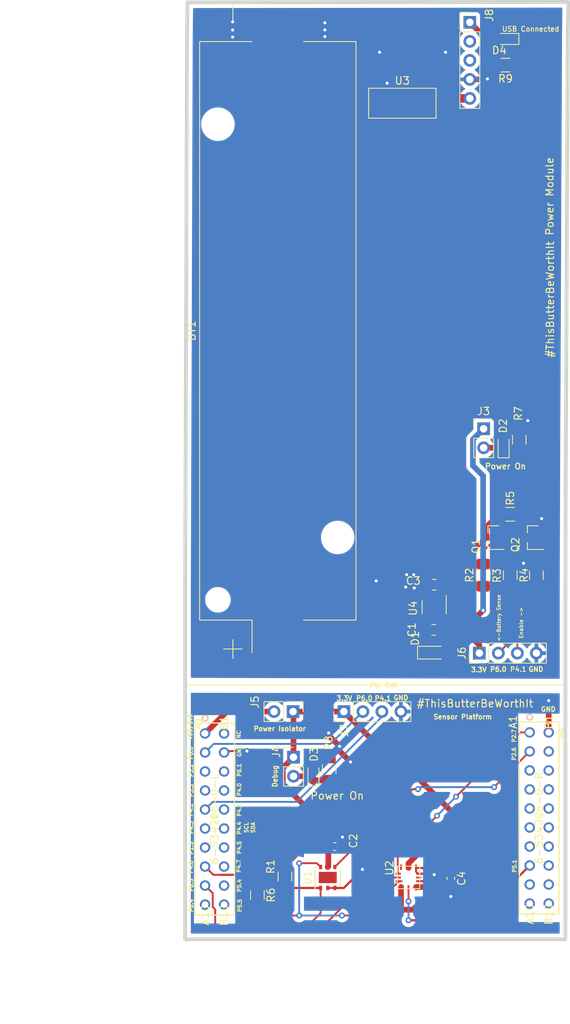
<source format=kicad_pcb>
(kicad_pcb (version 20171130) (host pcbnew "(5.1.6)-1")

  (general
    (thickness 1.6)
    (drawings 70)
    (tracks 252)
    (zones 0)
    (modules 32)
    (nets 56)
  )

  (page A4)
  (layers
    (0 F.Cu signal)
    (31 B.Cu mixed)
    (32 B.Adhes user hide)
    (33 F.Adhes user hide)
    (34 B.Paste user)
    (35 F.Paste user hide)
    (36 B.SilkS user hide)
    (37 F.SilkS user)
    (38 B.Mask user)
    (39 F.Mask user)
    (40 Dwgs.User user)
    (41 Cmts.User user)
    (42 Eco1.User user)
    (43 Eco2.User user)
    (44 Edge.Cuts user)
    (45 Margin user)
    (46 B.CrtYd user)
    (47 F.CrtYd user hide)
    (48 B.Fab user hide)
    (49 F.Fab user hide)
  )

  (setup
    (last_trace_width 0.25)
    (user_trace_width 0.3)
    (user_trace_width 0.508)
    (user_trace_width 0.76)
    (user_trace_width 0.889)
    (user_trace_width 1.143)
    (trace_clearance 0.2)
    (zone_clearance 0.508)
    (zone_45_only no)
    (trace_min 0.2032)
    (via_size 0.8)
    (via_drill 0.4)
    (via_min_size 0.4)
    (via_min_drill 0.3)
    (uvia_size 0.3)
    (uvia_drill 0.1)
    (uvias_allowed no)
    (uvia_min_size 0.2)
    (uvia_min_drill 0.1)
    (edge_width 0.05)
    (segment_width 0.2)
    (pcb_text_width 0.3)
    (pcb_text_size 1.5 1.5)
    (mod_edge_width 0.12)
    (mod_text_size 1 1)
    (mod_text_width 0.15)
    (pad_size 3.450001 3.450001)
    (pad_drill 3.450001)
    (pad_to_mask_clearance 0.05)
    (aux_axis_origin 0 0)
    (visible_elements 7FFFFFFF)
    (pcbplotparams
      (layerselection 0x000fc_ffffffff)
      (usegerberextensions false)
      (usegerberattributes true)
      (usegerberadvancedattributes true)
      (creategerberjobfile true)
      (excludeedgelayer false)
      (linewidth 0.203200)
      (plotframeref false)
      (viasonmask false)
      (mode 1)
      (useauxorigin true)
      (hpglpennumber 1)
      (hpglpenspeed 20)
      (hpglpendiameter 15.000000)
      (psnegative false)
      (psa4output false)
      (plotreference true)
      (plotvalue true)
      (plotinvisibletext false)
      (padsonsilk false)
      (subtractmaskfromsilk false)
      (outputformat 1)
      (mirror false)
      (drillshape 0)
      (scaleselection 1)
      (outputdirectory "gerb/"))
  )

  (net 0 "")
  (net 1 /GND)
  (net 2 /Sheet5F7BACC0/UnReg_VDD)
  (net 3 /VDD)
  (net 4 P6.0A)
  (net 5 "Net-(J1-PadA3)")
  (net 6 "Net-(J1-PadA4)")
  (net 7 "Net-(J1-PadA6)")
  (net 8 "Net-(J1-PadA7)")
  (net 9 /SCL)
  (net 10 /SDA)
  (net 11 "Net-(J1-PadA10)")
  (net 12 "Net-(J1-PadB1)")
  (net 13 "Net-(J1-PadB3)")
  (net 14 "Net-(J1-PadB4)")
  (net 15 "Net-(J1-PadB5)")
  (net 16 "Net-(J1-PadB6)")
  (net 17 "Net-(J1-PadB7)")
  (net 18 "Net-(J1-PadB8)")
  (net 19 "Net-(J1-PadB9)")
  (net 20 "Net-(J1-PadB10)")
  (net 21 P2.7)
  (net 22 P2.6)
  (net 23 "Net-(J2-PadA4)")
  (net 24 "Net-(J2-PadA5)")
  (net 25 "Net-(J2-PadA6)")
  (net 26 "Net-(J2-PadA7)")
  (net 27 "Net-(J2-PadA9)")
  (net 28 "Net-(J2-PadA10)")
  (net 29 "Net-(J2-PadB2)")
  (net 30 "Net-(J2-PadB3)")
  (net 31 "Net-(J2-PadB4)")
  (net 32 "Net-(J2-PadB5)")
  (net 33 "Net-(J2-PadB6)")
  (net 34 "Net-(J2-PadB7)")
  (net 35 "Net-(J2-PadB8)")
  (net 36 "Net-(J2-PadB9)")
  (net 37 "Net-(J2-PadB10)")
  (net 38 "Net-(U1-Pad7)")
  (net 39 "Net-(U2-Pad4)")
  (net 40 "Net-(U2-Pad8)")
  (net 41 "Net-(U4-Pad4)")
  (net 42 "Net-(Q1-Pad2)")
  (net 43 P4.1)
  (net 44 P5.1)
  (net 45 "Net-(J2-PadA3)")
  (net 46 /Sheet5F7BACC0/Battery_Indicator/Pull_up)
  (net 47 "Net-(D2-Pad2)")
  (net 48 "Net-(D2-Pad1)")
  (net 49 "Net-(D3-Pad2)")
  (net 50 "Net-(D3-Pad1)")
  (net 51 "Net-(J1-PadA1)")
  (net 52 "Net-(D4-Pad2)")
  (net 53 "Net-(D4-Pad1)")
  (net 54 "Net-(J8-Pad3)")
  (net 55 "Net-(J8-Pad2)")

  (net_class Default "This is the default net class."
    (clearance 0.2)
    (trace_width 0.25)
    (via_dia 0.8)
    (via_drill 0.4)
    (uvia_dia 0.3)
    (uvia_drill 0.1)
    (diff_pair_width 0.2032)
    (diff_pair_gap 0.25)
    (add_net /GND)
    (add_net /SCL)
    (add_net /SDA)
    (add_net /Sheet5F7BACC0/Battery_Indicator/Pull_up)
    (add_net /Sheet5F7BACC0/UnReg_VDD)
    (add_net /VDD)
    (add_net "Net-(D2-Pad1)")
    (add_net "Net-(D2-Pad2)")
    (add_net "Net-(D3-Pad1)")
    (add_net "Net-(D3-Pad2)")
    (add_net "Net-(D4-Pad1)")
    (add_net "Net-(D4-Pad2)")
    (add_net "Net-(J1-PadA1)")
    (add_net "Net-(J1-PadA10)")
    (add_net "Net-(J1-PadA3)")
    (add_net "Net-(J1-PadA4)")
    (add_net "Net-(J1-PadA6)")
    (add_net "Net-(J1-PadA7)")
    (add_net "Net-(J1-PadB1)")
    (add_net "Net-(J1-PadB10)")
    (add_net "Net-(J1-PadB3)")
    (add_net "Net-(J1-PadB4)")
    (add_net "Net-(J1-PadB5)")
    (add_net "Net-(J1-PadB6)")
    (add_net "Net-(J1-PadB7)")
    (add_net "Net-(J1-PadB8)")
    (add_net "Net-(J1-PadB9)")
    (add_net "Net-(J2-PadA10)")
    (add_net "Net-(J2-PadA3)")
    (add_net "Net-(J2-PadA4)")
    (add_net "Net-(J2-PadA5)")
    (add_net "Net-(J2-PadA6)")
    (add_net "Net-(J2-PadA7)")
    (add_net "Net-(J2-PadA9)")
    (add_net "Net-(J2-PadB10)")
    (add_net "Net-(J2-PadB2)")
    (add_net "Net-(J2-PadB3)")
    (add_net "Net-(J2-PadB4)")
    (add_net "Net-(J2-PadB5)")
    (add_net "Net-(J2-PadB6)")
    (add_net "Net-(J2-PadB7)")
    (add_net "Net-(J2-PadB8)")
    (add_net "Net-(J2-PadB9)")
    (add_net "Net-(J8-Pad2)")
    (add_net "Net-(J8-Pad3)")
    (add_net "Net-(Q1-Pad2)")
    (add_net "Net-(U1-Pad7)")
    (add_net "Net-(U2-Pad4)")
    (add_net "Net-(U2-Pad8)")
    (add_net "Net-(U4-Pad4)")
    (add_net P2.6)
    (add_net P2.7)
    (add_net P4.1)
    (add_net P5.1)
    (add_net P6.0A)
  )

  (module Connector_PinHeader_2.54mm:PinHeader_1x05_P2.54mm_Vertical (layer F.Cu) (tedit 59FED5CC) (tstamp 5FA54C41)
    (at 107.8865 -14.224)
    (descr "Through hole straight pin header, 1x05, 2.54mm pitch, single row")
    (tags "Through hole pin header THT 1x05 2.54mm single row")
    (path /5F7BACC1/5FA75995)
    (fp_text reference J8 (at 2.6035 -0.9525 90) (layer F.SilkS)
      (effects (font (size 1 1) (thickness 0.15)))
    )
    (fp_text value Conn_01x05 (at 0 12.49) (layer F.Fab)
      (effects (font (size 1 1) (thickness 0.15)))
    )
    (fp_line (start -0.635 -1.27) (end 1.27 -1.27) (layer F.Fab) (width 0.1))
    (fp_line (start 1.27 -1.27) (end 1.27 11.43) (layer F.Fab) (width 0.1))
    (fp_line (start 1.27 11.43) (end -1.27 11.43) (layer F.Fab) (width 0.1))
    (fp_line (start -1.27 11.43) (end -1.27 -0.635) (layer F.Fab) (width 0.1))
    (fp_line (start -1.27 -0.635) (end -0.635 -1.27) (layer F.Fab) (width 0.1))
    (fp_line (start -1.33 11.49) (end 1.33 11.49) (layer F.SilkS) (width 0.12))
    (fp_line (start -1.33 1.27) (end -1.33 11.49) (layer F.SilkS) (width 0.12))
    (fp_line (start 1.33 1.27) (end 1.33 11.49) (layer F.SilkS) (width 0.12))
    (fp_line (start -1.33 1.27) (end 1.33 1.27) (layer F.SilkS) (width 0.12))
    (fp_line (start -1.33 0) (end -1.33 -1.33) (layer F.SilkS) (width 0.12))
    (fp_line (start -1.33 -1.33) (end 0 -1.33) (layer F.SilkS) (width 0.12))
    (fp_line (start -1.8 -1.8) (end -1.8 11.95) (layer F.CrtYd) (width 0.05))
    (fp_line (start -1.8 11.95) (end 1.8 11.95) (layer F.CrtYd) (width 0.05))
    (fp_line (start 1.8 11.95) (end 1.8 -1.8) (layer F.CrtYd) (width 0.05))
    (fp_line (start 1.8 -1.8) (end -1.8 -1.8) (layer F.CrtYd) (width 0.05))
    (fp_text user %R (at 0 5.08 90) (layer F.Fab)
      (effects (font (size 1 1) (thickness 0.15)))
    )
    (pad 5 thru_hole oval (at 0 10.16) (size 1.7 1.7) (drill 1) (layers *.Cu *.Mask)
      (net 2 /Sheet5F7BACC0/UnReg_VDD))
    (pad 4 thru_hole oval (at 0 7.62) (size 1.7 1.7) (drill 1) (layers *.Cu *.Mask)
      (net 1 /GND))
    (pad 3 thru_hole oval (at 0 5.08) (size 1.7 1.7) (drill 1) (layers *.Cu *.Mask)
      (net 54 "Net-(J8-Pad3)"))
    (pad 2 thru_hole oval (at 0 2.54) (size 1.7 1.7) (drill 1) (layers *.Cu *.Mask)
      (net 55 "Net-(J8-Pad2)"))
    (pad 1 thru_hole rect (at 0 0) (size 1.7 1.7) (drill 1) (layers *.Cu *.Mask)
      (net 52 "Net-(D4-Pad2)"))
    (model ${KISYS3DMOD}/Connector_PinHeader_2.54mm.3dshapes/PinHeader_1x05_P2.54mm_Vertical.wrl
      (at (xyz 0 0 0))
      (scale (xyz 1 1 1))
      (rotate (xyz 0 0 0))
    )
  )

  (module LED_SMD:LED_0603_1608Metric_Pad1.05x0.95mm_HandSolder (layer F.Cu) (tedit 5B4B45C9) (tstamp 5FA54A7A)
    (at 112.776 -12.0015 180)
    (descr "LED SMD 0603 (1608 Metric), square (rectangular) end terminal, IPC_7351 nominal, (Body size source: http://www.tortai-tech.com/upload/download/2011102023233369053.pdf), generated with kicad-footprint-generator")
    (tags "LED handsolder")
    (path /5F7BACC1/5FA7B29A)
    (attr smd)
    (fp_text reference D4 (at 0.9525 -1.524) (layer F.SilkS)
      (effects (font (size 1 1) (thickness 0.15)))
    )
    (fp_text value LED (at 0 1.43) (layer F.Fab)
      (effects (font (size 1 1) (thickness 0.15)))
    )
    (fp_line (start 0.8 -0.4) (end -0.5 -0.4) (layer F.Fab) (width 0.1))
    (fp_line (start -0.5 -0.4) (end -0.8 -0.1) (layer F.Fab) (width 0.1))
    (fp_line (start -0.8 -0.1) (end -0.8 0.4) (layer F.Fab) (width 0.1))
    (fp_line (start -0.8 0.4) (end 0.8 0.4) (layer F.Fab) (width 0.1))
    (fp_line (start 0.8 0.4) (end 0.8 -0.4) (layer F.Fab) (width 0.1))
    (fp_line (start 0.8 -0.735) (end -1.66 -0.735) (layer F.SilkS) (width 0.12))
    (fp_line (start -1.66 -0.735) (end -1.66 0.735) (layer F.SilkS) (width 0.12))
    (fp_line (start -1.66 0.735) (end 0.8 0.735) (layer F.SilkS) (width 0.12))
    (fp_line (start -1.65 0.73) (end -1.65 -0.73) (layer F.CrtYd) (width 0.05))
    (fp_line (start -1.65 -0.73) (end 1.65 -0.73) (layer F.CrtYd) (width 0.05))
    (fp_line (start 1.65 -0.73) (end 1.65 0.73) (layer F.CrtYd) (width 0.05))
    (fp_line (start 1.65 0.73) (end -1.65 0.73) (layer F.CrtYd) (width 0.05))
    (fp_text user %R (at 0 0) (layer F.Fab)
      (effects (font (size 0.4 0.4) (thickness 0.06)))
    )
    (pad 2 smd roundrect (at 0.875 0 180) (size 1.05 0.95) (layers F.Cu F.Paste F.Mask) (roundrect_rratio 0.25)
      (net 52 "Net-(D4-Pad2)"))
    (pad 1 smd roundrect (at -0.875 0 180) (size 1.05 0.95) (layers F.Cu F.Paste F.Mask) (roundrect_rratio 0.25)
      (net 53 "Net-(D4-Pad1)"))
    (model ${KISYS3DMOD}/LED_SMD.3dshapes/LED_0603_1608Metric.wrl
      (at (xyz 0 0 0))
      (scale (xyz 1 1 1))
      (rotate (xyz 0 0 0))
    )
  )

  (module Capacitor_SMD:C_0805_2012Metric_Pad1.15x1.40mm_HandSolder (layer F.Cu) (tedit 5B36C52B) (tstamp 5FA484CC)
    (at 103.0605 66.929 180)
    (descr "Capacitor SMD 0805 (2012 Metric), square (rectangular) end terminal, IPC_7351 nominal with elongated pad for handsoldering. (Body size source: https://docs.google.com/spreadsheets/d/1BsfQQcO9C6DZCsRaXUlFlo91Tg2WpOkGARC1WS5S8t0/edit?usp=sharing), generated with kicad-footprint-generator")
    (tags "capacitor handsolder")
    (path /5F7BACC1/5F6793FD)
    (zone_connect 2)
    (attr smd)
    (fp_text reference C1 (at 2.921 0 90) (layer F.SilkS)
      (effects (font (size 1 1) (thickness 0.15)))
    )
    (fp_text value "1 uF" (at 0 1.65) (layer F.Fab)
      (effects (font (size 1 1) (thickness 0.15)))
    )
    (fp_line (start 1.85 0.95) (end -1.85 0.95) (layer F.CrtYd) (width 0.05))
    (fp_line (start 1.85 -0.95) (end 1.85 0.95) (layer F.CrtYd) (width 0.05))
    (fp_line (start -1.85 -0.95) (end 1.85 -0.95) (layer F.CrtYd) (width 0.05))
    (fp_line (start -1.85 0.95) (end -1.85 -0.95) (layer F.CrtYd) (width 0.05))
    (fp_line (start -0.261252 0.71) (end 0.261252 0.71) (layer F.SilkS) (width 0.12))
    (fp_line (start -0.261252 -0.71) (end 0.261252 -0.71) (layer F.SilkS) (width 0.12))
    (fp_line (start 1 0.6) (end -1 0.6) (layer F.Fab) (width 0.1))
    (fp_line (start 1 -0.6) (end 1 0.6) (layer F.Fab) (width 0.1))
    (fp_line (start -1 -0.6) (end 1 -0.6) (layer F.Fab) (width 0.1))
    (fp_line (start -1 0.6) (end -1 -0.6) (layer F.Fab) (width 0.1))
    (fp_text user %R (at 0 0) (layer F.Fab)
      (effects (font (size 0.5 0.5) (thickness 0.08)))
    )
    (pad 2 smd roundrect (at 1.025 0 180) (size 1.15 1.4) (layers F.Cu F.Paste F.Mask) (roundrect_rratio 0.217391)
      (net 1 /GND) (zone_connect 2))
    (pad 1 smd roundrect (at -1.025 0 180) (size 1.15 1.4) (layers F.Cu F.Paste F.Mask) (roundrect_rratio 0.217391)
      (net 3 /VDD) (zone_connect 2))
    (model ${KISYS3DMOD}/Capacitor_SMD.3dshapes/C_0805_2012Metric.wrl
      (at (xyz 0 0 0))
      (scale (xyz 1 1 1))
      (rotate (xyz 0 0 0))
    )
  )

  (module Resistor_SMD:R_1206_3216Metric_Pad1.42x1.75mm_HandSolder (layer F.Cu) (tedit 5B301BBD) (tstamp 5FA54DA2)
    (at 112.649 -8.509 180)
    (descr "Resistor SMD 1206 (3216 Metric), square (rectangular) end terminal, IPC_7351 nominal with elongated pad for handsoldering. (Body size source: http://www.tortai-tech.com/upload/download/2011102023233369053.pdf), generated with kicad-footprint-generator")
    (tags "resistor handsolder")
    (path /5F7BACC1/5FA7B2A0)
    (attr smd)
    (fp_text reference R9 (at 0 -1.82) (layer F.SilkS)
      (effects (font (size 1 1) (thickness 0.15)))
    )
    (fp_text value 500 (at 0 1.82) (layer F.Fab)
      (effects (font (size 1 1) (thickness 0.15)))
    )
    (fp_line (start -1.6 0.8) (end -1.6 -0.8) (layer F.Fab) (width 0.1))
    (fp_line (start -1.6 -0.8) (end 1.6 -0.8) (layer F.Fab) (width 0.1))
    (fp_line (start 1.6 -0.8) (end 1.6 0.8) (layer F.Fab) (width 0.1))
    (fp_line (start 1.6 0.8) (end -1.6 0.8) (layer F.Fab) (width 0.1))
    (fp_line (start -0.602064 -0.91) (end 0.602064 -0.91) (layer F.SilkS) (width 0.12))
    (fp_line (start -0.602064 0.91) (end 0.602064 0.91) (layer F.SilkS) (width 0.12))
    (fp_line (start -2.45 1.12) (end -2.45 -1.12) (layer F.CrtYd) (width 0.05))
    (fp_line (start -2.45 -1.12) (end 2.45 -1.12) (layer F.CrtYd) (width 0.05))
    (fp_line (start 2.45 -1.12) (end 2.45 1.12) (layer F.CrtYd) (width 0.05))
    (fp_line (start 2.45 1.12) (end -2.45 1.12) (layer F.CrtYd) (width 0.05))
    (fp_text user %R (at 0 0) (layer F.Fab)
      (effects (font (size 0.8 0.8) (thickness 0.12)))
    )
    (pad 2 smd roundrect (at 1.4875 0 180) (size 1.425 1.75) (layers F.Cu F.Paste F.Mask) (roundrect_rratio 0.175439)
      (net 1 /GND))
    (pad 1 smd roundrect (at -1.4875 0 180) (size 1.425 1.75) (layers F.Cu F.Paste F.Mask) (roundrect_rratio 0.175439)
      (net 53 "Net-(D4-Pad1)"))
    (model ${KISYS3DMOD}/Resistor_SMD.3dshapes/R_1206_3216Metric.wrl
      (at (xyz 0 0 0))
      (scale (xyz 1 1 1))
      (rotate (xyz 0 0 0))
    )
  )

  (module Connector_PinHeader_2.54mm:PinHeader_1x04_P2.54mm_Vertical (layer F.Cu) (tedit 59FED5CC) (tstamp 5FA46732)
    (at 109.1565 70.0405 90)
    (descr "Through hole straight pin header, 1x04, 2.54mm pitch, single row")
    (tags "Through hole pin header THT 1x04 2.54mm single row")
    (path /5FA5B901)
    (fp_text reference J6 (at 0 -2.33 90) (layer F.SilkS)
      (effects (font (size 1 1) (thickness 0.15)))
    )
    (fp_text value Conn_01x04 (at 0 9.95 90) (layer F.Fab)
      (effects (font (size 1 1) (thickness 0.15)))
    )
    (fp_line (start 1.8 -1.8) (end -1.8 -1.8) (layer F.CrtYd) (width 0.05))
    (fp_line (start 1.8 9.4) (end 1.8 -1.8) (layer F.CrtYd) (width 0.05))
    (fp_line (start -1.8 9.4) (end 1.8 9.4) (layer F.CrtYd) (width 0.05))
    (fp_line (start -1.8 -1.8) (end -1.8 9.4) (layer F.CrtYd) (width 0.05))
    (fp_line (start -1.33 -1.33) (end 0 -1.33) (layer F.SilkS) (width 0.12))
    (fp_line (start -1.33 0) (end -1.33 -1.33) (layer F.SilkS) (width 0.12))
    (fp_line (start -1.33 1.27) (end 1.33 1.27) (layer F.SilkS) (width 0.12))
    (fp_line (start 1.33 1.27) (end 1.33 8.95) (layer F.SilkS) (width 0.12))
    (fp_line (start -1.33 1.27) (end -1.33 8.95) (layer F.SilkS) (width 0.12))
    (fp_line (start -1.33 8.95) (end 1.33 8.95) (layer F.SilkS) (width 0.12))
    (fp_line (start -1.27 -0.635) (end -0.635 -1.27) (layer F.Fab) (width 0.1))
    (fp_line (start -1.27 8.89) (end -1.27 -0.635) (layer F.Fab) (width 0.1))
    (fp_line (start 1.27 8.89) (end -1.27 8.89) (layer F.Fab) (width 0.1))
    (fp_line (start 1.27 -1.27) (end 1.27 8.89) (layer F.Fab) (width 0.1))
    (fp_line (start -0.635 -1.27) (end 1.27 -1.27) (layer F.Fab) (width 0.1))
    (fp_text user %R (at 0 3.81) (layer F.Fab)
      (effects (font (size 1 1) (thickness 0.15)))
    )
    (pad 4 thru_hole oval (at 0 7.62 90) (size 1.7 1.7) (drill 1) (layers *.Cu *.Mask)
      (net 1 /GND))
    (pad 3 thru_hole oval (at 0 5.08 90) (size 1.7 1.7) (drill 1) (layers *.Cu *.Mask)
      (net 43 P4.1))
    (pad 2 thru_hole oval (at 0 2.54 90) (size 1.7 1.7) (drill 1) (layers *.Cu *.Mask)
      (net 4 P6.0A))
    (pad 1 thru_hole rect (at 0 0 90) (size 1.7 1.7) (drill 1) (layers *.Cu *.Mask)
      (net 3 /VDD))
    (model ${KISYS3DMOD}/Connector_PinHeader_2.54mm.3dshapes/PinHeader_1x04_P2.54mm_Vertical.wrl
      (at (xyz 0 0 0))
      (scale (xyz 1 1 1))
      (rotate (xyz 0 0 0))
    )
  )

  (module ZMod:Wire_Connector (layer F.Cu) (tedit 5F70F670) (tstamp 5FA54E01)
    (at 98.8695 -6.9215)
    (path /5F7BACC1/5F72BA97)
    (fp_text reference U3 (at 0 0.5) (layer F.SilkS)
      (effects (font (size 1 1) (thickness 0.15)))
    )
    (fp_text value WireConnect (at 0 -0.5) (layer F.Fab)
      (effects (font (size 1 1) (thickness 0.15)))
    )
    (fp_line (start 0 1.5) (end -4.5 1.5) (layer F.SilkS) (width 0.12))
    (fp_line (start -4.5 1.5) (end -4.5 5.5) (layer F.SilkS) (width 0.12))
    (fp_line (start -4.5 5.5) (end 4.5 5.5) (layer F.SilkS) (width 0.12))
    (fp_line (start 4.5 5.5) (end 4.5 1.5) (layer F.SilkS) (width 0.12))
    (fp_line (start 4.5 1.5) (end 0 1.5) (layer F.SilkS) (width 0.12))
    (pad 2 smd roundrect (at 2 3.5) (size 3 2) (layers F.Cu F.Paste F.Mask) (roundrect_rratio 0.25)
      (net 2 /Sheet5F7BACC0/UnReg_VDD))
    (pad 1 smd roundrect (at -2 3.5) (size 3 2) (layers F.Cu F.Paste F.Mask) (roundrect_rratio 0.25)
      (net 1 /GND))
  )

  (module Package_TO_SOT_SMD:SOT-23-5 (layer F.Cu) (tedit 5A02FF57) (tstamp 5FA4891D)
    (at 103.124 63.881 270)
    (descr "5-pin SOT23 package")
    (tags SOT-23-5)
    (path /5F7BACC1/5FC7E579)
    (zone_connect 2)
    (attr smd)
    (fp_text reference U4 (at 0.166 2.82 90) (layer F.SilkS)
      (effects (font (size 1 1) (thickness 0.15)))
    )
    (fp_text value TLV75509PDBV (at 0 2.9 90) (layer F.Fab)
      (effects (font (size 1 1) (thickness 0.15)))
    )
    (fp_line (start 0.9 -1.55) (end 0.9 1.55) (layer F.Fab) (width 0.1))
    (fp_line (start 0.9 1.55) (end -0.9 1.55) (layer F.Fab) (width 0.1))
    (fp_line (start -0.9 -0.9) (end -0.9 1.55) (layer F.Fab) (width 0.1))
    (fp_line (start 0.9 -1.55) (end -0.25 -1.55) (layer F.Fab) (width 0.1))
    (fp_line (start -0.9 -0.9) (end -0.25 -1.55) (layer F.Fab) (width 0.1))
    (fp_line (start -1.9 1.8) (end -1.9 -1.8) (layer F.CrtYd) (width 0.05))
    (fp_line (start 1.9 1.8) (end -1.9 1.8) (layer F.CrtYd) (width 0.05))
    (fp_line (start 1.9 -1.8) (end 1.9 1.8) (layer F.CrtYd) (width 0.05))
    (fp_line (start -1.9 -1.8) (end 1.9 -1.8) (layer F.CrtYd) (width 0.05))
    (fp_line (start 0.9 -1.61) (end -1.55 -1.61) (layer F.SilkS) (width 0.12))
    (fp_line (start -0.9 1.61) (end 0.9 1.61) (layer F.SilkS) (width 0.12))
    (fp_text user %R (at 0 0) (layer F.Fab)
      (effects (font (size 0.5 0.5) (thickness 0.075)))
    )
    (pad 5 smd rect (at 1.1 -0.95 270) (size 1.06 0.65) (layers F.Cu F.Paste F.Mask)
      (net 3 /VDD) (zone_connect 2))
    (pad 4 smd rect (at 1.1 0.95 270) (size 1.06 0.65) (layers F.Cu F.Paste F.Mask)
      (net 41 "Net-(U4-Pad4)") (zone_connect 2))
    (pad 3 smd rect (at -1.1 0.95 270) (size 1.06 0.65) (layers F.Cu F.Paste F.Mask)
      (net 2 /Sheet5F7BACC0/UnReg_VDD) (zone_connect 2))
    (pad 2 smd rect (at -1.1 0 270) (size 1.06 0.65) (layers F.Cu F.Paste F.Mask)
      (net 1 /GND) (zone_connect 2))
    (pad 1 smd rect (at -1.1 -0.95 270) (size 1.06 0.65) (layers F.Cu F.Paste F.Mask)
      (net 2 /Sheet5F7BACC0/UnReg_VDD) (zone_connect 2))
    (model ${KISYS3DMOD}/Package_TO_SOT_SMD.3dshapes/SOT-23-5.wrl
      (at (xyz 0 0 0))
      (scale (xyz 1 1 1))
      (rotate (xyz 0 0 0))
    )
  )

  (module Diode_SMD:D_SOD-323_HandSoldering (layer F.Cu) (tedit 58641869) (tstamp 5FA2AE58)
    (at 102.8065 69.977)
    (descr SOD-323)
    (tags SOD-323)
    (path /5F7BACC1/5F98C5AB)
    (attr smd)
    (fp_text reference D1 (at -2.2225 -1.905 90) (layer F.SilkS)
      (effects (font (size 1 1) (thickness 0.15)))
    )
    (fp_text value D_Schottky (at 0.1 1.9) (layer F.Fab)
      (effects (font (size 1 1) (thickness 0.15)))
    )
    (fp_line (start -1.9 -0.85) (end -1.9 0.85) (layer F.SilkS) (width 0.12))
    (fp_line (start 0.2 0) (end 0.45 0) (layer F.Fab) (width 0.1))
    (fp_line (start 0.2 0.35) (end -0.3 0) (layer F.Fab) (width 0.1))
    (fp_line (start 0.2 -0.35) (end 0.2 0.35) (layer F.Fab) (width 0.1))
    (fp_line (start -0.3 0) (end 0.2 -0.35) (layer F.Fab) (width 0.1))
    (fp_line (start -0.3 0) (end -0.5 0) (layer F.Fab) (width 0.1))
    (fp_line (start -0.3 -0.35) (end -0.3 0.35) (layer F.Fab) (width 0.1))
    (fp_line (start -0.9 0.7) (end -0.9 -0.7) (layer F.Fab) (width 0.1))
    (fp_line (start 0.9 0.7) (end -0.9 0.7) (layer F.Fab) (width 0.1))
    (fp_line (start 0.9 -0.7) (end 0.9 0.7) (layer F.Fab) (width 0.1))
    (fp_line (start -0.9 -0.7) (end 0.9 -0.7) (layer F.Fab) (width 0.1))
    (fp_line (start -2 -0.95) (end 2 -0.95) (layer F.CrtYd) (width 0.05))
    (fp_line (start 2 -0.95) (end 2 0.95) (layer F.CrtYd) (width 0.05))
    (fp_line (start -2 0.95) (end 2 0.95) (layer F.CrtYd) (width 0.05))
    (fp_line (start -2 -0.95) (end -2 0.95) (layer F.CrtYd) (width 0.05))
    (fp_line (start -1.9 0.85) (end 1.25 0.85) (layer F.SilkS) (width 0.12))
    (fp_line (start -1.9 -0.85) (end 1.25 -0.85) (layer F.SilkS) (width 0.12))
    (fp_text user %R (at 0 -1.85) (layer F.Fab)
      (effects (font (size 1 1) (thickness 0.15)))
    )
    (pad 2 smd rect (at 1.25 0) (size 1 1) (layers F.Cu F.Paste F.Mask)
      (net 3 /VDD))
    (pad 1 smd rect (at -1.25 0) (size 1 1) (layers F.Cu F.Paste F.Mask)
      (net 2 /Sheet5F7BACC0/UnReg_VDD))
    (model ${KISYS3DMOD}/Diode_SMD.3dshapes/D_SOD-323.wrl
      (at (xyz 0 0 0))
      (scale (xyz 1 1 1))
      (rotate (xyz 0 0 0))
    )
  )

  (module LED_SMD:LED_0603_1608Metric_Pad1.05x0.95mm_HandSolder (layer F.Cu) (tedit 5B4B45C9) (tstamp 5FA2AE6B)
    (at 112.395 42.291 90)
    (descr "LED SMD 0603 (1608 Metric), square (rectangular) end terminal, IPC_7351 nominal, (Body size source: http://www.tortai-tech.com/upload/download/2011102023233369053.pdf), generated with kicad-footprint-generator")
    (tags "LED handsolder")
    (path /5F7BACC1/5FC6ACE4)
    (attr smd)
    (fp_text reference D2 (at 2.6035 -0.0635 90) (layer F.SilkS)
      (effects (font (size 1 1) (thickness 0.15)))
    )
    (fp_text value LED (at 0 1.43 90) (layer F.Fab)
      (effects (font (size 1 1) (thickness 0.15)))
    )
    (fp_line (start 0.8 -0.4) (end -0.5 -0.4) (layer F.Fab) (width 0.1))
    (fp_line (start -0.5 -0.4) (end -0.8 -0.1) (layer F.Fab) (width 0.1))
    (fp_line (start -0.8 -0.1) (end -0.8 0.4) (layer F.Fab) (width 0.1))
    (fp_line (start -0.8 0.4) (end 0.8 0.4) (layer F.Fab) (width 0.1))
    (fp_line (start 0.8 0.4) (end 0.8 -0.4) (layer F.Fab) (width 0.1))
    (fp_line (start 0.8 -0.735) (end -1.66 -0.735) (layer F.SilkS) (width 0.12))
    (fp_line (start -1.66 -0.735) (end -1.66 0.735) (layer F.SilkS) (width 0.12))
    (fp_line (start -1.66 0.735) (end 0.8 0.735) (layer F.SilkS) (width 0.12))
    (fp_line (start -1.65 0.73) (end -1.65 -0.73) (layer F.CrtYd) (width 0.05))
    (fp_line (start -1.65 -0.73) (end 1.65 -0.73) (layer F.CrtYd) (width 0.05))
    (fp_line (start 1.65 -0.73) (end 1.65 0.73) (layer F.CrtYd) (width 0.05))
    (fp_line (start 1.65 0.73) (end -1.65 0.73) (layer F.CrtYd) (width 0.05))
    (fp_text user %R (at 0 0 90) (layer F.Fab)
      (effects (font (size 0.4 0.4) (thickness 0.06)))
    )
    (pad 2 smd roundrect (at 0.875 0 90) (size 1.05 0.95) (layers F.Cu F.Paste F.Mask) (roundrect_rratio 0.25)
      (net 47 "Net-(D2-Pad2)"))
    (pad 1 smd roundrect (at -0.875 0 90) (size 1.05 0.95) (layers F.Cu F.Paste F.Mask) (roundrect_rratio 0.25)
      (net 48 "Net-(D2-Pad1)"))
    (model ${KISYS3DMOD}/LED_SMD.3dshapes/LED_0603_1608Metric.wrl
      (at (xyz 0 0 0))
      (scale (xyz 1 1 1))
      (rotate (xyz 0 0 0))
    )
  )

  (module Battery:BatteryHolder_Keystone_1042_1x18650 (layer F.Cu) (tedit 5FA4E2FC) (tstamp 5FA27C58)
    (at 82.2325 26.9875 90)
    (descr "Battery holder for 18650 cylindrical cells http://www.keyelco.com/product.cfm/product_id/918")
    (tags "18650 Keystone 1042 Li-ion")
    (path /5F7BACC1/5FC6306F)
    (attr smd)
    (fp_text reference BT1 (at 0 -11.5 90) (layer F.SilkS)
      (effects (font (size 1 1) (thickness 0.15)))
    )
    (fp_text value Battery_Cell (at 0 11.3 90) (layer F.Fab)
      (effects (font (size 1 1) (thickness 0.15)))
    )
    (fp_line (start -33.3675 -10.33) (end -38.53 -5.1675) (layer F.Fab) (width 0.1))
    (fp_line (start -38.64 -3.44) (end -43 -3.44) (layer F.SilkS) (width 0.12))
    (fp_line (start 43.5 3.68) (end 43.5 -3.68) (layer F.CrtYd) (width 0.05))
    (fp_line (start 39.03 10.83) (end 39.03 3.68) (layer F.CrtYd) (width 0.05))
    (fp_line (start -38.64 10.44) (end -38.64 3.44) (layer F.SilkS) (width 0.12))
    (fp_line (start 38.64 10.44) (end -38.64 10.44) (layer F.SilkS) (width 0.12))
    (fp_line (start 38.64 3.44) (end 38.64 10.44) (layer F.SilkS) (width 0.12))
    (fp_line (start -38.64 -10.44) (end -38.64 -3.44) (layer F.SilkS) (width 0.12))
    (fp_line (start 38.64 -10.44) (end -38.64 -10.44) (layer F.SilkS) (width 0.12))
    (fp_line (start 38.64 -3.44) (end 38.64 -10.42) (layer F.SilkS) (width 0.12))
    (fp_line (start -38.53 10.33) (end 38.53 10.33) (layer F.Fab) (width 0.1))
    (fp_line (start -38.53 -5.1675) (end -38.53 10.33) (layer F.Fab) (width 0.1))
    (fp_line (start 43.75 -6) (end 41.25 -6) (layer F.SilkS) (width 0.12))
    (fp_line (start -33.3675 -10.33) (end 38.53 -10.33) (layer F.Fab) (width 0.1))
    (fp_line (start 38.53 -10.33) (end 38.53 10.33) (layer F.Fab) (width 0.1))
    (fp_line (start -39.03 10.83) (end 39.03 10.83) (layer F.CrtYd) (width 0.05))
    (fp_line (start -39.03 -10.83) (end 39.03 -10.83) (layer F.CrtYd) (width 0.05))
    (fp_line (start 39.03 -10.83) (end 39.03 -3.68) (layer F.CrtYd) (width 0.05))
    (fp_line (start -39.03 10.83) (end -39.03 3.68) (layer F.CrtYd) (width 0.05))
    (fp_line (start -39.03 -10.83) (end -39.03 -3.68) (layer F.CrtYd) (width 0.05))
    (fp_line (start 39.03 3.68) (end 43.5 3.68) (layer F.CrtYd) (width 0.05))
    (fp_line (start 43.5 -3.68) (end 39.03 -3.68) (layer F.CrtYd) (width 0.05))
    (fp_line (start -43.5 -3.68) (end -39.03 -3.68) (layer F.CrtYd) (width 0.05))
    (fp_line (start -43.5 3.68) (end -43.5 -3.68) (layer F.CrtYd) (width 0.05))
    (fp_line (start -39.03 3.68) (end -43.5 3.68) (layer F.CrtYd) (width 0.05))
    (fp_line (start -43.75 -6) (end -41.25 -6) (layer F.SilkS) (width 0.12))
    (fp_line (start -42.5 -4.75) (end -42.5 -7.25) (layer F.SilkS) (width 0.12))
    (fp_text user %R (at 0 0 90) (layer F.Fab)
      (effects (font (size 1 1) (thickness 0.15)))
    )
    (pad "" np_thru_hole circle (at -35.93 -8 90) (size 2.39 2.39) (drill 2.39) (layers *.Cu *.Mask)
      (solder_mask_margin 0.2032))
    (pad "" np_thru_hole circle (at -27.6 8 90) (size 3.450001 3.450001) (drill 3.450001) (layers *.Cu *.Mask)
      (solder_mask_margin 0.2286) (clearance 0.0254))
    (pad "" np_thru_hole circle (at 27.6 -8 90) (size 3.450001 3.450001) (drill 3.450001) (layers *.Cu *.Mask)
      (solder_mask_margin 0.2286))
    (pad 2 smd rect (at 39.33 0 90) (size 7.340001 6.35) (layers F.Cu F.Paste F.Mask)
      (net 1 /GND) (solder_mask_margin 0.1778))
    (pad 1 smd rect (at -39.33 0 90) (size 7.340001 6.35) (layers F.Cu F.Paste F.Mask)
      (net 2 /Sheet5F7BACC0/UnReg_VDD) (solder_mask_margin 0.127))
    (model ${KISYS3DMOD}/Battery.3dshapes/BatteryHolder_Keystone_1042_1x18650.wrl
      (at (xyz 0 0 0))
      (scale (xyz 1 1 1))
      (rotate (xyz 0 0 0))
    )
  )

  (module Capacitor_SMD:C_0805_2012Metric_Pad1.15x1.40mm_HandSolder (layer F.Cu) (tedit 5B36C52B) (tstamp 5F7C0441)
    (at 103.124 60.8965 180)
    (descr "Capacitor SMD 0805 (2012 Metric), square (rectangular) end terminal, IPC_7351 nominal with elongated pad for handsoldering. (Body size source: https://docs.google.com/spreadsheets/d/1BsfQQcO9C6DZCsRaXUlFlo91Tg2WpOkGARC1WS5S8t0/edit?usp=sharing), generated with kicad-footprint-generator")
    (tags "capacitor handsolder")
    (path /5F7BACC1/5F679BB3)
    (zone_connect 2)
    (attr smd)
    (fp_text reference C3 (at 2.794 0.508) (layer F.SilkS)
      (effects (font (size 1 1) (thickness 0.15)))
    )
    (fp_text value "1 uF" (at 0 1.65) (layer F.Fab)
      (effects (font (size 1 1) (thickness 0.15)))
    )
    (fp_line (start 1.85 0.95) (end -1.85 0.95) (layer F.CrtYd) (width 0.05))
    (fp_line (start 1.85 -0.95) (end 1.85 0.95) (layer F.CrtYd) (width 0.05))
    (fp_line (start -1.85 -0.95) (end 1.85 -0.95) (layer F.CrtYd) (width 0.05))
    (fp_line (start -1.85 0.95) (end -1.85 -0.95) (layer F.CrtYd) (width 0.05))
    (fp_line (start -0.261252 0.71) (end 0.261252 0.71) (layer F.SilkS) (width 0.12))
    (fp_line (start -0.261252 -0.71) (end 0.261252 -0.71) (layer F.SilkS) (width 0.12))
    (fp_line (start 1 0.6) (end -1 0.6) (layer F.Fab) (width 0.1))
    (fp_line (start 1 -0.6) (end 1 0.6) (layer F.Fab) (width 0.1))
    (fp_line (start -1 -0.6) (end 1 -0.6) (layer F.Fab) (width 0.1))
    (fp_line (start -1 0.6) (end -1 -0.6) (layer F.Fab) (width 0.1))
    (fp_text user %R (at 0.0635 -0.127) (layer F.Fab)
      (effects (font (size 0.5 0.5) (thickness 0.08)))
    )
    (pad 2 smd roundrect (at 1.025 0 180) (size 1.15 1.4) (layers F.Cu F.Paste F.Mask) (roundrect_rratio 0.217391)
      (net 1 /GND) (zone_connect 2))
    (pad 1 smd roundrect (at -1.025 0 180) (size 1.15 1.4) (layers F.Cu F.Paste F.Mask) (roundrect_rratio 0.217391)
      (net 2 /Sheet5F7BACC0/UnReg_VDD) (zone_connect 2))
    (model ${KISYS3DMOD}/Capacitor_SMD.3dshapes/C_0805_2012Metric.wrl
      (at (xyz 0 0 0))
      (scale (xyz 1 1 1))
      (rotate (xyz 0 0 0))
    )
  )

  (module Resistor_SMD:R_1206_3216Metric_Pad1.42x1.75mm_HandSolder (layer F.Cu) (tedit 5B301BBD) (tstamp 5F7ECBD7)
    (at 113.284 59.6265 90)
    (descr "Resistor SMD 1206 (3216 Metric), square (rectangular) end terminal, IPC_7351 nominal with elongated pad for handsoldering. (Body size source: http://www.tortai-tech.com/upload/download/2011102023233369053.pdf), generated with kicad-footprint-generator")
    (tags "resistor handsolder")
    (path /5F7BACC1/5F7670D3/5F769E67)
    (attr smd)
    (fp_text reference R3 (at -0.0635 -1.778 90) (layer F.SilkS)
      (effects (font (size 1 1) (thickness 0.15)))
    )
    (fp_text value 100K (at 0 -1.3335 90) (layer F.Fab)
      (effects (font (size 1 1) (thickness 0.15)))
    )
    (fp_line (start 2.45 1.12) (end -2.45 1.12) (layer F.CrtYd) (width 0.05))
    (fp_line (start 2.45 -1.12) (end 2.45 1.12) (layer F.CrtYd) (width 0.05))
    (fp_line (start -2.45 -1.12) (end 2.45 -1.12) (layer F.CrtYd) (width 0.05))
    (fp_line (start -2.45 1.12) (end -2.45 -1.12) (layer F.CrtYd) (width 0.05))
    (fp_line (start -0.602064 0.91) (end 0.602064 0.91) (layer F.SilkS) (width 0.12))
    (fp_line (start -0.602064 -0.91) (end 0.602064 -0.91) (layer F.SilkS) (width 0.12))
    (fp_line (start 1.6 0.8) (end -1.6 0.8) (layer F.Fab) (width 0.1))
    (fp_line (start 1.6 -0.8) (end 1.6 0.8) (layer F.Fab) (width 0.1))
    (fp_line (start -1.6 -0.8) (end 1.6 -0.8) (layer F.Fab) (width 0.1))
    (fp_line (start -1.6 0.8) (end -1.6 -0.8) (layer F.Fab) (width 0.1))
    (fp_text user %R (at 0 0 90) (layer F.Fab)
      (effects (font (size 0.8 0.8) (thickness 0.12)))
    )
    (pad 2 smd roundrect (at 1.4875 0 90) (size 1.425 1.75) (layers F.Cu F.Paste F.Mask) (roundrect_rratio 0.175439)
      (net 1 /GND))
    (pad 1 smd roundrect (at -1.4875 0 90) (size 1.425 1.75) (layers F.Cu F.Paste F.Mask) (roundrect_rratio 0.175439)
      (net 4 P6.0A))
    (model ${KISYS3DMOD}/Resistor_SMD.3dshapes/R_1206_3216Metric.wrl
      (at (xyz 0 0 0))
      (scale (xyz 1 1 1))
      (rotate (xyz 0 0 0))
    )
  )

  (module Resistor_SMD:R_1206_3216Metric_Pad1.42x1.75mm_HandSolder (layer F.Cu) (tedit 5B301BBD) (tstamp 5F7ECBC6)
    (at 109.6645 59.6265 90)
    (descr "Resistor SMD 1206 (3216 Metric), square (rectangular) end terminal, IPC_7351 nominal with elongated pad for handsoldering. (Body size source: http://www.tortai-tech.com/upload/download/2011102023233369053.pdf), generated with kicad-footprint-generator")
    (tags "resistor handsolder")
    (path /5F7BACC1/5F7670D3/5F76BC59)
    (attr smd)
    (fp_text reference R2 (at 0 -1.82 90) (layer F.SilkS)
      (effects (font (size 1 1) (thickness 0.15)))
    )
    (fp_text value 100K (at 0.0635 1.3335 90) (layer F.Fab)
      (effects (font (size 1 1) (thickness 0.15)))
    )
    (fp_line (start 2.45 1.12) (end -2.45 1.12) (layer F.CrtYd) (width 0.05))
    (fp_line (start 2.45 -1.12) (end 2.45 1.12) (layer F.CrtYd) (width 0.05))
    (fp_line (start -2.45 -1.12) (end 2.45 -1.12) (layer F.CrtYd) (width 0.05))
    (fp_line (start -2.45 1.12) (end -2.45 -1.12) (layer F.CrtYd) (width 0.05))
    (fp_line (start -0.602064 0.91) (end 0.602064 0.91) (layer F.SilkS) (width 0.12))
    (fp_line (start -0.602064 -0.91) (end 0.602064 -0.91) (layer F.SilkS) (width 0.12))
    (fp_line (start 1.6 0.8) (end -1.6 0.8) (layer F.Fab) (width 0.1))
    (fp_line (start 1.6 -0.8) (end 1.6 0.8) (layer F.Fab) (width 0.1))
    (fp_line (start -1.6 -0.8) (end 1.6 -0.8) (layer F.Fab) (width 0.1))
    (fp_line (start -1.6 0.8) (end -1.6 -0.8) (layer F.Fab) (width 0.1))
    (fp_text user %R (at 0 0 90) (layer F.Fab)
      (effects (font (size 0.8 0.8) (thickness 0.12)))
    )
    (pad 2 smd roundrect (at 1.4875 0 90) (size 1.425 1.75) (layers F.Cu F.Paste F.Mask) (roundrect_rratio 0.175439)
      (net 42 "Net-(Q1-Pad2)"))
    (pad 1 smd roundrect (at -1.4875 0 90) (size 1.425 1.75) (layers F.Cu F.Paste F.Mask) (roundrect_rratio 0.175439)
      (net 4 P6.0A))
    (model ${KISYS3DMOD}/Resistor_SMD.3dshapes/R_1206_3216Metric.wrl
      (at (xyz 0 0 0))
      (scale (xyz 1 1 1))
      (rotate (xyz 0 0 0))
    )
  )

  (module Resistor_SMD:R_1206_3216Metric_Pad1.42x1.75mm_HandSolder (layer F.Cu) (tedit 5B301BBD) (tstamp 5F7ECBE8)
    (at 116.7765 59.6265 90)
    (descr "Resistor SMD 1206 (3216 Metric), square (rectangular) end terminal, IPC_7351 nominal with elongated pad for handsoldering. (Body size source: http://www.tortai-tech.com/upload/download/2011102023233369053.pdf), generated with kicad-footprint-generator")
    (tags "resistor handsolder")
    (path /5F7BACC1/5F7670D3/5F76DA64)
    (attr smd)
    (fp_text reference R4 (at 0 -1.651 90) (layer F.SilkS)
      (effects (font (size 1 1) (thickness 0.15)))
    )
    (fp_text value 100K (at 0 1.82 90) (layer F.Fab)
      (effects (font (size 1 1) (thickness 0.15)))
    )
    (fp_line (start 2.45 1.12) (end -2.45 1.12) (layer F.CrtYd) (width 0.05))
    (fp_line (start 2.45 -1.12) (end 2.45 1.12) (layer F.CrtYd) (width 0.05))
    (fp_line (start -2.45 -1.12) (end 2.45 -1.12) (layer F.CrtYd) (width 0.05))
    (fp_line (start -2.45 1.12) (end -2.45 -1.12) (layer F.CrtYd) (width 0.05))
    (fp_line (start -0.602064 0.91) (end 0.602064 0.91) (layer F.SilkS) (width 0.12))
    (fp_line (start -0.602064 -0.91) (end 0.602064 -0.91) (layer F.SilkS) (width 0.12))
    (fp_line (start 1.6 0.8) (end -1.6 0.8) (layer F.Fab) (width 0.1))
    (fp_line (start 1.6 -0.8) (end 1.6 0.8) (layer F.Fab) (width 0.1))
    (fp_line (start -1.6 -0.8) (end 1.6 -0.8) (layer F.Fab) (width 0.1))
    (fp_line (start -1.6 0.8) (end -1.6 -0.8) (layer F.Fab) (width 0.1))
    (fp_text user %R (at 0 0 90) (layer F.Fab)
      (effects (font (size 0.8 0.8) (thickness 0.12)))
    )
    (pad 2 smd roundrect (at 1.4875 0 90) (size 1.425 1.75) (layers F.Cu F.Paste F.Mask) (roundrect_rratio 0.175439)
      (net 1 /GND))
    (pad 1 smd roundrect (at -1.4875 0 90) (size 1.425 1.75) (layers F.Cu F.Paste F.Mask) (roundrect_rratio 0.175439)
      (net 43 P4.1))
    (model ${KISYS3DMOD}/Resistor_SMD.3dshapes/R_1206_3216Metric.wrl
      (at (xyz 0 0 0))
      (scale (xyz 1 1 1))
      (rotate (xyz 0 0 0))
    )
  )

  (module Resistor_SMD:R_1206_3216Metric_Pad1.42x1.75mm_HandSolder (layer F.Cu) (tedit 5B301BBD) (tstamp 5FA2B09F)
    (at 114.4905 41.529 90)
    (descr "Resistor SMD 1206 (3216 Metric), square (rectangular) end terminal, IPC_7351 nominal with elongated pad for handsoldering. (Body size source: http://www.tortai-tech.com/upload/download/2011102023233369053.pdf), generated with kicad-footprint-generator")
    (tags "resistor handsolder")
    (path /5F7BACC1/5FC6B64E)
    (attr smd)
    (fp_text reference R7 (at 3.4925 -0.127 90) (layer F.SilkS)
      (effects (font (size 1 1) (thickness 0.15)))
    )
    (fp_text value 500 (at 0 1.82 90) (layer F.Fab)
      (effects (font (size 1 1) (thickness 0.15)))
    )
    (fp_line (start -1.6 0.8) (end -1.6 -0.8) (layer F.Fab) (width 0.1))
    (fp_line (start -1.6 -0.8) (end 1.6 -0.8) (layer F.Fab) (width 0.1))
    (fp_line (start 1.6 -0.8) (end 1.6 0.8) (layer F.Fab) (width 0.1))
    (fp_line (start 1.6 0.8) (end -1.6 0.8) (layer F.Fab) (width 0.1))
    (fp_line (start -0.602064 -0.91) (end 0.602064 -0.91) (layer F.SilkS) (width 0.12))
    (fp_line (start -0.602064 0.91) (end 0.602064 0.91) (layer F.SilkS) (width 0.12))
    (fp_line (start -2.45 1.12) (end -2.45 -1.12) (layer F.CrtYd) (width 0.05))
    (fp_line (start -2.45 -1.12) (end 2.45 -1.12) (layer F.CrtYd) (width 0.05))
    (fp_line (start 2.45 -1.12) (end 2.45 1.12) (layer F.CrtYd) (width 0.05))
    (fp_line (start 2.45 1.12) (end -2.45 1.12) (layer F.CrtYd) (width 0.05))
    (fp_text user %R (at 0 0 90) (layer F.Fab)
      (effects (font (size 0.8 0.8) (thickness 0.12)))
    )
    (pad 2 smd roundrect (at 1.4875 0 90) (size 1.425 1.75) (layers F.Cu F.Paste F.Mask) (roundrect_rratio 0.175439)
      (net 1 /GND))
    (pad 1 smd roundrect (at -1.4875 0 90) (size 1.425 1.75) (layers F.Cu F.Paste F.Mask) (roundrect_rratio 0.175439)
      (net 48 "Net-(D2-Pad1)"))
    (model ${KISYS3DMOD}/Resistor_SMD.3dshapes/R_1206_3216Metric.wrl
      (at (xyz 0 0 0))
      (scale (xyz 1 1 1))
      (rotate (xyz 0 0 0))
    )
  )

  (module Resistor_SMD:R_1206_3216Metric_Pad1.42x1.75mm_HandSolder (layer F.Cu) (tedit 5B301BBD) (tstamp 5F7ECBF9)
    (at 113.284 51.4985)
    (descr "Resistor SMD 1206 (3216 Metric), square (rectangular) end terminal, IPC_7351 nominal with elongated pad for handsoldering. (Body size source: http://www.tortai-tech.com/upload/download/2011102023233369053.pdf), generated with kicad-footprint-generator")
    (tags "resistor handsolder")
    (path /5F7BACC1/5F7670D3/5F7D03CF)
    (attr smd)
    (fp_text reference R5 (at 0 -2.159 90) (layer F.SilkS)
      (effects (font (size 1 1) (thickness 0.15)))
    )
    (fp_text value 100K (at -1.9558 1.6637) (layer F.Fab)
      (effects (font (size 1 1) (thickness 0.15)))
    )
    (fp_line (start 2.45 1.12) (end -2.45 1.12) (layer F.CrtYd) (width 0.05))
    (fp_line (start 2.45 -1.12) (end 2.45 1.12) (layer F.CrtYd) (width 0.05))
    (fp_line (start -2.45 -1.12) (end 2.45 -1.12) (layer F.CrtYd) (width 0.05))
    (fp_line (start -2.45 1.12) (end -2.45 -1.12) (layer F.CrtYd) (width 0.05))
    (fp_line (start -0.602064 0.91) (end 0.602064 0.91) (layer F.SilkS) (width 0.12))
    (fp_line (start -0.602064 -0.91) (end 0.602064 -0.91) (layer F.SilkS) (width 0.12))
    (fp_line (start 1.6 0.8) (end -1.6 0.8) (layer F.Fab) (width 0.1))
    (fp_line (start 1.6 -0.8) (end 1.6 0.8) (layer F.Fab) (width 0.1))
    (fp_line (start -1.6 -0.8) (end 1.6 -0.8) (layer F.Fab) (width 0.1))
    (fp_line (start -1.6 0.8) (end -1.6 -0.8) (layer F.Fab) (width 0.1))
    (fp_text user %R (at 0 0) (layer F.Fab)
      (effects (font (size 0.8 0.8) (thickness 0.12)))
    )
    (pad 2 smd roundrect (at 1.4875 0) (size 1.425 1.75) (layers F.Cu F.Paste F.Mask) (roundrect_rratio 0.175439)
      (net 46 /Sheet5F7BACC0/Battery_Indicator/Pull_up))
    (pad 1 smd roundrect (at -1.4875 0) (size 1.425 1.75) (layers F.Cu F.Paste F.Mask) (roundrect_rratio 0.175439)
      (net 2 /Sheet5F7BACC0/UnReg_VDD))
    (model ${KISYS3DMOD}/Resistor_SMD.3dshapes/R_1206_3216Metric.wrl
      (at (xyz 0 0 0))
      (scale (xyz 1 1 1))
      (rotate (xyz 0 0 0))
    )
  )

  (module Connector_PinHeader_2.54mm:PinHeader_1x02_P2.54mm_Vertical (layer F.Cu) (tedit 59FED5CC) (tstamp 5FA2AF68)
    (at 109.728 40.0685)
    (descr "Through hole straight pin header, 1x02, 2.54mm pitch, single row")
    (tags "Through hole pin header THT 1x02 2.54mm single row")
    (path /5F7BACC1/5FC6D7F5)
    (fp_text reference J3 (at 0 -2.33) (layer F.SilkS)
      (effects (font (size 1 1) (thickness 0.15)))
    )
    (fp_text value Conn_01x02 (at 0 4.87) (layer F.Fab)
      (effects (font (size 1 1) (thickness 0.15)))
    )
    (fp_line (start -0.635 -1.27) (end 1.27 -1.27) (layer F.Fab) (width 0.1))
    (fp_line (start 1.27 -1.27) (end 1.27 3.81) (layer F.Fab) (width 0.1))
    (fp_line (start 1.27 3.81) (end -1.27 3.81) (layer F.Fab) (width 0.1))
    (fp_line (start -1.27 3.81) (end -1.27 -0.635) (layer F.Fab) (width 0.1))
    (fp_line (start -1.27 -0.635) (end -0.635 -1.27) (layer F.Fab) (width 0.1))
    (fp_line (start -1.33 3.87) (end 1.33 3.87) (layer F.SilkS) (width 0.12))
    (fp_line (start -1.33 1.27) (end -1.33 3.87) (layer F.SilkS) (width 0.12))
    (fp_line (start 1.33 1.27) (end 1.33 3.87) (layer F.SilkS) (width 0.12))
    (fp_line (start -1.33 1.27) (end 1.33 1.27) (layer F.SilkS) (width 0.12))
    (fp_line (start -1.33 0) (end -1.33 -1.33) (layer F.SilkS) (width 0.12))
    (fp_line (start -1.33 -1.33) (end 0 -1.33) (layer F.SilkS) (width 0.12))
    (fp_line (start -1.8 -1.8) (end -1.8 4.35) (layer F.CrtYd) (width 0.05))
    (fp_line (start -1.8 4.35) (end 1.8 4.35) (layer F.CrtYd) (width 0.05))
    (fp_line (start 1.8 4.35) (end 1.8 -1.8) (layer F.CrtYd) (width 0.05))
    (fp_line (start 1.8 -1.8) (end -1.8 -1.8) (layer F.CrtYd) (width 0.05))
    (fp_text user %R (at 0 1.27 90) (layer F.Fab)
      (effects (font (size 1 1) (thickness 0.15)))
    )
    (pad 2 thru_hole oval (at 0 2.54) (size 1.7 1.7) (drill 1) (layers *.Cu *.Mask)
      (net 47 "Net-(D2-Pad2)"))
    (pad 1 thru_hole rect (at 0 0) (size 1.7 1.7) (drill 1) (layers *.Cu *.Mask)
      (net 3 /VDD))
    (model ${KISYS3DMOD}/Connector_PinHeader_2.54mm.3dshapes/PinHeader_1x02_P2.54mm_Vertical.wrl
      (at (xyz 0 0 0))
      (scale (xyz 1 1 1))
      (rotate (xyz 0 0 0))
    )
  )

  (module Package_TO_SOT_SMD:SOT-23 (layer F.Cu) (tedit 5A02FF57) (tstamp 5F7ECB99)
    (at 116.332 54.61 180)
    (descr "SOT-23, Standard")
    (tags SOT-23)
    (path /5F7BACC1/5F7670D3/5F7E75B3)
    (attr smd)
    (fp_text reference Q2 (at 2.3495 -0.9525 90) (layer F.SilkS)
      (effects (font (size 1 1) (thickness 0.15)))
    )
    (fp_text value BSS138L (at -0.3175 2.413) (layer F.Fab)
      (effects (font (size 1 1) (thickness 0.15)))
    )
    (fp_line (start 0.76 1.58) (end -0.7 1.58) (layer F.SilkS) (width 0.12))
    (fp_line (start 0.76 -1.58) (end -1.4 -1.58) (layer F.SilkS) (width 0.12))
    (fp_line (start -1.7 1.75) (end -1.7 -1.75) (layer F.CrtYd) (width 0.05))
    (fp_line (start 1.7 1.75) (end -1.7 1.75) (layer F.CrtYd) (width 0.05))
    (fp_line (start 1.7 -1.75) (end 1.7 1.75) (layer F.CrtYd) (width 0.05))
    (fp_line (start -1.7 -1.75) (end 1.7 -1.75) (layer F.CrtYd) (width 0.05))
    (fp_line (start 0.76 -1.58) (end 0.76 -0.65) (layer F.SilkS) (width 0.12))
    (fp_line (start 0.76 1.58) (end 0.76 0.65) (layer F.SilkS) (width 0.12))
    (fp_line (start -0.7 1.52) (end 0.7 1.52) (layer F.Fab) (width 0.1))
    (fp_line (start 0.7 -1.52) (end 0.7 1.52) (layer F.Fab) (width 0.1))
    (fp_line (start -0.7 -0.95) (end -0.15 -1.52) (layer F.Fab) (width 0.1))
    (fp_line (start -0.15 -1.52) (end 0.7 -1.52) (layer F.Fab) (width 0.1))
    (fp_line (start -0.7 -0.95) (end -0.7 1.5) (layer F.Fab) (width 0.1))
    (fp_text user %R (at 0 0 90) (layer F.Fab)
      (effects (font (size 0.5 0.5) (thickness 0.075)))
    )
    (pad 3 smd rect (at 1 0 180) (size 0.9 0.8) (layers F.Cu F.Paste F.Mask)
      (net 46 /Sheet5F7BACC0/Battery_Indicator/Pull_up))
    (pad 2 smd rect (at -1 0.95 180) (size 0.9 0.8) (layers F.Cu F.Paste F.Mask)
      (net 1 /GND))
    (pad 1 smd rect (at -1 -0.95 180) (size 0.9 0.8) (layers F.Cu F.Paste F.Mask)
      (net 43 P4.1))
    (model ${KISYS3DMOD}/Package_TO_SOT_SMD.3dshapes/SOT-23.wrl
      (at (xyz 0 0 0))
      (scale (xyz 1 1 1))
      (rotate (xyz 0 0 0))
    )
  )

  (module Package_TO_SOT_SMD:SOT-23 (layer F.Cu) (tedit 5A02FF57) (tstamp 5F7ECB84)
    (at 111.0615 54.61 180)
    (descr "SOT-23, Standard")
    (tags SOT-23)
    (path /5F7BACC1/5F7670D3/5F7E624E)
    (attr smd)
    (fp_text reference Q1 (at 2.3495 -1.143 90) (layer F.SilkS)
      (effects (font (size 1 1) (thickness 0.15)))
    )
    (fp_text value NTR5105PT1G (at 3.4544 2.2098 180) (layer F.Fab)
      (effects (font (size 1 1) (thickness 0.15)))
    )
    (fp_line (start 0.76 1.58) (end -0.7 1.58) (layer F.SilkS) (width 0.12))
    (fp_line (start 0.76 -1.58) (end -1.4 -1.58) (layer F.SilkS) (width 0.12))
    (fp_line (start -1.7 1.75) (end -1.7 -1.75) (layer F.CrtYd) (width 0.05))
    (fp_line (start 1.7 1.75) (end -1.7 1.75) (layer F.CrtYd) (width 0.05))
    (fp_line (start 1.7 -1.75) (end 1.7 1.75) (layer F.CrtYd) (width 0.05))
    (fp_line (start -1.7 -1.75) (end 1.7 -1.75) (layer F.CrtYd) (width 0.05))
    (fp_line (start 0.76 -1.58) (end 0.76 -0.65) (layer F.SilkS) (width 0.12))
    (fp_line (start 0.76 1.58) (end 0.76 0.65) (layer F.SilkS) (width 0.12))
    (fp_line (start -0.7 1.52) (end 0.7 1.52) (layer F.Fab) (width 0.1))
    (fp_line (start 0.7 -1.52) (end 0.7 1.52) (layer F.Fab) (width 0.1))
    (fp_line (start -0.7 -0.95) (end -0.15 -1.52) (layer F.Fab) (width 0.1))
    (fp_line (start -0.15 -1.52) (end 0.7 -1.52) (layer F.Fab) (width 0.1))
    (fp_line (start -0.7 -0.95) (end -0.7 1.5) (layer F.Fab) (width 0.1))
    (fp_text user %R (at 0 0 90) (layer F.Fab)
      (effects (font (size 0.5 0.5) (thickness 0.075)))
    )
    (pad 3 smd rect (at 1 0 180) (size 0.9 0.8) (layers F.Cu F.Paste F.Mask)
      (net 2 /Sheet5F7BACC0/UnReg_VDD))
    (pad 2 smd rect (at -1 0.95 180) (size 0.9 0.8) (layers F.Cu F.Paste F.Mask)
      (net 42 "Net-(Q1-Pad2)"))
    (pad 1 smd rect (at -1 -0.95 180) (size 0.9 0.8) (layers F.Cu F.Paste F.Mask)
      (net 46 /Sheet5F7BACC0/Battery_Indicator/Pull_up))
    (model ${KISYS3DMOD}/Package_TO_SOT_SMD.3dshapes/SOT-23.wrl
      (at (xyz 0 0 0))
      (scale (xyz 1 1 1))
      (rotate (xyz 0 0 0))
    )
  )

  (module Connector_PinHeader_2.54mm:PinHeader_1x04_P2.54mm_Vertical (layer F.Cu) (tedit 59FED5CC) (tstamp 5FA4674A)
    (at 91.059 77.851 90)
    (descr "Through hole straight pin header, 1x04, 2.54mm pitch, single row")
    (tags "Through hole pin header THT 1x04 2.54mm single row")
    (path /5FA5CDB2)
    (fp_text reference J7 (at -2.54 0.0635 270) (layer F.SilkS)
      (effects (font (size 1 1) (thickness 0.15)))
    )
    (fp_text value Conn_01x04 (at 0 9.95 90) (layer F.Fab)
      (effects (font (size 1 1) (thickness 0.15)))
    )
    (fp_line (start 1.8 -1.8) (end -1.8 -1.8) (layer F.CrtYd) (width 0.05))
    (fp_line (start 1.8 9.4) (end 1.8 -1.8) (layer F.CrtYd) (width 0.05))
    (fp_line (start -1.8 9.4) (end 1.8 9.4) (layer F.CrtYd) (width 0.05))
    (fp_line (start -1.8 -1.8) (end -1.8 9.4) (layer F.CrtYd) (width 0.05))
    (fp_line (start -1.33 -1.33) (end 0 -1.33) (layer F.SilkS) (width 0.12))
    (fp_line (start -1.33 0) (end -1.33 -1.33) (layer F.SilkS) (width 0.12))
    (fp_line (start -1.33 1.27) (end 1.33 1.27) (layer F.SilkS) (width 0.12))
    (fp_line (start 1.33 1.27) (end 1.33 8.95) (layer F.SilkS) (width 0.12))
    (fp_line (start -1.33 1.27) (end -1.33 8.95) (layer F.SilkS) (width 0.12))
    (fp_line (start -1.33 8.95) (end 1.33 8.95) (layer F.SilkS) (width 0.12))
    (fp_line (start -1.27 -0.635) (end -0.635 -1.27) (layer F.Fab) (width 0.1))
    (fp_line (start -1.27 8.89) (end -1.27 -0.635) (layer F.Fab) (width 0.1))
    (fp_line (start 1.27 8.89) (end -1.27 8.89) (layer F.Fab) (width 0.1))
    (fp_line (start 1.27 -1.27) (end 1.27 8.89) (layer F.Fab) (width 0.1))
    (fp_line (start -0.635 -1.27) (end 1.27 -1.27) (layer F.Fab) (width 0.1))
    (fp_text user %R (at 0 3.81) (layer F.Fab)
      (effects (font (size 1 1) (thickness 0.15)))
    )
    (pad 4 thru_hole oval (at 0 7.62 90) (size 1.7 1.7) (drill 1) (layers *.Cu *.Mask)
      (net 1 /GND))
    (pad 3 thru_hole oval (at 0 5.08 90) (size 1.7 1.7) (drill 1) (layers *.Cu *.Mask)
      (net 43 P4.1))
    (pad 2 thru_hole oval (at 0 2.54 90) (size 1.7 1.7) (drill 1) (layers *.Cu *.Mask)
      (net 4 P6.0A))
    (pad 1 thru_hole rect (at 0 0 90) (size 1.7 1.7) (drill 1) (layers *.Cu *.Mask)
      (net 3 /VDD))
    (model ${KISYS3DMOD}/Connector_PinHeader_2.54mm.3dshapes/PinHeader_1x04_P2.54mm_Vertical.wrl
      (at (xyz 0 0 0))
      (scale (xyz 1 1 1))
      (rotate (xyz 0 0 0))
    )
  )

  (module Connector_PinHeader_2.54mm:PinHeader_1x02_P2.54mm_Vertical (layer F.Cu) (tedit 59FED5CC) (tstamp 5FA4485E)
    (at 84.2645 77.851 270)
    (descr "Through hole straight pin header, 1x02, 2.54mm pitch, single row")
    (tags "Through hole pin header THT 1x02 2.54mm single row")
    (path /5FA46838)
    (fp_text reference J5 (at -1.27 5.08 90) (layer F.SilkS)
      (effects (font (size 1 1) (thickness 0.15)))
    )
    (fp_text value Conn_01x02 (at 0 4.87 90) (layer F.Fab)
      (effects (font (size 1 1) (thickness 0.15)))
    )
    (fp_line (start 1.8 -1.8) (end -1.8 -1.8) (layer F.CrtYd) (width 0.05))
    (fp_line (start 1.8 4.35) (end 1.8 -1.8) (layer F.CrtYd) (width 0.05))
    (fp_line (start -1.8 4.35) (end 1.8 4.35) (layer F.CrtYd) (width 0.05))
    (fp_line (start -1.8 -1.8) (end -1.8 4.35) (layer F.CrtYd) (width 0.05))
    (fp_line (start -1.33 -1.33) (end 0 -1.33) (layer F.SilkS) (width 0.12))
    (fp_line (start -1.33 0) (end -1.33 -1.33) (layer F.SilkS) (width 0.12))
    (fp_line (start -1.33 1.27) (end 1.33 1.27) (layer F.SilkS) (width 0.12))
    (fp_line (start 1.33 1.27) (end 1.33 3.87) (layer F.SilkS) (width 0.12))
    (fp_line (start -1.33 1.27) (end -1.33 3.87) (layer F.SilkS) (width 0.12))
    (fp_line (start -1.33 3.87) (end 1.33 3.87) (layer F.SilkS) (width 0.12))
    (fp_line (start -1.27 -0.635) (end -0.635 -1.27) (layer F.Fab) (width 0.1))
    (fp_line (start -1.27 3.81) (end -1.27 -0.635) (layer F.Fab) (width 0.1))
    (fp_line (start 1.27 3.81) (end -1.27 3.81) (layer F.Fab) (width 0.1))
    (fp_line (start 1.27 -1.27) (end 1.27 3.81) (layer F.Fab) (width 0.1))
    (fp_line (start -0.635 -1.27) (end 1.27 -1.27) (layer F.Fab) (width 0.1))
    (fp_text user %R (at 0 1.27) (layer F.Fab)
      (effects (font (size 1 1) (thickness 0.15)))
    )
    (pad 2 thru_hole oval (at 0 2.54 270) (size 1.7 1.7) (drill 1) (layers *.Cu *.Mask)
      (net 51 "Net-(J1-PadA1)"))
    (pad 1 thru_hole rect (at 0 0 270) (size 1.7 1.7) (drill 1) (layers *.Cu *.Mask)
      (net 3 /VDD))
    (model ${KISYS3DMOD}/Connector_PinHeader_2.54mm.3dshapes/PinHeader_1x02_P2.54mm_Vertical.wrl
      (at (xyz 0 0 0))
      (scale (xyz 1 1 1))
      (rotate (xyz 0 0 0))
    )
  )

  (module Resistor_SMD:R_1206_3216Metric_Pad1.42x1.75mm_HandSolder (layer F.Cu) (tedit 5B301BBD) (tstamp 5FA2B0B0)
    (at 89.0905 85.5345 90)
    (descr "Resistor SMD 1206 (3216 Metric), square (rectangular) end terminal, IPC_7351 nominal with elongated pad for handsoldering. (Body size source: http://www.tortai-tech.com/upload/download/2011102023233369053.pdf), generated with kicad-footprint-generator")
    (tags "resistor handsolder")
    (path /5F7BAE47/5FC78141)
    (attr smd)
    (fp_text reference R8 (at 3.4925 -0.0635 90) (layer F.SilkS)
      (effects (font (size 1 1) (thickness 0.15)))
    )
    (fp_text value 500 (at 0 1.82 90) (layer F.Fab)
      (effects (font (size 1 1) (thickness 0.15)))
    )
    (fp_line (start -1.6 0.8) (end -1.6 -0.8) (layer F.Fab) (width 0.1))
    (fp_line (start -1.6 -0.8) (end 1.6 -0.8) (layer F.Fab) (width 0.1))
    (fp_line (start 1.6 -0.8) (end 1.6 0.8) (layer F.Fab) (width 0.1))
    (fp_line (start 1.6 0.8) (end -1.6 0.8) (layer F.Fab) (width 0.1))
    (fp_line (start -0.602064 -0.91) (end 0.602064 -0.91) (layer F.SilkS) (width 0.12))
    (fp_line (start -0.602064 0.91) (end 0.602064 0.91) (layer F.SilkS) (width 0.12))
    (fp_line (start -2.45 1.12) (end -2.45 -1.12) (layer F.CrtYd) (width 0.05))
    (fp_line (start -2.45 -1.12) (end 2.45 -1.12) (layer F.CrtYd) (width 0.05))
    (fp_line (start 2.45 -1.12) (end 2.45 1.12) (layer F.CrtYd) (width 0.05))
    (fp_line (start 2.45 1.12) (end -2.45 1.12) (layer F.CrtYd) (width 0.05))
    (fp_text user %R (at 0 0 90) (layer F.Fab)
      (effects (font (size 0.8 0.8) (thickness 0.12)))
    )
    (pad 2 smd roundrect (at 1.4875 0 90) (size 1.425 1.75) (layers F.Cu F.Paste F.Mask) (roundrect_rratio 0.175439)
      (net 1 /GND))
    (pad 1 smd roundrect (at -1.4875 0 90) (size 1.425 1.75) (layers F.Cu F.Paste F.Mask) (roundrect_rratio 0.175439)
      (net 50 "Net-(D3-Pad1)"))
    (model ${KISYS3DMOD}/Resistor_SMD.3dshapes/R_1206_3216Metric.wrl
      (at (xyz 0 0 0))
      (scale (xyz 1 1 1))
      (rotate (xyz 0 0 0))
    )
  )

  (module Connector_PinHeader_2.54mm:PinHeader_1x02_P2.54mm_Vertical (layer F.Cu) (tedit 59FED5CC) (tstamp 5FA2AF7E)
    (at 84.328 83.947)
    (descr "Through hole straight pin header, 1x02, 2.54mm pitch, single row")
    (tags "Through hole pin header THT 1x02 2.54mm single row")
    (path /5F7BAE47/5FC78147)
    (fp_text reference J4 (at -2.286 -0.762 90) (layer F.SilkS)
      (effects (font (size 1 1) (thickness 0.15)))
    )
    (fp_text value Conn_01x02 (at 0 4.87) (layer F.Fab)
      (effects (font (size 1 1) (thickness 0.15)))
    )
    (fp_line (start -0.635 -1.27) (end 1.27 -1.27) (layer F.Fab) (width 0.1))
    (fp_line (start 1.27 -1.27) (end 1.27 3.81) (layer F.Fab) (width 0.1))
    (fp_line (start 1.27 3.81) (end -1.27 3.81) (layer F.Fab) (width 0.1))
    (fp_line (start -1.27 3.81) (end -1.27 -0.635) (layer F.Fab) (width 0.1))
    (fp_line (start -1.27 -0.635) (end -0.635 -1.27) (layer F.Fab) (width 0.1))
    (fp_line (start -1.33 3.87) (end 1.33 3.87) (layer F.SilkS) (width 0.12))
    (fp_line (start -1.33 1.27) (end -1.33 3.87) (layer F.SilkS) (width 0.12))
    (fp_line (start 1.33 1.27) (end 1.33 3.87) (layer F.SilkS) (width 0.12))
    (fp_line (start -1.33 1.27) (end 1.33 1.27) (layer F.SilkS) (width 0.12))
    (fp_line (start -1.33 0) (end -1.33 -1.33) (layer F.SilkS) (width 0.12))
    (fp_line (start -1.33 -1.33) (end 0 -1.33) (layer F.SilkS) (width 0.12))
    (fp_line (start -1.8 -1.8) (end -1.8 4.35) (layer F.CrtYd) (width 0.05))
    (fp_line (start -1.8 4.35) (end 1.8 4.35) (layer F.CrtYd) (width 0.05))
    (fp_line (start 1.8 4.35) (end 1.8 -1.8) (layer F.CrtYd) (width 0.05))
    (fp_line (start 1.8 -1.8) (end -1.8 -1.8) (layer F.CrtYd) (width 0.05))
    (fp_text user %R (at 0 1.27 90) (layer F.Fab)
      (effects (font (size 1 1) (thickness 0.15)))
    )
    (pad 2 thru_hole oval (at 0 2.54) (size 1.7 1.7) (drill 1) (layers *.Cu *.Mask)
      (net 49 "Net-(D3-Pad2)"))
    (pad 1 thru_hole rect (at 0 0) (size 1.7 1.7) (drill 1) (layers *.Cu *.Mask)
      (net 3 /VDD))
    (model ${KISYS3DMOD}/Connector_PinHeader_2.54mm.3dshapes/PinHeader_1x02_P2.54mm_Vertical.wrl
      (at (xyz 0 0 0))
      (scale (xyz 1 1 1))
      (rotate (xyz 0 0 0))
    )
  )

  (module LED_SMD:LED_0603_1608Metric_Pad1.05x0.95mm_HandSolder (layer F.Cu) (tedit 5B4B45C9) (tstamp 5FA2AE7E)
    (at 86.995 86.1695 90)
    (descr "LED SMD 0603 (1608 Metric), square (rectangular) end terminal, IPC_7351 nominal, (Body size source: http://www.tortai-tech.com/upload/download/2011102023233369053.pdf), generated with kicad-footprint-generator")
    (tags "LED handsolder")
    (path /5F7BAE47/5FC7813B)
    (attr smd)
    (fp_text reference D3 (at 2.6035 0.0635 270) (layer F.SilkS)
      (effects (font (size 1 1) (thickness 0.15)))
    )
    (fp_text value LED (at 0 1.43 90) (layer F.Fab)
      (effects (font (size 1 1) (thickness 0.15)))
    )
    (fp_line (start 0.8 -0.4) (end -0.5 -0.4) (layer F.Fab) (width 0.1))
    (fp_line (start -0.5 -0.4) (end -0.8 -0.1) (layer F.Fab) (width 0.1))
    (fp_line (start -0.8 -0.1) (end -0.8 0.4) (layer F.Fab) (width 0.1))
    (fp_line (start -0.8 0.4) (end 0.8 0.4) (layer F.Fab) (width 0.1))
    (fp_line (start 0.8 0.4) (end 0.8 -0.4) (layer F.Fab) (width 0.1))
    (fp_line (start 0.8 -0.735) (end -1.66 -0.735) (layer F.SilkS) (width 0.12))
    (fp_line (start -1.66 -0.735) (end -1.66 0.735) (layer F.SilkS) (width 0.12))
    (fp_line (start -1.66 0.735) (end 0.8 0.735) (layer F.SilkS) (width 0.12))
    (fp_line (start -1.65 0.73) (end -1.65 -0.73) (layer F.CrtYd) (width 0.05))
    (fp_line (start -1.65 -0.73) (end 1.65 -0.73) (layer F.CrtYd) (width 0.05))
    (fp_line (start 1.65 -0.73) (end 1.65 0.73) (layer F.CrtYd) (width 0.05))
    (fp_line (start 1.65 0.73) (end -1.65 0.73) (layer F.CrtYd) (width 0.05))
    (fp_text user %R (at 0 0 90) (layer F.Fab)
      (effects (font (size 0.4 0.4) (thickness 0.06)))
    )
    (pad 2 smd roundrect (at 0.875 0 90) (size 1.05 0.95) (layers F.Cu F.Paste F.Mask) (roundrect_rratio 0.25)
      (net 49 "Net-(D3-Pad2)"))
    (pad 1 smd roundrect (at -0.875 0 90) (size 1.05 0.95) (layers F.Cu F.Paste F.Mask) (roundrect_rratio 0.25)
      (net 50 "Net-(D3-Pad1)"))
    (model ${KISYS3DMOD}/LED_SMD.3dshapes/LED_0603_1608Metric.wrl
      (at (xyz 0 0 0))
      (scale (xyz 1 1 1))
      (rotate (xyz 0 0 0))
    )
  )

  (module Resistor_SMD:R_1206_3216Metric_Pad1.42x1.75mm_HandSolder (layer F.Cu) (tedit 5B301BBD) (tstamp 5F7FF0BE)
    (at 79.502 102.362 270)
    (descr "Resistor SMD 1206 (3216 Metric), square (rectangular) end terminal, IPC_7351 nominal with elongated pad for handsoldering. (Body size source: http://www.tortai-tech.com/upload/download/2011102023233369053.pdf), generated with kicad-footprint-generator")
    (tags "resistor handsolder")
    (path /5F7BAE47/5F7FDC74)
    (attr smd)
    (fp_text reference R6 (at 0 -1.82 90) (layer F.SilkS)
      (effects (font (size 1 1) (thickness 0.15)))
    )
    (fp_text value 10K (at 2.413 -1.5875 90) (layer F.Fab)
      (effects (font (size 1 1) (thickness 0.15)))
    )
    (fp_line (start -1.6 0.8) (end -1.6 -0.8) (layer F.Fab) (width 0.1))
    (fp_line (start -1.6 -0.8) (end 1.6 -0.8) (layer F.Fab) (width 0.1))
    (fp_line (start 1.6 -0.8) (end 1.6 0.8) (layer F.Fab) (width 0.1))
    (fp_line (start 1.6 0.8) (end -1.6 0.8) (layer F.Fab) (width 0.1))
    (fp_line (start -0.602064 -0.91) (end 0.602064 -0.91) (layer F.SilkS) (width 0.12))
    (fp_line (start -0.602064 0.91) (end 0.602064 0.91) (layer F.SilkS) (width 0.12))
    (fp_line (start -2.45 1.12) (end -2.45 -1.12) (layer F.CrtYd) (width 0.05))
    (fp_line (start -2.45 -1.12) (end 2.45 -1.12) (layer F.CrtYd) (width 0.05))
    (fp_line (start 2.45 -1.12) (end 2.45 1.12) (layer F.CrtYd) (width 0.05))
    (fp_line (start 2.45 1.12) (end -2.45 1.12) (layer F.CrtYd) (width 0.05))
    (fp_text user %R (at 0 0 90) (layer F.Fab)
      (effects (font (size 0.8 0.8) (thickness 0.12)))
    )
    (pad 2 smd roundrect (at 1.4875 0 270) (size 1.425 1.75) (layers F.Cu F.Paste F.Mask) (roundrect_rratio 0.175439)
      (net 9 /SCL))
    (pad 1 smd roundrect (at -1.4875 0 270) (size 1.425 1.75) (layers F.Cu F.Paste F.Mask) (roundrect_rratio 0.175439)
      (net 3 /VDD))
    (model ${KISYS3DMOD}/Resistor_SMD.3dshapes/R_1206_3216Metric.wrl
      (at (xyz 0 0 0))
      (scale (xyz 1 1 1))
      (rotate (xyz 0 0 0))
    )
  )

  (module Capacitor_SMD:C_0603_1608Metric_Pad1.05x0.95mm_HandSolder (layer F.Cu) (tedit 5B301BBE) (tstamp 5F7C03EC)
    (at 89.8525 95.885)
    (descr "Capacitor SMD 0603 (1608 Metric), square (rectangular) end terminal, IPC_7351 nominal with elongated pad for handsoldering. (Body size source: http://www.tortai-tech.com/upload/download/2011102023233369053.pdf), generated with kicad-footprint-generator")
    (tags "capacitor handsolder")
    (path /5F7BAE47/5F758ACE)
    (attr smd)
    (fp_text reference C2 (at 2.4765 -0.762 90) (layer F.SilkS)
      (effects (font (size 1 1) (thickness 0.15)))
    )
    (fp_text value 0.1uF (at -3.556 0.254) (layer F.Fab)
      (effects (font (size 1 1) (thickness 0.15)))
    )
    (fp_line (start -0.8 0.4) (end -0.8 -0.4) (layer F.Fab) (width 0.1))
    (fp_line (start -0.8 -0.4) (end 0.8 -0.4) (layer F.Fab) (width 0.1))
    (fp_line (start 0.8 -0.4) (end 0.8 0.4) (layer F.Fab) (width 0.1))
    (fp_line (start 0.8 0.4) (end -0.8 0.4) (layer F.Fab) (width 0.1))
    (fp_line (start -0.171267 -0.51) (end 0.171267 -0.51) (layer F.SilkS) (width 0.12))
    (fp_line (start -0.171267 0.51) (end 0.171267 0.51) (layer F.SilkS) (width 0.12))
    (fp_line (start -1.65 0.73) (end -1.65 -0.73) (layer F.CrtYd) (width 0.05))
    (fp_line (start -1.65 -0.73) (end 1.65 -0.73) (layer F.CrtYd) (width 0.05))
    (fp_line (start 1.65 -0.73) (end 1.65 0.73) (layer F.CrtYd) (width 0.05))
    (fp_line (start 1.65 0.73) (end -1.65 0.73) (layer F.CrtYd) (width 0.05))
    (fp_text user %R (at 0 0) (layer F.Fab)
      (effects (font (size 0.4 0.4) (thickness 0.06)))
    )
    (pad 1 smd roundrect (at -0.875 0) (size 1.05 0.95) (layers F.Cu F.Paste F.Mask) (roundrect_rratio 0.25)
      (net 3 /VDD))
    (pad 2 smd roundrect (at 0.875 0) (size 1.05 0.95) (layers F.Cu F.Paste F.Mask) (roundrect_rratio 0.25)
      (net 1 /GND))
    (model ${KISYS3DMOD}/Capacitor_SMD.3dshapes/C_0603_1608Metric.wrl
      (at (xyz 0 0 0))
      (scale (xyz 1 1 1))
      (rotate (xyz 0 0 0))
    )
  )

  (module Package_SON:Texas_PWSON-N6 (layer F.Cu) (tedit 5A15BFB4) (tstamp 5F7C0451)
    (at 88.9 100.0125 90)
    (descr "Plastic Small Outline No-Lead http://www.ti.com/lit/ml/mpds176e/mpds176e.pdf")
    (tags "Plastic Small Outline No-Lead")
    (path /5F7BAE47/5F73F93E/5F74318E)
    (attr smd)
    (fp_text reference U1 (at 0 -2.67 90) (layer F.SilkS)
      (effects (font (size 1 1) (thickness 0.15)))
    )
    (fp_text value HDC2080 (at -1.143 2.54 90) (layer F.Fab)
      (effects (font (size 1 1) (thickness 0.15)))
    )
    (fp_line (start 1.475 -1.5) (end 1.475 1.5) (layer F.Fab) (width 0.15))
    (fp_line (start 1.475 1.5) (end -1.475 1.5) (layer F.Fab) (width 0.15))
    (fp_line (start -1.98 -1.86) (end 1.98 -1.86) (layer F.CrtYd) (width 0.05))
    (fp_line (start -1.98 1.85) (end -1.98 -1.85) (layer F.CrtYd) (width 0.05))
    (fp_line (start -1.98 1.85) (end 1.98 1.85) (layer F.CrtYd) (width 0.05))
    (fp_line (start 1.98 1.85) (end 1.98 -1.85) (layer F.CrtYd) (width 0.05))
    (fp_line (start -1.475 -0.75) (end -0.825 -1.5) (layer F.Fab) (width 0.15))
    (fp_line (start -1.475 1.5) (end -1.475 -0.75) (layer F.Fab) (width 0.15))
    (fp_line (start 1.475 -1.5) (end -0.825 -1.5) (layer F.Fab) (width 0.15))
    (fp_line (start 1.1 1.7) (end -1.1 1.7) (layer F.SilkS) (width 0.15))
    (fp_line (start 1.475 -1.7) (end -1.475 -1.7) (layer F.SilkS) (width 0.15))
    (fp_text user %R (at 0 0 90) (layer F.Fab)
      (effects (font (size 0.5 0.5) (thickness 0.1)))
    )
    (pad 6 smd rect (at 1.4 -0.95 90) (size 0.6 0.4) (layers F.Cu F.Paste F.Mask)
      (net 9 /SCL))
    (pad 5 smd rect (at 1.4 0 90) (size 0.6 0.4) (layers F.Cu F.Paste F.Mask)
      (net 3 /VDD))
    (pad 4 smd rect (at 1.4 0.95 90) (size 0.6 0.4) (layers F.Cu F.Paste F.Mask)
      (net 22 P2.6))
    (pad 3 smd rect (at -1.4 0.95 90) (size 0.6 0.4) (layers F.Cu F.Paste F.Mask)
      (net 1 /GND))
    (pad 2 smd rect (at -1.4 0 90) (size 0.6 0.4) (layers F.Cu F.Paste F.Mask)
      (net 1 /GND))
    (pad 1 smd rect (at -1.4 -0.95 90) (size 0.6 0.4) (layers F.Cu F.Paste F.Mask)
      (net 10 /SDA))
    (pad 7 smd rect (at 0 0 90) (size 1.5 2.4) (layers F.Cu F.Paste F.Mask)
      (net 38 "Net-(U1-Pad7)"))
    (model ${KISYS3DMOD}/Package_SON.3dshapes/Texas_PWSON-N6.wrl
      (at (xyz 0 0 0))
      (scale (xyz 1 1 1))
      (rotate (xyz 0 0 0))
    )
  )

  (module Resistor_SMD:R_1206_3216Metric_Pad1.42x1.75mm_HandSolder (layer F.Cu) (tedit 5B301BBD) (tstamp 5F7C03C0)
    (at 83.185 99.8855 270)
    (descr "Resistor SMD 1206 (3216 Metric), square (rectangular) end terminal, IPC_7351 nominal with elongated pad for handsoldering. (Body size source: http://www.tortai-tech.com/upload/download/2011102023233369053.pdf), generated with kicad-footprint-generator")
    (tags "resistor handsolder")
    (path /5F7BAE47/5F6458C4)
    (attr smd)
    (fp_text reference R1 (at -1.3335 1.905 90) (layer F.SilkS)
      (effects (font (size 1 1) (thickness 0.15)))
    )
    (fp_text value 10K (at 4.0005 -0.3175 90) (layer F.Fab)
      (effects (font (size 1 1) (thickness 0.15)))
    )
    (fp_line (start 2.45 1.12) (end -2.45 1.12) (layer F.CrtYd) (width 0.05))
    (fp_line (start 2.45 -1.12) (end 2.45 1.12) (layer F.CrtYd) (width 0.05))
    (fp_line (start -2.45 -1.12) (end 2.45 -1.12) (layer F.CrtYd) (width 0.05))
    (fp_line (start -2.45 1.12) (end -2.45 -1.12) (layer F.CrtYd) (width 0.05))
    (fp_line (start -0.602064 0.91) (end 0.602064 0.91) (layer F.SilkS) (width 0.12))
    (fp_line (start -0.602064 -0.91) (end 0.602064 -0.91) (layer F.SilkS) (width 0.12))
    (fp_line (start 1.6 0.8) (end -1.6 0.8) (layer F.Fab) (width 0.1))
    (fp_line (start 1.6 -0.8) (end 1.6 0.8) (layer F.Fab) (width 0.1))
    (fp_line (start -1.6 -0.8) (end 1.6 -0.8) (layer F.Fab) (width 0.1))
    (fp_line (start -1.6 0.8) (end -1.6 -0.8) (layer F.Fab) (width 0.1))
    (fp_text user %R (at 0 0 90) (layer F.Fab)
      (effects (font (size 0.8 0.8) (thickness 0.12)))
    )
    (pad 2 smd roundrect (at 1.4875 0 270) (size 1.425 1.75) (layers F.Cu F.Paste F.Mask) (roundrect_rratio 0.175439)
      (net 10 /SDA))
    (pad 1 smd roundrect (at -1.4875 0 270) (size 1.425 1.75) (layers F.Cu F.Paste F.Mask) (roundrect_rratio 0.175439)
      (net 3 /VDD))
    (model ${KISYS3DMOD}/Resistor_SMD.3dshapes/R_1206_3216Metric.wrl
      (at (xyz 0 0 0))
      (scale (xyz 1 1 1))
      (rotate (xyz 0 0 0))
    )
  )

  (module Capacitor_SMD:C_0603_1608Metric_Pad1.05x0.95mm_HandSolder (layer F.Cu) (tedit 5B301BBE) (tstamp 5F7C04C5)
    (at 105.3465 100.1395 270)
    (descr "Capacitor SMD 0603 (1608 Metric), square (rectangular) end terminal, IPC_7351 nominal with elongated pad for handsoldering. (Body size source: http://www.tortai-tech.com/upload/download/2011102023233369053.pdf), generated with kicad-footprint-generator")
    (tags "capacitor handsolder")
    (path /5F7BAE47/5F756A74)
    (attr smd)
    (fp_text reference C4 (at 0 -1.43 90) (layer F.SilkS)
      (effects (font (size 1 1) (thickness 0.15)))
    )
    (fp_text value "0.1 uF" (at 0.0635 -2.286 90) (layer F.Fab)
      (effects (font (size 1 1) (thickness 0.15)))
    )
    (fp_line (start -0.8 0.4) (end -0.8 -0.4) (layer F.Fab) (width 0.1))
    (fp_line (start -0.8 -0.4) (end 0.8 -0.4) (layer F.Fab) (width 0.1))
    (fp_line (start 0.8 -0.4) (end 0.8 0.4) (layer F.Fab) (width 0.1))
    (fp_line (start 0.8 0.4) (end -0.8 0.4) (layer F.Fab) (width 0.1))
    (fp_line (start -0.171267 -0.51) (end 0.171267 -0.51) (layer F.SilkS) (width 0.12))
    (fp_line (start -0.171267 0.51) (end 0.171267 0.51) (layer F.SilkS) (width 0.12))
    (fp_line (start -1.65 0.73) (end -1.65 -0.73) (layer F.CrtYd) (width 0.05))
    (fp_line (start -1.65 -0.73) (end 1.65 -0.73) (layer F.CrtYd) (width 0.05))
    (fp_line (start 1.65 -0.73) (end 1.65 0.73) (layer F.CrtYd) (width 0.05))
    (fp_line (start 1.65 0.73) (end -1.65 0.73) (layer F.CrtYd) (width 0.05))
    (fp_text user %R (at 0 0 90) (layer F.Fab)
      (effects (font (size 0.4 0.4) (thickness 0.06)))
    )
    (pad 1 smd roundrect (at -0.875 0 270) (size 1.05 0.95) (layers F.Cu F.Paste F.Mask) (roundrect_rratio 0.25)
      (net 3 /VDD))
    (pad 2 smd roundrect (at 0.875 0 270) (size 1.05 0.95) (layers F.Cu F.Paste F.Mask) (roundrect_rratio 0.25)
      (net 1 /GND))
    (model ${KISYS3DMOD}/Capacitor_SMD.3dshapes/C_0603_1608Metric.wrl
      (at (xyz 0 0 0))
      (scale (xyz 1 1 1))
      (rotate (xyz 0 0 0))
    )
  )

  (module ZMod:6-534206-0 locked (layer F.Cu) (tedit 0) (tstamp 5F7C047B)
    (at 72.517 80.772 270)
    (path /5F7B6ED1)
    (fp_text reference J1 (at 11.43 -1.27 90) (layer F.SilkS)
      (effects (font (size 1 1) (thickness 0.15)))
    )
    (fp_text value 6-534206-0-L (at 11.43 -1.27 90) (layer F.SilkS)
      (effects (font (size 1 1) (thickness 0.15)))
    )
    (fp_line (start -1.397 1.3716) (end 24.257 1.3716) (layer F.SilkS) (width 0.1524))
    (fp_line (start 24.257 1.3716) (end 24.257 -3.9116) (layer F.SilkS) (width 0.1524))
    (fp_line (start 24.257 -3.9116) (end -1.397 -3.9116) (layer F.SilkS) (width 0.1524))
    (fp_line (start -1.397 -3.9116) (end -1.397 1.3716) (layer F.SilkS) (width 0.1524))
    (fp_line (start -1.27 1.2446) (end 24.13 1.2446) (layer F.Fab) (width 0.1524))
    (fp_line (start 24.13 1.2446) (end 24.13 -3.7846) (layer F.Fab) (width 0.1524))
    (fp_line (start 24.13 -3.7846) (end -1.27 -3.7846) (layer F.Fab) (width 0.1524))
    (fp_line (start -1.27 -3.7846) (end -1.27 1.2446) (layer F.Fab) (width 0.1524))
    (fp_line (start -2.4892 -4.0386) (end -2.4892 1.4986) (layer F.CrtYd) (width 0.1524))
    (fp_line (start -2.4892 1.4986) (end 25.3492 1.4986) (layer F.CrtYd) (width 0.1524))
    (fp_line (start 25.3492 1.4986) (end 25.3492 -4.0386) (layer F.CrtYd) (width 0.1524))
    (fp_line (start 25.3492 -4.0386) (end -2.4892 -4.0386) (layer F.CrtYd) (width 0.1524))
    (fp_line (start -1.27 -3.7846) (end -1.27 1.2446) (layer F.CrtYd) (width 0.1524))
    (fp_line (start -1.27 1.2446) (end 24.13 1.2446) (layer F.CrtYd) (width 0.1524))
    (fp_line (start 24.13 1.2446) (end 24.13 -3.7846) (layer F.CrtYd) (width 0.1524))
    (fp_line (start 24.13 -3.7846) (end -1.27 -3.7846) (layer F.CrtYd) (width 0.1524))
    (fp_circle (center -2.032 0) (end -1.651 0) (layer F.SilkS) (width 0.1524))
    (fp_circle (center -2.032 0) (end -1.651 0) (layer B.SilkS) (width 0.1524))
    (fp_circle (center 0 1.905) (end 0.381 1.905) (layer F.Fab) (width 0.1524))
    (fp_text user "Copyright 2016 Accelerated Designs. All rights reserved." (at 0 0 90) (layer Cmts.User)
      (effects (font (size 0.127 0.127) (thickness 0.002)))
    )
    (fp_text user * (at 0 0 90) (layer F.SilkS)
      (effects (font (size 1 1) (thickness 0.15)))
    )
    (fp_text user * (at 0 0 90) (layer F.Fab)
      (effects (font (size 1 1) (thickness 0.15)))
    )
    (fp_text user A1 (at -1.397 0.95 90) (layer F.SilkS)
      (effects (font (size 1 1) (thickness 0.15)))
    )
    (fp_text user B1 (at -1.397 -2.54 90) (layer F.SilkS)
      (effects (font (size 1 1) (thickness 0.15)))
    )
    (fp_text user A10 (at 24.257 0 90) (layer F.SilkS)
      (effects (font (size 1 1) (thickness 0.15)))
    )
    (fp_text user B10 (at 24.257 -2.54 90) (layer F.SilkS)
      (effects (font (size 1 1) (thickness 0.15)))
    )
    (fp_text user A1 (at -1.397 0.95 90) (layer F.Fab)
      (effects (font (size 1 1) (thickness 0.15)))
    )
    (fp_text user B1 (at -1.397 -2.54 90) (layer F.Fab)
      (effects (font (size 1 1) (thickness 0.15)))
    )
    (fp_text user A10 (at 24.257 0 90) (layer F.Fab)
      (effects (font (size 1 1) (thickness 0.15)))
    )
    (fp_text user B10 (at 24.257 -2.54 90) (layer F.Fab)
      (effects (font (size 1 1) (thickness 0.15)))
    )
    (pad A1 thru_hole circle (at 0 0 270) (size 1.397 1.397) (drill 0.889) (layers *.Cu *.Mask)
      (net 51 "Net-(J1-PadA1)"))
    (pad A2 thru_hole circle (at 2.54 0 270) (size 1.397 1.397) (drill 0.889) (layers *.Cu *.Mask)
      (net 4 P6.0A))
    (pad A3 thru_hole circle (at 5.08 0 270) (size 1.397 1.397) (drill 0.889) (layers *.Cu *.Mask)
      (net 5 "Net-(J1-PadA3)"))
    (pad A4 thru_hole circle (at 7.62 0 270) (size 1.397 1.397) (drill 0.889) (layers *.Cu *.Mask)
      (net 6 "Net-(J1-PadA4)"))
    (pad A5 thru_hole circle (at 10.16 0 270) (size 1.397 1.397) (drill 0.889) (layers *.Cu *.Mask)
      (net 43 P4.1))
    (pad A6 thru_hole circle (at 12.7 0 270) (size 1.397 1.397) (drill 0.889) (layers *.Cu *.Mask)
      (net 7 "Net-(J1-PadA6)"))
    (pad A7 thru_hole circle (at 15.24 0 270) (size 1.397 1.397) (drill 0.889) (layers *.Cu *.Mask)
      (net 8 "Net-(J1-PadA7)"))
    (pad A8 thru_hole circle (at 17.78 0 270) (size 1.397 1.397) (drill 0.889) (layers *.Cu *.Mask)
      (net 9 /SCL))
    (pad A9 thru_hole circle (at 20.32 0 270) (size 1.397 1.397) (drill 0.889) (layers *.Cu *.Mask)
      (net 10 /SDA))
    (pad A10 thru_hole circle (at 22.86 0 270) (size 1.397 1.397) (drill 0.889) (layers *.Cu *.Mask)
      (net 11 "Net-(J1-PadA10)"))
    (pad B1 thru_hole circle (at 0 -2.54 270) (size 1.397 1.397) (drill 0.889) (layers *.Cu *.Mask)
      (net 12 "Net-(J1-PadB1)"))
    (pad B2 thru_hole circle (at 2.54 -2.54 270) (size 1.397 1.397) (drill 0.889) (layers *.Cu *.Mask)
      (net 1 /GND))
    (pad B3 thru_hole circle (at 5.08 -2.54 270) (size 1.397 1.397) (drill 0.889) (layers *.Cu *.Mask)
      (net 13 "Net-(J1-PadB3)"))
    (pad B4 thru_hole circle (at 7.62 -2.54 270) (size 1.397 1.397) (drill 0.889) (layers *.Cu *.Mask)
      (net 14 "Net-(J1-PadB4)"))
    (pad B5 thru_hole circle (at 10.16 -2.54 270) (size 1.397 1.397) (drill 0.889) (layers *.Cu *.Mask)
      (net 15 "Net-(J1-PadB5)"))
    (pad B6 thru_hole circle (at 12.7 -2.54 270) (size 1.397 1.397) (drill 0.889) (layers *.Cu *.Mask)
      (net 16 "Net-(J1-PadB6)"))
    (pad B7 thru_hole circle (at 15.24 -2.54 270) (size 1.397 1.397) (drill 0.889) (layers *.Cu *.Mask)
      (net 17 "Net-(J1-PadB7)"))
    (pad B8 thru_hole circle (at 17.78 -2.54 270) (size 1.397 1.397) (drill 0.889) (layers *.Cu *.Mask)
      (net 18 "Net-(J1-PadB8)"))
    (pad B9 thru_hole circle (at 20.32 -2.54 270) (size 1.397 1.397) (drill 0.889) (layers *.Cu *.Mask)
      (net 19 "Net-(J1-PadB9)"))
    (pad B10 thru_hole circle (at 22.86 -2.54 270) (size 1.397 1.397) (drill 0.889) (layers *.Cu *.Mask)
      (net 20 "Net-(J1-PadB10)"))
  )

  (module ZMod:6-534206-0 (layer F.Cu) (tedit 0) (tstamp 5F7C040C)
    (at 115.885 80.6325 270)
    (path /5F7B81DD)
    (fp_text reference J2 (at 11.43 -1.27 90) (layer F.SilkS)
      (effects (font (size 1 1) (thickness 0.15)))
    )
    (fp_text value 6-534206-0-R (at 11.43 -1.27 90) (layer F.SilkS)
      (effects (font (size 1 1) (thickness 0.15)))
    )
    (fp_line (start -1.397 1.3716) (end 24.257 1.3716) (layer F.SilkS) (width 0.1524))
    (fp_line (start 24.257 1.3716) (end 24.257 -3.9116) (layer F.SilkS) (width 0.1524))
    (fp_line (start 24.257 -3.9116) (end -1.397 -3.9116) (layer F.SilkS) (width 0.1524))
    (fp_line (start -1.397 -3.9116) (end -1.397 1.3716) (layer F.SilkS) (width 0.1524))
    (fp_line (start -1.27 1.2446) (end 24.13 1.2446) (layer F.Fab) (width 0.1524))
    (fp_line (start 24.13 1.2446) (end 24.13 -3.7846) (layer F.Fab) (width 0.1524))
    (fp_line (start 24.13 -3.7846) (end -1.27 -3.7846) (layer F.Fab) (width 0.1524))
    (fp_line (start -1.27 -3.7846) (end -1.27 1.2446) (layer F.Fab) (width 0.1524))
    (fp_line (start -2.4892 -4.0386) (end -2.4892 1.4986) (layer F.CrtYd) (width 0.1524))
    (fp_line (start -2.4892 1.4986) (end 25.3492 1.4986) (layer F.CrtYd) (width 0.1524))
    (fp_line (start 25.3492 1.4986) (end 25.3492 -4.0386) (layer F.CrtYd) (width 0.1524))
    (fp_line (start 25.3492 -4.0386) (end -2.4892 -4.0386) (layer F.CrtYd) (width 0.1524))
    (fp_line (start -1.27 -3.7846) (end -1.27 1.2446) (layer F.CrtYd) (width 0.1524))
    (fp_line (start -1.27 1.2446) (end 24.13 1.2446) (layer F.CrtYd) (width 0.1524))
    (fp_line (start 24.13 1.2446) (end 24.13 -3.7846) (layer F.CrtYd) (width 0.1524))
    (fp_line (start 24.13 -3.7846) (end -1.27 -3.7846) (layer F.CrtYd) (width 0.1524))
    (fp_circle (center -2.032 0) (end -1.651 0) (layer F.SilkS) (width 0.1524))
    (fp_circle (center -2.032 0) (end -1.651 0) (layer B.SilkS) (width 0.1524))
    (fp_circle (center 0 1.905) (end 0.381 1.905) (layer F.Fab) (width 0.1524))
    (fp_text user "Copyright 2016 Accelerated Designs. All rights reserved." (at 0 0 90) (layer Cmts.User)
      (effects (font (size 0.127 0.127) (thickness 0.002)))
    )
    (fp_text user * (at 0 0 90) (layer F.SilkS)
      (effects (font (size 1 1) (thickness 0.15)))
    )
    (fp_text user * (at 0 0 90) (layer F.Fab)
      (effects (font (size 1 1) (thickness 0.15)))
    )
    (fp_text user A1 (at -1.397 2.22 90) (layer F.SilkS)
      (effects (font (size 1 1) (thickness 0.15)))
    )
    (fp_text user B1 (at -1.397 -2.54 90) (layer F.SilkS)
      (effects (font (size 1 1) (thickness 0.15)))
    )
    (fp_text user A10 (at 24.257 0 90) (layer F.SilkS)
      (effects (font (size 1 1) (thickness 0.15)))
    )
    (fp_text user B10 (at 24.257 -2.54 90) (layer F.SilkS)
      (effects (font (size 1 1) (thickness 0.15)))
    )
    (fp_text user A1 (at -1.397 0 90) (layer F.Fab)
      (effects (font (size 1 1) (thickness 0.15)))
    )
    (fp_text user B1 (at -1.397 -2.54 90) (layer F.Fab)
      (effects (font (size 1 1) (thickness 0.15)))
    )
    (fp_text user A10 (at 24.257 0 90) (layer F.Fab)
      (effects (font (size 1 1) (thickness 0.15)))
    )
    (fp_text user B10 (at 24.257 -2.54 90) (layer F.Fab)
      (effects (font (size 1 1) (thickness 0.15)))
    )
    (pad A1 thru_hole circle (at 0 0 270) (size 1.397 1.397) (drill 0.889) (layers *.Cu *.Mask)
      (net 21 P2.7))
    (pad A2 thru_hole circle (at 2.54 0 270) (size 1.397 1.397) (drill 0.889) (layers *.Cu *.Mask)
      (net 22 P2.6))
    (pad A3 thru_hole circle (at 5.08 0 270) (size 1.397 1.397) (drill 0.889) (layers *.Cu *.Mask)
      (net 45 "Net-(J2-PadA3)"))
    (pad A4 thru_hole circle (at 7.62 0 270) (size 1.397 1.397) (drill 0.889) (layers *.Cu *.Mask)
      (net 23 "Net-(J2-PadA4)"))
    (pad A5 thru_hole circle (at 10.16 0 270) (size 1.397 1.397) (drill 0.889) (layers *.Cu *.Mask)
      (net 24 "Net-(J2-PadA5)"))
    (pad A6 thru_hole circle (at 12.7 0 270) (size 1.397 1.397) (drill 0.889) (layers *.Cu *.Mask)
      (net 25 "Net-(J2-PadA6)"))
    (pad A7 thru_hole circle (at 15.24 0 270) (size 1.397 1.397) (drill 0.889) (layers *.Cu *.Mask)
      (net 26 "Net-(J2-PadA7)"))
    (pad A8 thru_hole circle (at 17.78 0 270) (size 1.397 1.397) (drill 0.889) (layers *.Cu *.Mask)
      (net 44 P5.1))
    (pad A9 thru_hole circle (at 20.32 0 270) (size 1.397 1.397) (drill 0.889) (layers *.Cu *.Mask)
      (net 27 "Net-(J2-PadA9)"))
    (pad A10 thru_hole circle (at 22.86 0 270) (size 1.397 1.397) (drill 0.889) (layers *.Cu *.Mask)
      (net 28 "Net-(J2-PadA10)"))
    (pad B1 thru_hole circle (at 0 -2.54 270) (size 1.397 1.397) (drill 0.889) (layers *.Cu *.Mask)
      (net 1 /GND))
    (pad B2 thru_hole circle (at 2.54 -2.54 270) (size 1.397 1.397) (drill 0.889) (layers *.Cu *.Mask)
      (net 29 "Net-(J2-PadB2)"))
    (pad B3 thru_hole circle (at 5.08 -2.54 270) (size 1.397 1.397) (drill 0.889) (layers *.Cu *.Mask)
      (net 30 "Net-(J2-PadB3)"))
    (pad B4 thru_hole circle (at 7.62 -2.54 270) (size 1.397 1.397) (drill 0.889) (layers *.Cu *.Mask)
      (net 31 "Net-(J2-PadB4)"))
    (pad B5 thru_hole circle (at 10.16 -2.54 270) (size 1.397 1.397) (drill 0.889) (layers *.Cu *.Mask)
      (net 32 "Net-(J2-PadB5)"))
    (pad B6 thru_hole circle (at 12.7 -2.54 270) (size 1.397 1.397) (drill 0.889) (layers *.Cu *.Mask)
      (net 33 "Net-(J2-PadB6)"))
    (pad B7 thru_hole circle (at 15.24 -2.54 270) (size 1.397 1.397) (drill 0.889) (layers *.Cu *.Mask)
      (net 34 "Net-(J2-PadB7)"))
    (pad B8 thru_hole circle (at 17.78 -2.54 270) (size 1.397 1.397) (drill 0.889) (layers *.Cu *.Mask)
      (net 35 "Net-(J2-PadB8)"))
    (pad B9 thru_hole circle (at 20.32 -2.54 270) (size 1.397 1.397) (drill 0.889) (layers *.Cu *.Mask)
      (net 36 "Net-(J2-PadB9)"))
    (pad B10 thru_hole circle (at 22.86 -2.54 270) (size 1.397 1.397) (drill 0.889) (layers *.Cu *.Mask)
      (net 37 "Net-(J2-PadB10)"))
  )

  (module ZMod:ZMOD4510 (layer F.Cu) (tedit 5F755AF8) (tstamp 5F7C03CE)
    (at 99.695 100.0125 270)
    (path /5F7BAE47/5F745FCA/5F749F4D)
    (fp_text reference U2 (at -1.27 2.54 270) (layer F.SilkS)
      (effects (font (size 1 1) (thickness 0.15)))
    )
    (fp_text value ZMOD4510AI1V (at 0 -2.5 270) (layer F.Fab)
      (effects (font (size 1 1) (thickness 0.15)))
    )
    (fp_line (start 0 -1.5) (end -1.5 -1.5) (layer F.SilkS) (width 0.12))
    (fp_line (start -1.5 -1.5) (end 1.5 -1.5) (layer F.SilkS) (width 0.12))
    (fp_line (start 1.5 -1.5) (end 1.5 1.5) (layer F.SilkS) (width 0.12))
    (fp_line (start 1.5 1.5) (end -1.5 1.5) (layer F.SilkS) (width 0.12))
    (fp_line (start -1.5 1.5) (end -1.5 -1.5) (layer F.SilkS) (width 0.12))
    (pad 12 smd rect (at 1.275 1) (size 0.25 0.7) (drill (offset 0 0.1)) (layers F.Cu F.Paste F.Mask)
      (net 3 /VDD))
    (pad 11 smd rect (at 1.275 0) (size 0.25 0.7) (drill (offset 0 0.1)) (layers F.Cu F.Paste F.Mask)
      (net 44 P5.1))
    (pad 10 smd rect (at 1.275 -1) (size 0.25 0.7) (drill (offset 0 0.1)) (layers F.Cu F.Paste F.Mask)
      (net 3 /VDD))
    (pad 6 smd rect (at -1.275 -1) (size 0.25 0.7) (drill (offset 0 -0.1)) (layers F.Cu F.Paste F.Mask)
      (net 1 /GND))
    (pad 5 smd rect (at -1.275 0) (size 0.25 0.7) (drill (offset 0 -0.1)) (layers F.Cu F.Paste F.Mask)
      (net 3 /VDD))
    (pad 4 smd rect (at -1.275 1) (size 0.25 0.7) (drill (offset 0 -0.1)) (layers F.Cu F.Paste F.Mask)
      (net 39 "Net-(U2-Pad4)"))
    (pad 3 smd rect (at -0.5 1.275 270) (size 0.25 0.7) (drill (offset 0 0.1)) (layers F.Cu F.Paste F.Mask)
      (net 21 P2.7))
    (pad 2 smd rect (at 0 1.275 270) (size 0.25 0.7) (drill (offset 0 0.1)) (layers F.Cu F.Paste F.Mask)
      (net 10 /SDA))
    (pad 1 smd custom (at 0.5 1.275 270) (size 0.25 0.9) (layers F.Cu F.Paste F.Mask)
      (net 9 /SCL) (zone_connect 0)
      (options (clearance outline) (anchor rect))
      (primitives
      ))
    (pad 7 smd rect (at -0.5 -1.275 270) (size 0.25 0.7) (drill (offset 0 -0.1)) (layers F.Cu F.Paste F.Mask)
      (net 1 /GND))
    (pad 9 smd rect (at 0.5 -1.275 270) (size 0.25 0.7) (drill (offset 0 -0.1)) (layers F.Cu F.Paste F.Mask)
      (net 1 /GND))
    (pad 8 smd rect (at 0 -1.275 270) (size 0.25 0.7) (drill (offset 0 -0.1)) (layers F.Cu F.Paste F.Mask)
      (net 40 "Net-(U2-Pad8)"))
  )

  (dimension 33.973034 (width 0.15) (layer Dwgs.User)
    (gr_text "1.3375 in" (at 48.784638 91.162592 89.67871862) (layer Dwgs.User)
      (effects (font (size 1 1) (thickness 0.15)))
    )
    (feature1 (pts (xy 70.0405 74.295) (xy 49.593457 74.180344)))
    (feature2 (pts (xy 69.85 108.2675) (xy 49.402957 108.152844)))
    (crossbar (pts (xy 49.989368 108.156132) (xy 50.179868 74.183632)))
    (arrow1a (pts (xy 50.179868 74.183632) (xy 50.759963 75.313406)))
    (arrow1b (pts (xy 50.179868 74.183632) (xy 49.58714 75.30683)))
    (arrow2a (pts (xy 49.989368 108.156132) (xy 50.582096 107.032934)))
    (arrow2b (pts (xy 49.989368 108.156132) (xy 49.409273 107.026358)))
  )
  (gr_line (start 120.7135 44.45) (end 120.9675 -12.7635) (layer Edge.Cuts) (width 0.508) (tstamp 5FA26E56))
  (gr_line (start 121.031 -16.9545) (end 120.9675 -12.7635) (layer Edge.Cuts) (width 0.508) (tstamp 5FA4325B))
  (gr_line (start 70.1675 -16.891) (end 70.104 -12.7) (layer Edge.Cuts) (width 0.508) (tstamp 5FA43259))
  (gr_line (start 120.65 62.5475) (end 120.7135 44.45) (layer Edge.Cuts) (width 0.508) (tstamp 5F90B9E5))
  (gr_line (start 69.9135 44.45) (end 70.104 -12.7) (layer Edge.Cuts) (width 0.508) (tstamp 5FA26E55))
  (gr_line (start 70.1675 -16.891) (end 121.031 -16.9545) (layer Edge.Cuts) (width 0.508) (tstamp 5F7C04DB))
  (gr_line (start 69.85 62.5475) (end 69.9135 44.45) (layer Edge.Cuts) (width 0.508) (tstamp 5F90B9E4))
  (gr_text "<-Battery Sense" (at 111.76 65.3415 90) (layer F.SilkS)
    (effects (font (size 0.4826 0.4826) (thickness 0.1016)))
  )
  (gr_text "Enable ->" (at 114.7445 65.9765 90) (layer F.SilkS)
    (effects (font (size 0.508 0.508) (thickness 0.1016)))
  )
  (gr_text P4.1 (at 114.3635 72.1995) (layer F.SilkS)
    (effects (font (size 0.635 0.635) (thickness 0.127)))
  )
  (gr_text P6.0 (at 111.6965 72.1995) (layer F.SilkS)
    (effects (font (size 0.635 0.635) (thickness 0.1524)))
  )
  (gr_text GND (at 116.713 72.1995) (layer F.SilkS)
    (effects (font (size 0.635 0.635) (thickness 0.1524)))
  )
  (gr_text "#ThisButterBeWorthIt" (at 118.618 22.7965 90) (layer F.SilkS)
    (effects (font (size 1 1) (thickness 0.15)))
  )
  (gr_text 3.3V (at 109.093 72.263) (layer F.SilkS)
    (effects (font (size 0.635 0.635) (thickness 0.1524)))
  )
  (gr_text "USB Connected" (at 116.0145 -13.335) (layer F.SilkS)
    (effects (font (size 0.6604 0.6604) (thickness 0.127)))
  )
  (gr_text "Power On" (at 112.649 45.085) (layer F.SilkS)
    (effects (font (size 0.762 0.762) (thickness 0.15)))
  )
  (gr_text "Power Module" (at 118.5545 9.017 90) (layer F.SilkS)
    (effects (font (size 1 1) (thickness 0.15)))
  )
  (gr_text "DNI\n" (at 117.221 101.1936 90) (layer F.Fab)
    (effects (font (size 1 1) (thickness 0.15)))
  )
  (gr_text DNI (at 74.5236 101.0412 90) (layer F.Fab)
    (effects (font (size 1 1) (thickness 0.15)))
  )
  (dimension 45.910544 (width 0.15) (layer Dwgs.User)
    (gr_text "1807.5 mils" (at 95.488187 115.186603 0.1) (layer Dwgs.User)
      (effects (font (size 1 1) (thickness 0.15)))
    )
    (feature1 (pts (xy 72.517 103.6955) (xy 72.531951 114.504774)))
    (feature2 (pts (xy 118.4275 103.632) (xy 118.442451 114.441274)))
    (crossbar (pts (xy 118.441639 113.854854) (xy 72.531139 113.918354)))
    (arrow1a (pts (xy 72.531139 113.918354) (xy 73.656831 113.330376)))
    (arrow1b (pts (xy 72.531139 113.918354) (xy 73.658453 114.503216)))
    (arrow2a (pts (xy 118.441639 113.854854) (xy 117.314325 113.269992)))
    (arrow2b (pts (xy 118.441639 113.854854) (xy 117.315947 114.442832)))
  )
  (dimension 50.927 (width 0.15) (layer Dwgs.User)
    (gr_text "2.0050 in" (at 95.25 120.237323) (layer Dwgs.User)
      (effects (font (size 1 1) (thickness 0.15)))
    )
    (feature1 (pts (xy 69.7865 108.2675) (xy 69.7865 119.523744)))
    (feature2 (pts (xy 120.7135 108.2675) (xy 120.7135 119.523744)))
    (crossbar (pts (xy 120.7135 118.937323) (xy 69.7865 118.937323)))
    (arrow1a (pts (xy 69.7865 118.937323) (xy 70.913004 118.350902)))
    (arrow1b (pts (xy 69.7865 118.937323) (xy 70.913004 119.523744)))
    (arrow2a (pts (xy 120.7135 118.937323) (xy 119.586996 118.350902)))
    (arrow2b (pts (xy 120.7135 118.937323) (xy 119.586996 119.523744)))
  )
  (dimension 124.905081 (width 0.15) (layer Dwgs.User)
    (gr_text "4.9175 in" (at 59.949461 45.784663 89.82522948) (layer Dwgs.User)
      (effects (font (size 1 1) (thickness 0.15)))
    )
    (feature1 (pts (xy 69.7865 108.2675) (xy 60.472537 108.239089)))
    (feature2 (pts (xy 70.1675 -16.637) (xy 60.853537 -16.665411)))
    (crossbar (pts (xy 61.439955 -16.663622) (xy 61.058955 108.240878)))
    (arrow1a (pts (xy 61.058955 108.240878) (xy 60.475973 107.112591)))
    (arrow1b (pts (xy 61.058955 108.240878) (xy 61.648809 107.116168)))
    (arrow2a (pts (xy 61.439955 -16.663622) (xy 60.850101 -15.538912)))
    (arrow2b (pts (xy 61.439955 -16.663622) (xy 62.022937 -15.535335)))
  )
  (gr_text P5.5 (at 77.1525 103.759 90) (layer F.SilkS)
    (effects (font (size 0.508 0.508) (thickness 0.127)))
  )
  (gr_text P5.4 (at 77.089 101.092 90) (layer F.SilkS)
    (effects (font (size 0.508 0.508) (thickness 0.127)))
  )
  (gr_text P4.7 (at 77.0255 98.4885 90) (layer F.SilkS)
    (effects (font (size 0.508 0.508) (thickness 0.127)))
  )
  (gr_text P4.5 (at 77.089 96.012 90) (layer F.SilkS)
    (effects (font (size 0.508 0.508) (thickness 0.127)))
  )
  (gr_text P4.4 (at 77.089 93.4085 90) (layer F.SilkS)
    (effects (font (size 0.508 0.508) (thickness 0.127)))
  )
  (gr_text P4.2 (at 77.089 90.9955 90) (layer F.SilkS)
    (effects (font (size 0.508 0.508) (thickness 0.127)))
  )
  (gr_text P4.0 (at 77.089 88.265 90) (layer F.SilkS)
    (effects (font (size 0.508 0.508) (thickness 0.127)))
  )
  (gr_text P6.1 (at 77.089 85.6615 90) (layer F.SilkS)
    (effects (font (size 0.508 0.508) (thickness 0.127)))
  )
  (gr_text NC (at 77.0255 80.899 90) (layer F.SilkS)
    (effects (font (size 0.508 0.508) (thickness 0.127)))
  )
  (gr_text P6.4 (at 70.6755 103.759 90) (layer F.SilkS)
    (effects (font (size 0.508 0.508) (thickness 0.127)))
  )
  (gr_text P6.5 (at 70.6755 101.0285 90) (layer F.SilkS)
    (effects (font (size 0.508 0.508) (thickness 0.127)))
  )
  (gr_text P4.6 (at 70.612 98.6155 90) (layer F.SilkS)
    (effects (font (size 0.508 0.508) (thickness 0.127)))
  )
  (gr_text P1.5 (at 70.6755 96.0755 90) (layer F.SilkS)
    (effects (font (size 0.508 0.508) (thickness 0.127)))
  )
  (gr_text "P4.3\n" (at 70.6755 93.345 90) (layer F.SilkS)
    (effects (font (size 0.508 0.508) (thickness 0.127)))
  )
  (gr_text P3.3 (at 70.6755 88.392 90) (layer F.SilkS)
    (effects (font (size 0.508 0.508) (thickness 0.127)))
  )
  (gr_text P3.2 (at 70.6755 85.725 90) (layer F.SilkS)
    (effects (font (size 0.508 0.508) (thickness 0.127)))
  )
  (gr_text "Pls Cut" (at 96.3295 74.295) (layer F.SilkS)
    (effects (font (size 0.635 0.635) (thickness 0.1524)))
  )
  (gr_line (start 120.396 74.295) (end 70.0405 74.295) (layer F.SilkS) (width 0.12))
  (gr_text P4.1 (at 96.266 76.073) (layer F.SilkS)
    (effects (font (size 0.635 0.635) (thickness 0.15)))
  )
  (gr_text "P6.0\n" (at 93.7895 76.073) (layer F.SilkS)
    (effects (font (size 0.635 0.635) (thickness 0.15)))
  )
  (gr_text GND (at 98.679 76.0095) (layer F.SilkS)
    (effects (font (size 0.635 0.635) (thickness 0.15)))
  )
  (gr_text 3.3V (at 91.1225 76.073) (layer F.SilkS)
    (effects (font (size 0.635 0.635) (thickness 0.15)))
  )
  (gr_text Debug (at 81.8515 86.487 90) (layer F.SilkS)
    (effects (font (size 0.635 0.635) (thickness 0.15)))
  )
  (gr_text "Power Isolator" (at 82.4865 80.137) (layer F.SilkS)
    (effects (font (size 0.635 0.635) (thickness 0.15)))
  )
  (gr_text "Sensor Platform" (at 106.934 78.5495) (layer F.SilkS)
    (effects (font (size 0.635 0.635) (thickness 0.15)))
  )
  (gr_text P5.1 (at 113.8555 98.4885 90) (layer F.SilkS)
    (effects (font (size 0.508 0.508) (thickness 0.127)))
  )
  (gr_text GND (at 120.0785 80.7085 90) (layer F.SilkS)
    (effects (font (size 0.508 0.508) (thickness 0.127)))
  )
  (gr_text GND (at 118.364 77.5335) (layer F.SilkS)
    (effects (font (size 0.635 0.635) (thickness 0.15)))
  )
  (gr_text P2.6 (at 113.792 83.5025 90) (layer F.SilkS)
    (effects (font (size 0.508 0.508) (thickness 0.127)))
  )
  (gr_text P2.7 (at 113.792 81.0895 90) (layer F.SilkS)
    (effects (font (size 0.508 0.508) (thickness 0.127)))
  )
  (gr_text SDA (at 78.9305 93.345 90) (layer F.SilkS)
    (effects (font (size 0.508 0.508) (thickness 0.127)))
  )
  (gr_text SCL (at 78.0415 93.345 90) (layer F.SilkS)
    (effects (font (size 0.508 0.508) (thickness 0.127)))
  )
  (gr_text P4.1 (at 70.612 90.9955 90) (layer F.SilkS)
    (effects (font (size 0.508 0.508) (thickness 0.127)))
  )
  (gr_text GND (at 77.089 83.1215 90) (layer F.SilkS)
    (effects (font (size 0.508 0.508) (thickness 0.127)))
  )
  (gr_text VDD/3v3 (at 70.5485 79.883 90) (layer F.SilkS)
    (effects (font (size 0.508 0.508) (thickness 0.127)))
  )
  (gr_text P6.0 (at 70.612 83.3755 90) (layer F.SilkS)
    (effects (font (size 0.508 0.508) (thickness 0.127)))
  )
  (gr_text "Power On" (at 90.17 89.0905) (layer F.SilkS)
    (effects (font (size 1 1) (thickness 0.15)))
  )
  (gr_line (start 87.757 101.7016) (end 87.5792 101.9302) (layer F.Fab) (width 0.15))
  (gr_text pin1 (at 86.614 102.489) (layer F.Fab)
    (effects (font (size 0.635 0.635) (thickness 0.15)))
  )
  (gr_line (start 97.9678 100.6348) (end 97.8408 100.711) (layer F.Fab) (width 0.15))
  (gr_circle (center 98.171 101.473) (end 98.1964 101.346) (layer F.SilkS) (width 0.12))
  (gr_text "\npin1" (at 96.901 100.9142) (layer F.Fab)
    (effects (font (size 0.635 0.635) (thickness 0.15)))
  )
  (gr_line (start 120.65 62.5475) (end 120.65 108.2675) (layer Edge.Cuts) (width 0.508) (tstamp 5F7C04DC))
  (gr_line (start 69.85 108.2675) (end 69.85 62.5475) (layer Edge.Cuts) (width 0.508) (tstamp 5F7C04DA))
  (gr_line (start 69.85 108.2675) (end 97.79 108.2675) (layer Edge.Cuts) (width 0.508) (tstamp 5F7C04D8))
  (gr_line (start 97.79 108.2675) (end 120.65 108.2675) (layer Edge.Cuts) (width 0.508) (tstamp 5F7C04D7))
  (gr_text "#ThisButterBeWorthIt" (at 108.585 76.7715) (layer F.SilkS) (tstamp 5F7C032D)
    (effects (font (size 1 1) (thickness 0.15)))
  )

  (via (at 90.8685 94.615) (size 0.8) (drill 0.4) (layers F.Cu B.Cu) (net 1))
  (via (at 78.105 83.1215) (size 0.8) (drill 0.4) (layers F.Cu B.Cu) (net 1))
  (segment (start 89.85 101.4125) (end 88.9 101.4125) (width 0.25) (layer F.Cu) (net 1) (tstamp 5F7C0394) (status 30))
  (segment (start 100.695 98.7375) (end 100.695 99.2375) (width 0.25) (layer F.Cu) (net 1) (tstamp 5F7C0397) (status 10))
  (segment (start 100.695 98.7375) (end 101.595 98.7375) (width 0.25) (layer F.Cu) (net 1) (tstamp 5F7C03A2) (status 10))
  (segment (start 100.695 99.2375) (end 100.97 99.5125) (width 0.25) (layer F.Cu) (net 1) (tstamp 5F7C03A4) (status 20))
  (segment (start 91.056 101.4125) (end 89.85 101.4125) (width 0.3) (layer F.Cu) (net 1) (status 20))
  (segment (start 93.5355 98.933) (end 91.056 101.4125) (width 0.3) (layer F.Cu) (net 1))
  (segment (start 118.425 80.6325) (end 118.425 76.393) (width 0.76) (layer F.Cu) (net 1) (status 10))
  (via (at 93.5355 98.933) (size 0.8) (drill 0.4) (layers F.Cu B.Cu) (net 1))
  (via (at 118.425 76.393) (size 0.8) (drill 0.4) (layers F.Cu B.Cu) (net 1))
  (via (at 103.124 99.6315) (size 0.8) (drill 0.4) (layers F.Cu B.Cu) (net 1))
  (via (at 105.3465 102.5525) (size 0.8) (drill 0.4) (layers F.Cu B.Cu) (net 1))
  (segment (start 103.124 99.6315) (end 102.4255 99.6315) (width 0.76) (layer F.Cu) (net 1))
  (segment (start 102.4255 99.6315) (end 102.235 99.6315) (width 0.3) (layer F.Cu) (net 1))
  (segment (start 102.116 99.5125) (end 100.97 99.5125) (width 0.3) (layer F.Cu) (net 1) (status 20))
  (segment (start 102.235 99.6315) (end 102.116 99.5125) (width 0.3) (layer F.Cu) (net 1))
  (segment (start 102.4255 99.568) (end 101.595 98.7375) (width 0.3) (layer F.Cu) (net 1))
  (segment (start 102.4255 99.6315) (end 102.4255 99.568) (width 0.3) (layer F.Cu) (net 1))
  (segment (start 102.4255 99.762002) (end 101.675002 100.5125) (width 0.3) (layer F.Cu) (net 1))
  (segment (start 101.675002 100.5125) (end 100.97 100.5125) (width 0.3) (layer F.Cu) (net 1) (status 20))
  (segment (start 102.4255 99.568) (end 102.4255 99.762002) (width 0.3) (layer F.Cu) (net 1))
  (segment (start 75.931 83.1215) (end 75.88 83.1725) (width 0.25) (layer F.Cu) (net 1))
  (segment (start 78.105 83.1215) (end 75.931 83.1215) (width 0.25) (layer F.Cu) (net 1))
  (segment (start 105.3465 101.0145) (end 105.3465 102.5525) (width 0.3) (layer F.Cu) (net 1) (status 10))
  (segment (start 90.7275 94.756) (end 90.8685 94.615) (width 0.3) (layer F.Cu) (net 1))
  (segment (start 90.7275 95.885) (end 90.7275 94.756) (width 0.3) (layer F.Cu) (net 1) (status 10))
  (segment (start 75.2475 83.1215) (end 75.057 83.312) (width 0.25) (layer F.Cu) (net 1) (status 30))
  (segment (start 75.931 83.1215) (end 75.2475 83.1215) (width 0.25) (layer F.Cu) (net 1) (status 20))
  (segment (start 89.0905 84.047) (end 89.181 84.047) (width 0.76) (layer F.Cu) (net 1) (status 30))
  (via (at 90.4875 82.4865) (size 0.8) (drill 0.4) (layers F.Cu B.Cu) (net 1))
  (via (at 89.027 80.7085) (size 0.8) (drill 0.4) (layers F.Cu B.Cu) (net 1))
  (via (at 91.948 84.582) (size 0.8) (drill 0.4) (layers F.Cu B.Cu) (net 1))
  (segment (start 89.0905 83.8835) (end 90.4875 82.4865) (width 0.76) (layer F.Cu) (net 1) (status 10))
  (segment (start 89.0905 84.047) (end 89.0905 83.8835) (width 0.76) (layer F.Cu) (net 1) (status 30))
  (segment (start 89.027 81.026) (end 90.4875 82.4865) (width 0.76) (layer F.Cu) (net 1))
  (segment (start 89.027 80.7085) (end 89.027 81.026) (width 0.76) (layer F.Cu) (net 1))
  (segment (start 90.4875 83.1215) (end 91.948 84.582) (width 0.76) (layer F.Cu) (net 1))
  (segment (start 90.4875 82.4865) (end 90.4875 83.1215) (width 0.76) (layer F.Cu) (net 1))
  (via (at 99.314 61.214) (size 0.8) (drill 0.4) (layers F.Cu B.Cu) (net 1))
  (via (at 76.2 -13.208) (size 0.8) (drill 0.4) (layers F.Cu B.Cu) (net 1))
  (via (at 115.6335 38.989) (size 0.8) (drill 0.4) (layers F.Cu B.Cu) (net 1))
  (via (at 88.519 -13.208) (size 0.8) (drill 0.4) (layers F.Cu B.Cu) (net 1))
  (via (at 117.475 52.07) (size 0.8) (drill 0.4) (layers F.Cu B.Cu) (net 1))
  (via (at 115.062 58.039) (size 0.8) (drill 0.4) (layers F.Cu B.Cu) (net 1))
  (via (at 100.3935 59.563) (size 0.8) (drill 0.4) (layers F.Cu B.Cu) (net 1))
  (via (at 88.519 -12.319) (size 0.8) (drill 0.4) (layers F.Cu B.Cu) (net 1))
  (via (at 76.2 -12.2555) (size 0.8) (drill 0.4) (layers F.Cu B.Cu) (net 1))
  (via (at 95.8215 -10.2235) (size 0.8) (drill 0.4) (layers F.Cu B.Cu) (net 1))
  (via (at 96.8375 -6.096) (size 0.8) (drill 0.4) (layers F.Cu B.Cu) (net 1))
  (via (at 76.2 -14.2875) (size 0.8) (drill 0.4) (layers F.Cu B.Cu) (net 1))
  (via (at 99.441 59.563) (size 0.8) (drill 0.4) (layers F.Cu B.Cu) (net 1))
  (via (at 104.648 -10.2235) (size 0.8) (drill 0.4) (layers F.Cu B.Cu) (net 1))
  (via (at 110.236 -6.6675) (size 0.8) (drill 0.4) (layers F.Cu B.Cu) (net 1))
  (via (at 100.457 61.341) (size 0.8) (drill 0.4) (layers F.Cu B.Cu) (net 1))
  (via (at 88.519 -14.1605) (size 0.8) (drill 0.4) (layers F.Cu B.Cu) (net 1))
  (via (at 95.377 60.3885) (size 0.8) (drill 0.4) (layers F.Cu B.Cu) (net 1))
  (segment (start 88.519 -12.319) (end 82.256 -12.319) (width 0.76) (layer F.Cu) (net 1) (status 20))
  (segment (start 117.332 52.213) (end 117.475 52.07) (width 0.3) (layer F.Cu) (net 1))
  (segment (start 117.332 53.66) (end 117.332 52.213) (width 0.3) (layer F.Cu) (net 1) (status 10))
  (segment (start 88.519 -13.208) (end 83.098 -13.208) (width 0.508) (layer F.Cu) (net 1) (status 20))
  (segment (start 111.1615 -7.593) (end 110.236 -6.6675) (width 0.76) (layer F.Cu) (net 1))
  (segment (start 76.2 -13.208) (end 81.367 -13.208) (width 0.508) (layer F.Cu) (net 1) (status 20))
  (segment (start 82.256 -12.319) (end 82.2325 -12.3425) (width 0.76) (layer F.Cu) (net 1) (status 30))
  (segment (start 107.8865 -6.604) (end 110.1725 -6.604) (width 0.76) (layer F.Cu) (net 1) (status 10))
  (segment (start 116.7765 58.139) (end 115.162 58.139) (width 0.3) (layer F.Cu) (net 1) (status 10))
  (segment (start 113.284 58.139) (end 114.962 58.139) (width 0.3) (layer F.Cu) (net 1) (status 10))
  (segment (start 103.124 62.781) (end 103.124 65.8405) (width 0.508) (layer F.Cu) (net 1) (status 10))
  (segment (start 83.098 -13.208) (end 82.2325 -12.3425) (width 0.508) (layer F.Cu) (net 1) (status 30))
  (segment (start 76.2 -12.2555) (end 82.1455 -12.2555) (width 0.76) (layer F.Cu) (net 1) (status 20))
  (segment (start 81.367 -13.208) (end 82.2325 -12.3425) (width 0.508) (layer F.Cu) (net 1) (status 30))
  (segment (start 82.1455 -12.2555) (end 82.2325 -12.3425) (width 0.76) (layer F.Cu) (net 1) (status 30))
  (segment (start 103.124 65.8405) (end 102.0355 66.929) (width 0.508) (layer F.Cu) (net 1) (status 20))
  (segment (start 111.1615 -8.509) (end 111.1615 -7.593) (width 0.76) (layer F.Cu) (net 1) (status 10))
  (segment (start 110.1725 -6.604) (end 110.236 -6.6675) (width 0.76) (layer F.Cu) (net 1))
  (segment (start 96.8695 -3.4215) (end 96.8695 -6.064) (width 0.76) (layer F.Cu) (net 1) (status 10))
  (segment (start 114.962 58.139) (end 115.062 58.039) (width 0.3) (layer F.Cu) (net 1))
  (segment (start 96.8695 -6.064) (end 96.8375 -6.096) (width 0.76) (layer F.Cu) (net 1))
  (segment (start 115.162 58.139) (end 115.062 58.039) (width 0.3) (layer F.Cu) (net 1))
  (segment (start 80.2875 -14.2875) (end 82.2325 -12.3425) (width 0.76) (layer F.Cu) (net 1) (status 30))
  (segment (start 88.519 -14.1605) (end 88.519 -13.208) (width 0.25) (layer F.Cu) (net 1))
  (segment (start 88.519 -12.319) (end 88.519 -13.208) (width 0.25) (layer F.Cu) (net 1))
  (segment (start 76.2 -12.2555) (end 76.2 -14.2875) (width 0.25) (layer F.Cu) (net 1))
  (segment (start 95.377 60.3885) (end 101.591 60.3885) (width 0.76) (layer F.Cu) (net 1) (status 20))
  (segment (start 114.4905 40.0415) (end 114.581 40.0415) (width 0.76) (layer F.Cu) (net 1) (status 30))
  (segment (start 101.591 60.3885) (end 102.099 60.8965) (width 0.76) (layer F.Cu) (net 1) (status 30))
  (segment (start 114.581 40.0415) (end 115.6335 38.989) (width 0.76) (layer F.Cu) (net 1) (status 10))
  (segment (start 88.519 -14.1605) (end 84.0505 -14.1605) (width 0.76) (layer F.Cu) (net 1) (status 20))
  (segment (start 84.0505 -14.1605) (end 82.2325 -12.3425) (width 0.76) (layer F.Cu) (net 1) (status 30))
  (segment (start 76.2 -14.2875) (end 80.2875 -14.2875) (width 0.76) (layer F.Cu) (net 1) (status 20))
  (segment (start 103.124 61.9215) (end 102.099 60.8965) (width 0.25) (layer F.Cu) (net 1))
  (segment (start 103.124 62.781) (end 103.124 61.9215) (width 0.25) (layer F.Cu) (net 1))
  (segment (start 106.850501 57.820999) (end 110.0615 54.61) (width 0.76) (layer F.Cu) (net 2) (status 20))
  (segment (start 91.9645 71.628) (end 86.654 66.3175) (width 0.76) (layer F.Cu) (net 2))
  (segment (start 102.1625 62.7925) (end 102.174 62.781) (width 0.76) (layer F.Cu) (net 2) (status 30))
  (segment (start 104.149 59.201098) (end 104.149 60.8965) (width 0.76) (layer F.Cu) (net 2) (status 20))
  (segment (start 99.2505 71.628) (end 91.9645 71.628) (width 0.76) (layer F.Cu) (net 2))
  (segment (start 100.8695 -1.8975) (end 82.2325 16.7395) (width 1.143) (layer F.Cu) (net 2))
  (segment (start 95.150501 57.820999) (end 100.992501 57.820999) (width 0.76) (layer F.Cu) (net 2))
  (segment (start 102.768901 57.820999) (end 104.149 59.201098) (width 0.76) (layer F.Cu) (net 2))
  (segment (start 82.2325 66.3175) (end 86.654 66.3175) (width 0.76) (layer F.Cu) (net 2) (status 10))
  (segment (start 90.1905 62.781) (end 95.150501 57.820999) (width 0.76) (layer F.Cu) (net 2))
  (segment (start 101.512 -4.064) (end 100.8695 -3.4215) (width 1.143) (layer F.Cu) (net 2) (status 30))
  (segment (start 110.0615 53.2335) (end 110.0615 54.61) (width 0.76) (layer F.Cu) (net 2) (status 20))
  (segment (start 107.8865 -4.064) (end 101.512 -4.064) (width 1.143) (layer F.Cu) (net 2) (status 30))
  (segment (start 101.5565 69.977) (end 100.9015 69.977) (width 0.76) (layer F.Cu) (net 2) (status 10))
  (segment (start 100.992501 57.820999) (end 106.850501 57.820999) (width 0.76) (layer F.Cu) (net 2))
  (segment (start 100.992501 57.820999) (end 102.768901 57.820999) (width 0.76) (layer F.Cu) (net 2))
  (segment (start 90.1905 62.781) (end 102.174 62.781) (width 0.76) (layer F.Cu) (net 2) (status 20))
  (segment (start 100.8695 -3.4215) (end 100.8695 -1.8975) (width 1.143) (layer F.Cu) (net 2))
  (segment (start 111.7965 51.4985) (end 110.0615 53.2335) (width 0.76) (layer F.Cu) (net 2) (status 10))
  (segment (start 100.9015 69.977) (end 99.2505 71.628) (width 0.76) (layer F.Cu) (net 2))
  (segment (start 82.2325 66.3175) (end 82.2325 16.7395) (width 1.143) (layer F.Cu) (net 2) (status 10))
  (segment (start 86.654 66.3175) (end 90.1905 62.781) (width 0.76) (layer F.Cu) (net 2))
  (segment (start 104.149 62.706) (end 104.074 62.781) (width 0.25) (layer F.Cu) (net 2))
  (segment (start 104.149 60.8965) (end 104.149 62.706) (width 0.25) (layer F.Cu) (net 2))
  (segment (start 102.87 96.8375) (end 100.975998 96.8375) (width 0.76) (layer F.Cu) (net 3) (tstamp 5F7C0344))
  (segment (start 99.695 98.118498) (end 99.695 98.393498) (width 0.76) (layer F.Cu) (net 3) (tstamp 5F7C0349) (status 20))
  (segment (start 100.975998 96.8375) (end 99.695 98.118498) (width 0.76) (layer F.Cu) (net 3) (tstamp 5F7C0362))
  (segment (start 99.695 98.393498) (end 99.695 98.7375) (width 0.76) (layer F.Cu) (net 3) (tstamp 5F7C03B8) (status 30))
  (segment (start 88.9775 95.885) (end 88.9775 93.595098) (width 0.76) (layer F.Cu) (net 3) (status 10))
  (segment (start 105.297 99.2645) (end 102.87 96.8375) (width 0.76) (layer F.Cu) (net 3) (status 10))
  (segment (start 105.3465 99.2645) (end 105.297 99.2645) (width 0.76) (layer F.Cu) (net 3) (status 30))
  (segment (start 103.3235 101.2875) (end 100.695 101.2875) (width 0.76) (layer F.Cu) (net 3) (status 20))
  (segment (start 105.3465 99.2645) (end 103.3235 101.2875) (width 0.76) (layer F.Cu) (net 3) (status 10))
  (segment (start 98.695 101.2875) (end 98.695 104.3145) (width 0.76) (layer F.Cu) (net 3) (status 10))
  (segment (start 98.695 104.3145) (end 100.2965 104.3145) (width 0.76) (layer F.Cu) (net 3))
  (segment (start 103.3235 101.2875) (end 100.2965 104.3145) (width 0.76) (layer F.Cu) (net 3))
  (segment (start 85.698 95.885) (end 83.185 98.398) (width 0.76) (layer F.Cu) (net 3) (status 20))
  (segment (start 88.9775 95.885) (end 85.698 95.885) (width 0.76) (layer F.Cu) (net 3) (status 10))
  (segment (start 88.9775 98.535) (end 88.9 98.6125) (width 0.76) (layer F.Cu) (net 3) (status 30))
  (segment (start 88.9775 95.885) (end 88.9775 98.535) (width 0.76) (layer F.Cu) (net 3) (status 30))
  (segment (start 80.7085 100.8745) (end 83.185 98.398) (width 0.76) (layer F.Cu) (net 3) (status 20))
  (segment (start 79.502 100.8745) (end 80.7085 100.8745) (width 0.76) (layer F.Cu) (net 3) (status 10))
  (segment (start 100.015 85.8425) (end 100.0665 85.8425) (width 0.76) (layer F.Cu) (net 3))
  (segment (start 105.3465 91.1225) (end 105.3465 99.2645) (width 0.76) (layer F.Cu) (net 3) (status 20))
  (segment (start 100.0665 85.8425) (end 105.3465 91.1225) (width 0.76) (layer F.Cu) (net 3))
  (segment (start 91.059 77.851) (end 84.2645 77.851) (width 0.76) (layer F.Cu) (net 3) (status 30))
  (segment (start 84.328 77.9145) (end 84.2645 77.851) (width 0.76) (layer F.Cu) (net 3) (status 30))
  (segment (start 84.328 83.947) (end 84.328 77.9145) (width 0.76) (layer F.Cu) (net 3) (status 30))
  (segment (start 82.897999 87.515597) (end 88.9775 93.595098) (width 0.76) (layer F.Cu) (net 3))
  (segment (start 82.897999 85.377001) (end 82.897999 87.515597) (width 0.76) (layer F.Cu) (net 3))
  (segment (start 84.328 83.947) (end 82.897999 85.377001) (width 0.76) (layer F.Cu) (net 3) (status 10))
  (segment (start 99.0505 85.8425) (end 91.059 77.851) (width 0.76) (layer F.Cu) (net 3) (status 20))
  (segment (start 100.0665 85.8425) (end 99.0505 85.8425) (width 0.76) (layer F.Cu) (net 3))
  (via (at 109.6645 64.3255) (size 0.8) (drill 0.4) (layers F.Cu B.Cu) (net 3))
  (segment (start 104.0855 69.948) (end 104.0565 69.977) (width 0.76) (layer F.Cu) (net 3) (status 30))
  (segment (start 104.0855 66.8655) (end 104.0855 69.948) (width 0.76) (layer F.Cu) (net 3) (status 30))
  (segment (start 104.074 66.854) (end 104.0855 66.8655) (width 0.76) (layer F.Cu) (net 3) (status 30))
  (segment (start 109.1565 70.0405) (end 109.1565 68.961) (width 0.76) (layer F.Cu) (net 3) (status 10))
  (segment (start 104.0855 66.8655) (end 105.3649 66.8655) (width 0.76) (layer F.Cu) (net 3) (status 10))
  (segment (start 109.6645 46.355) (end 108.297999 44.988499) (width 0.76) (layer B.Cu) (net 3))
  (segment (start 104.074 64.981) (end 104.074 66.854) (width 0.76) (layer F.Cu) (net 3) (status 30))
  (segment (start 105.3649 66.8655) (end 106.21295 66.01745) (width 0.76) (layer F.Cu) (net 3))
  (segment (start 109.1565 68.961) (end 106.21295 66.01745) (width 0.76) (layer F.Cu) (net 3))
  (segment (start 108.297999 44.988499) (end 108.297999 41.498501) (width 0.76) (layer B.Cu) (net 3))
  (segment (start 109.6645 64.3255) (end 109.6645 46.355) (width 0.76) (layer B.Cu) (net 3))
  (segment (start 108.297999 41.498501) (end 109.728 40.0685) (width 0.76) (layer B.Cu) (net 3) (status 20))
  (segment (start 107.97255 66.01745) (end 109.6645 64.3255) (width 0.76) (layer F.Cu) (net 3))
  (segment (start 106.21295 66.01745) (end 107.97255 66.01745) (width 0.76) (layer F.Cu) (net 3))
  (segment (start 72.517 83.312) (end 73.66 82.169) (width 0.25) (layer B.Cu) (net 4) (status 10))
  (segment (start 89.281 82.169) (end 93.599 77.851) (width 0.25) (layer B.Cu) (net 4) (status 20))
  (segment (start 73.66 82.169) (end 89.281 82.169) (width 0.25) (layer B.Cu) (net 4))
  (segment (start 109.6645 61.114) (end 113.284 61.114) (width 0.25) (layer F.Cu) (net 4) (status 30))
  (segment (start 113.284 61.114) (end 113.284 68.453) (width 0.25) (layer F.Cu) (net 4) (status 10))
  (segment (start 113.284 68.453) (end 111.6965 70.0405) (width 0.25) (layer F.Cu) (net 4) (status 20))
  (segment (start 93.84 105.0925) (end 98.42 100.5125) (width 0.25) (layer F.Cu) (net 9) (tstamp 5F7C0364) (status 20))
  (segment (start 87.445 98.1075) (end 87.95 98.6125) (width 0.25) (layer F.Cu) (net 9) (tstamp 5F7C0365) (status 20))
  (segment (start 74.5844 99.6569) (end 77.1144 99.6569) (width 0.3) (layer F.Cu) (net 9) (tstamp 5F7C0501))
  (via (at 85.09 105.0925) (size 0.8) (drill 0.4) (layers F.Cu B.Cu) (net 9))
  (segment (start 85.09 98.1075) (end 87.445 98.1075) (width 0.25) (layer F.Cu) (net 9) (tstamp 5F7C88CD))
  (via (at 85.09 98.1075) (size 0.8) (drill 0.4) (layers F.Cu B.Cu) (net 9))
  (segment (start 90.805 105.0925) (end 93.84 105.0925) (width 0.25) (layer F.Cu) (net 9) (tstamp 5F7C88D0))
  (via (at 90.805 105.0925) (size 0.8) (drill 0.4) (layers F.Cu B.Cu) (net 9))
  (segment (start 85.09 98.1075) (end 85.09 105.0925) (width 0.25) (layer B.Cu) (net 9))
  (segment (start 90.805 105.0925) (end 85.09 105.0925) (width 0.25) (layer B.Cu) (net 9))
  (segment (start 80.745 105.0925) (end 79.502 103.8495) (width 0.25) (layer F.Cu) (net 9) (status 20))
  (segment (start 85.09 105.0925) (end 80.745 105.0925) (width 0.25) (layer F.Cu) (net 9))
  (segment (start 77.1144 101.4619) (end 79.502 103.8495) (width 0.25) (layer F.Cu) (net 9) (status 20))
  (segment (start 77.1144 99.6569) (end 77.1144 101.4619) (width 0.25) (layer F.Cu) (net 9))
  (segment (start 73.6219 99.6569) (end 74.5844 99.6569) (width 0.25) (layer F.Cu) (net 9))
  (segment (start 72.517 98.552) (end 73.6219 99.6569) (width 0.25) (layer F.Cu) (net 9) (status 10))
  (segment (start 98.42 100.0125) (end 97.995 100.0125) (width 0.25) (layer F.Cu) (net 10) (tstamp 5F7C0345) (status 30))
  (segment (start 97.995 100.0125) (end 94.811998 100.0125) (width 0.25) (layer F.Cu) (net 10) (tstamp 5F7C0346) (status 10))
  (segment (start 87.95 101.4125) (end 87.95 104.7725) (width 0.25) (layer F.Cu) (net 10) (tstamp 5F7C0355) (status 10))
  (segment (start 88.461998 106.3625) (end 86.36 106.3625) (width 0.25) (layer F.Cu) (net 10) (tstamp 5F7C035A))
  (segment (start 94.811998 100.0125) (end 88.461998 106.3625) (width 0.25) (layer F.Cu) (net 10) (tstamp 5F7C0363))
  (segment (start 87.95 104.7725) (end 86.36 106.3625) (width 0.25) (layer F.Cu) (net 10) (tstamp 5F7C036A))
  (segment (start 83.2245 101.4125) (end 83.185 101.373) (width 0.3) (layer F.Cu) (net 10) (status 30))
  (segment (start 87.95 101.4125) (end 83.2245 101.4125) (width 0.3) (layer F.Cu) (net 10) (status 30))
  (segment (start 86.1695 106.553) (end 86.36 106.3625) (width 0.25) (layer F.Cu) (net 10))
  (segment (start 73.540501 102.115501) (end 73.540501 103.957001) (width 0.25) (layer F.Cu) (net 10))
  (segment (start 73.869718 104.286218) (end 73.869718 106.553) (width 0.25) (layer F.Cu) (net 10))
  (segment (start 72.517 101.092) (end 73.540501 102.115501) (width 0.25) (layer F.Cu) (net 10) (status 10))
  (segment (start 73.540501 103.957001) (end 73.869718 104.286218) (width 0.25) (layer F.Cu) (net 10))
  (segment (start 73.869718 106.553) (end 86.1695 106.553) (width 0.25) (layer F.Cu) (net 10))
  (via (at 106.045 89.2175) (size 0.8) (drill 0.4) (layers F.Cu B.Cu) (net 21) (tstamp 5F7C0337) (status 40000))
  (segment (start 98.244999 99.337499) (end 98.244999 97.017501) (width 0.25) (layer F.Cu) (net 21) (tstamp 5F7C035D))
  (segment (start 98.42 99.5125) (end 98.244999 99.337499) (width 0.25) (layer F.Cu) (net 21) (tstamp 5F7C035E) (status 10))
  (segment (start 98.244999 97.017501) (end 103.505 91.7575) (width 0.25) (layer F.Cu) (net 21) (tstamp 5F7C0367))
  (segment (start 114.63 80.6325) (end 106.045 89.2175) (width 0.25) (layer F.Cu) (net 21) (tstamp 5F7C036F))
  (segment (start 115.885 80.6325) (end 114.63 80.6325) (width 0.25) (layer F.Cu) (net 21) (tstamp 5F7C037B) (status 10))
  (via (at 103.505 91.7575) (size 0.8) (drill 0.4) (layers F.Cu B.Cu) (net 21))
  (segment (start 103.505 91.7575) (end 106.045 89.2175) (width 0.25) (layer B.Cu) (net 21))
  (via (at 111.125 87.9475) (size 0.8) (drill 0.4) (layers F.Cu B.Cu) (net 22) (tstamp 5F7C033B) (status 40000))
  (segment (start 111.125 87.9325) (end 111.125 87.9475) (width 0.25) (layer F.Cu) (net 22) (tstamp 5F7C0358))
  (segment (start 115.885 83.1725) (end 111.125 87.9325) (width 0.25) (layer F.Cu) (net 22) (tstamp 5F7C0359) (status 10))
  (via (at 100.965 88.2015) (size 0.8) (drill 0.4) (layers F.Cu B.Cu) (net 22))
  (segment (start 110.9345 88.138) (end 111.125 87.9475) (width 0.25) (layer B.Cu) (net 22))
  (segment (start 110.998 88.0745) (end 111.125 87.9475) (width 0.25) (layer B.Cu) (net 22))
  (segment (start 101.219 87.9475) (end 100.965 88.2015) (width 0.25) (layer B.Cu) (net 22))
  (segment (start 111.125 87.9475) (end 101.219 87.9475) (width 0.25) (layer B.Cu) (net 22))
  (segment (start 100.261 88.2015) (end 89.85 98.6125) (width 0.25) (layer F.Cu) (net 22) (status 20))
  (segment (start 100.965 88.2015) (end 100.261 88.2015) (width 0.25) (layer F.Cu) (net 22))
  (segment (start 109.6645 56.442002) (end 109.6645 58.139) (width 0.25) (layer F.Cu) (net 42) (status 20))
  (segment (start 112.0615 54.045002) (end 109.6645 56.442002) (width 0.25) (layer F.Cu) (net 42) (status 10))
  (segment (start 112.0615 53.66) (end 112.0615 54.045002) (width 0.25) (layer F.Cu) (net 42) (status 30))
  (segment (start 96.139 78.543002) (end 96.139 77.851) (width 0.25) (layer B.Cu) (net 43) (status 30))
  (segment (start 84.773503 89.908499) (end 96.139 78.543002) (width 0.25) (layer B.Cu) (net 43) (status 20))
  (segment (start 73.540501 89.908499) (end 84.773503 89.908499) (width 0.25) (layer B.Cu) (net 43))
  (segment (start 72.517 90.932) (end 73.540501 89.908499) (width 0.25) (layer B.Cu) (net 43) (status 10))
  (segment (start 118.4275 60.579) (end 118.4275 56.6555) (width 0.25) (layer F.Cu) (net 43))
  (segment (start 118.4275 56.6555) (end 117.332 55.56) (width 0.25) (layer F.Cu) (net 43) (status 20))
  (segment (start 114.2365 70.0405) (end 114.2365 63.654) (width 0.25) (layer F.Cu) (net 43) (status 10))
  (segment (start 114.2365 63.654) (end 116.7765 61.114) (width 0.25) (layer F.Cu) (net 43) (status 20))
  (segment (start 117.8925 61.114) (end 118.4275 60.579) (width 0.25) (layer F.Cu) (net 43))
  (segment (start 116.7765 61.114) (end 117.8925 61.114) (width 0.25) (layer F.Cu) (net 43) (status 10))
  (via (at 99.695 103.1875) (size 0.8) (drill 0.4) (layers F.Cu B.Cu) (net 44) (tstamp 5F7C0324) (status 40000))
  (segment (start 99.695 101.2875) (end 99.695 103.1875) (width 0.25) (layer F.Cu) (net 44) (tstamp 5F7C037C) (status 10))
  (via (at 99.695 105.7275) (size 0.8) (drill 0.4) (layers F.Cu B.Cu) (net 44))
  (segment (start 99.695 103.1875) (end 99.695 105.7275) (width 0.25) (layer B.Cu) (net 44))
  (segment (start 108.57 105.7275) (end 115.885 98.4125) (width 0.3) (layer F.Cu) (net 44) (status 20))
  (segment (start 99.695 105.7275) (end 108.57 105.7275) (width 0.3) (layer F.Cu) (net 44))
  (segment (start 115.885 85.7125) (end 115.5825 85.7125) (width 0.76) (layer F.Cu) (net 45) (status 30))
  (segment (start 115.332 54.61) (end 113.0115 54.61) (width 0.25) (layer F.Cu) (net 46) (status 10))
  (segment (start 114.7715 51.4985) (end 114.7715 54.0495) (width 0.25) (layer F.Cu) (net 46) (status 10))
  (segment (start 114.7715 54.0495) (end 115.332 54.61) (width 0.25) (layer F.Cu) (net 46) (status 20))
  (segment (start 113.0115 54.61) (end 112.0615 55.56) (width 0.25) (layer F.Cu) (net 46) (status 20))
  (segment (start 109.728 42.6085) (end 111.2025 42.6085) (width 0.76) (layer F.Cu) (net 47) (status 10))
  (segment (start 111.2025 42.6085) (end 112.395 41.416) (width 0.76) (layer F.Cu) (net 47) (status 20))
  (segment (start 112.395 43.166) (end 114.341 43.166) (width 0.76) (layer F.Cu) (net 48) (status 30))
  (segment (start 114.341 43.166) (end 114.4905 43.0165) (width 0.76) (layer F.Cu) (net 48) (status 30))
  (segment (start 85.8025 86.487) (end 86.995 85.2945) (width 0.76) (layer F.Cu) (net 49) (status 20))
  (segment (start 84.328 86.487) (end 85.8025 86.487) (width 0.76) (layer F.Cu) (net 49) (status 10))
  (segment (start 89.068 87.0445) (end 89.0905 87.022) (width 0.76) (layer F.Cu) (net 50) (status 30))
  (segment (start 86.995 87.0445) (end 89.068 87.0445) (width 0.76) (layer F.Cu) (net 50) (status 30))
  (segment (start 75.438 77.851) (end 72.517 80.772) (width 0.76) (layer F.Cu) (net 51) (status 20))
  (segment (start 81.7245 77.851) (end 75.438 77.851) (width 0.76) (layer F.Cu) (net 51) (status 10))
  (segment (start 110.109 -12.0015) (end 107.8865 -14.224) (width 0.76) (layer F.Cu) (net 52) (status 20))
  (segment (start 111.901 -12.0015) (end 110.109 -12.0015) (width 0.76) (layer F.Cu) (net 52) (status 10))
  (segment (start 113.651 -12.0015) (end 113.651 -8.9945) (width 0.76) (layer F.Cu) (net 53) (status 30))
  (segment (start 113.651 -8.9945) (end 114.1365 -8.509) (width 0.76) (layer F.Cu) (net 53) (status 30))

  (zone (net 0) (net_name "") (layer B.Cu) (tstamp 5F7C0500) (hatch edge 0.508)
    (connect_pads (clearance 0.508))
    (min_thickness 0.254)
    (keepout (tracks allowed) (vias allowed) (copperpour not_allowed))
    (fill (arc_segments 32) (thermal_gap 0.508) (thermal_bridge_width 0.508))
    (polygon
      (pts
        (xy 119.9388 78.1431) (xy 119.9134 105.9815) (xy 114.4016 105.9561) (xy 114.3508 78.0923)
      )
    )
  )
  (zone (net 0) (net_name "") (layer B.Cu) (tstamp 5F7C032C) (hatch edge 0.508)
    (connect_pads (clearance 0.508))
    (min_thickness 0.254)
    (keepout (tracks not_allowed) (vias not_allowed) (copperpour not_allowed))
    (fill (arc_segments 32) (thermal_gap 0.508) (thermal_bridge_width 0.508))
    (polygon
      (pts
        (xy 101.6 102.5525) (xy 97.79 102.5525) (xy 97.79 97.3455) (xy 101.6635 97.3455)
      )
    )
  )
  (zone (net 0) (net_name "") (layer B.Cu) (tstamp 5F7C032B) (hatch edge 0.508)
    (connect_pads (clearance 0.508))
    (min_thickness 0.254)
    (keepout (tracks not_allowed) (vias not_allowed) (copperpour not_allowed))
    (fill (arc_segments 32) (thermal_gap 0.508) (thermal_bridge_width 0.508))
    (polygon
      (pts
        (xy 92.075 102.5525) (xy 85.725 102.5525) (xy 85.725 96.8375) (xy 92.075 96.8375)
      )
    )
  )
  (zone (net 0) (net_name "") (layer B.Cu) (tstamp 5F7C04FE) (hatch edge 0.508)
    (connect_pads (clearance 0.508))
    (min_thickness 0.254)
    (keepout (tracks allowed) (vias allowed) (copperpour not_allowed))
    (fill (arc_segments 32) (thermal_gap 0.508) (thermal_bridge_width 0.508))
    (polygon
      (pts
        (xy 76.5429 106.172) (xy 71.0311 106.1466) (xy 71.0057 78.3336) (xy 76.5683 78.3082)
      )
    )
  )
  (zone (net 1) (net_name /GND) (layer B.Cu) (tstamp 5FA59A92) (hatch full 0.508)
    (connect_pads (clearance 0.508))
    (min_thickness 0.254)
    (fill yes (arc_segments 32) (thermal_gap 0.508) (thermal_bridge_width 0.508))
    (polygon
      (pts
        (xy 120.927451 108.005413) (xy 70.063951 107.878413) (xy 70.000451 108.068913) (xy 69.85 75.34275) (xy 120.523 75.40625)
      )
    )
    (filled_polygon
      (pts
        (xy 119.761 75.532295) (xy 119.761 78.014478) (xy 114.351954 77.965305) (xy 114.325796 77.967786) (xy 114.301985 77.975056)
        (xy 114.28005 77.986832) (xy 114.260834 78.002661) (xy 114.245075 78.021935) (xy 114.233379 78.043913) (xy 114.226195 78.067751)
        (xy 114.2238 78.092532) (xy 114.2746 105.956332) (xy 114.276927 105.980302) (xy 114.284045 106.00416) (xy 114.295679 106.02617)
        (xy 114.311385 106.045488) (xy 114.330557 106.06137) (xy 114.352459 106.073207) (xy 114.37625 106.080544) (xy 114.401015 106.083099)
        (xy 119.761001 106.107799) (xy 119.761001 107.3785) (xy 70.739 107.3785) (xy 70.739 78.333716) (xy 70.8787 78.333716)
        (xy 70.9041 106.146716) (xy 70.906427 106.170802) (xy 70.913545 106.19466) (xy 70.925179 106.21667) (xy 70.940885 106.235988)
        (xy 70.960057 106.25187) (xy 70.981959 106.263707) (xy 71.00575 106.271044) (xy 71.030515 106.273599) (xy 76.542315 106.298999)
        (xy 76.567563 106.296582) (xy 76.591394 106.289377) (xy 76.613361 106.277661) (xy 76.632621 106.261884) (xy 76.648432 106.242654)
        (xy 76.660188 106.220708) (xy 76.667437 106.19689) (xy 76.6699 106.172116) (xy 76.677344 98.005561) (xy 84.055 98.005561)
        (xy 84.055 98.209439) (xy 84.094774 98.409398) (xy 84.172795 98.597756) (xy 84.286063 98.767274) (xy 84.33 98.811211)
        (xy 84.330001 104.388788) (xy 84.286063 104.432726) (xy 84.172795 104.602244) (xy 84.094774 104.790602) (xy 84.055 104.990561)
        (xy 84.055 105.194439) (xy 84.094774 105.394398) (xy 84.172795 105.582756) (xy 84.286063 105.752274) (xy 84.430226 105.896437)
        (xy 84.599744 106.009705) (xy 84.788102 106.087726) (xy 84.988061 106.1275) (xy 85.191939 106.1275) (xy 85.391898 106.087726)
        (xy 85.580256 106.009705) (xy 85.749774 105.896437) (xy 85.793711 105.8525) (xy 90.101289 105.8525) (xy 90.145226 105.896437)
        (xy 90.314744 106.009705) (xy 90.503102 106.087726) (xy 90.703061 106.1275) (xy 90.906939 106.1275) (xy 91.106898 106.087726)
        (xy 91.295256 106.009705) (xy 91.464774 105.896437) (xy 91.608937 105.752274) (xy 91.722205 105.582756) (xy 91.800226 105.394398)
        (xy 91.84 105.194439) (xy 91.84 104.990561) (xy 91.800226 104.790602) (xy 91.722205 104.602244) (xy 91.608937 104.432726)
        (xy 91.464774 104.288563) (xy 91.295256 104.175295) (xy 91.106898 104.097274) (xy 90.906939 104.0575) (xy 90.703061 104.0575)
        (xy 90.503102 104.097274) (xy 90.314744 104.175295) (xy 90.145226 104.288563) (xy 90.101289 104.3325) (xy 85.85 104.3325)
        (xy 85.85 102.6795) (xy 92.075 102.6795) (xy 92.099776 102.67706) (xy 92.123601 102.669833) (xy 92.145557 102.658097)
        (xy 92.164803 102.642303) (xy 92.180597 102.623057) (xy 92.192333 102.601101) (xy 92.19956 102.577276) (xy 92.202 102.5525)
        (xy 92.202 97.3455) (xy 97.663 97.3455) (xy 97.663 102.5525) (xy 97.66544 102.577276) (xy 97.672667 102.601101)
        (xy 97.684403 102.623057) (xy 97.700197 102.642303) (xy 97.719443 102.658097) (xy 97.741399 102.669833) (xy 97.765224 102.67706)
        (xy 97.79 102.6795) (xy 98.789651 102.6795) (xy 98.777795 102.697244) (xy 98.699774 102.885602) (xy 98.66 103.085561)
        (xy 98.66 103.289439) (xy 98.699774 103.489398) (xy 98.777795 103.677756) (xy 98.891063 103.847274) (xy 98.935 103.891211)
        (xy 98.935001 105.023788) (xy 98.891063 105.067726) (xy 98.777795 105.237244) (xy 98.699774 105.425602) (xy 98.66 105.625561)
        (xy 98.66 105.829439) (xy 98.699774 106.029398) (xy 98.777795 106.217756) (xy 98.891063 106.387274) (xy 99.035226 106.531437)
        (xy 99.204744 106.644705) (xy 99.393102 106.722726) (xy 99.593061 106.7625) (xy 99.796939 106.7625) (xy 99.996898 106.722726)
        (xy 100.185256 106.644705) (xy 100.354774 106.531437) (xy 100.498937 106.387274) (xy 100.612205 106.217756) (xy 100.690226 106.029398)
        (xy 100.73 105.829439) (xy 100.73 105.625561) (xy 100.690226 105.425602) (xy 100.612205 105.237244) (xy 100.498937 105.067726)
        (xy 100.455 105.023789) (xy 100.455 103.891211) (xy 100.498937 103.847274) (xy 100.612205 103.677756) (xy 100.690226 103.489398)
        (xy 100.73 103.289439) (xy 100.73 103.085561) (xy 100.690226 102.885602) (xy 100.612205 102.697244) (xy 100.600349 102.6795)
        (xy 101.6 102.6795) (xy 101.623256 102.677353) (xy 101.647166 102.670417) (xy 101.669265 102.658949) (xy 101.688701 102.643391)
        (xy 101.704728 102.62434) (xy 101.716731 102.602528) (xy 101.724248 102.578794) (xy 101.726991 102.554049) (xy 101.790491 97.347049)
        (xy 101.78806 97.320724) (xy 101.780833 97.296899) (xy 101.769097 97.274943) (xy 101.753303 97.255697) (xy 101.734057 97.239903)
        (xy 101.712101 97.228167) (xy 101.688276 97.22094) (xy 101.6635 97.2185) (xy 97.79 97.2185) (xy 97.765224 97.22094)
        (xy 97.741399 97.228167) (xy 97.719443 97.239903) (xy 97.700197 97.255697) (xy 97.684403 97.274943) (xy 97.672667 97.296899)
        (xy 97.66544 97.320724) (xy 97.663 97.3455) (xy 92.202 97.3455) (xy 92.202 96.8375) (xy 92.19956 96.812724)
        (xy 92.192333 96.788899) (xy 92.180597 96.766943) (xy 92.164803 96.747697) (xy 92.145557 96.731903) (xy 92.123601 96.720167)
        (xy 92.099776 96.71294) (xy 92.075 96.7105) (xy 85.725 96.7105) (xy 85.700224 96.71294) (xy 85.676399 96.720167)
        (xy 85.654443 96.731903) (xy 85.635197 96.747697) (xy 85.619403 96.766943) (xy 85.607667 96.788899) (xy 85.60044 96.812724)
        (xy 85.598 96.8375) (xy 85.598 97.202151) (xy 85.580256 97.190295) (xy 85.391898 97.112274) (xy 85.191939 97.0725)
        (xy 84.988061 97.0725) (xy 84.788102 97.112274) (xy 84.599744 97.190295) (xy 84.430226 97.303563) (xy 84.286063 97.447726)
        (xy 84.172795 97.617244) (xy 84.094774 97.805602) (xy 84.055 98.005561) (xy 76.677344 98.005561) (xy 76.684033 90.668499)
        (xy 84.736181 90.668499) (xy 84.773503 90.672175) (xy 84.810825 90.668499) (xy 84.810836 90.668499) (xy 84.922489 90.657502)
        (xy 85.06575 90.614045) (xy 85.197779 90.543473) (xy 85.313504 90.4485) (xy 85.337307 90.419496) (xy 87.657242 88.099561)
        (xy 99.93 88.099561) (xy 99.93 88.303439) (xy 99.969774 88.503398) (xy 100.047795 88.691756) (xy 100.161063 88.861274)
        (xy 100.305226 89.005437) (xy 100.474744 89.118705) (xy 100.663102 89.196726) (xy 100.863061 89.2365) (xy 101.066939 89.2365)
        (xy 101.266898 89.196726) (xy 101.455256 89.118705) (xy 101.624774 89.005437) (xy 101.768937 88.861274) (xy 101.871685 88.7075)
        (xy 105.140987 88.7075) (xy 105.127795 88.727244) (xy 105.049774 88.915602) (xy 105.01 89.115561) (xy 105.01 89.177697)
        (xy 103.465199 90.7225) (xy 103.403061 90.7225) (xy 103.203102 90.762274) (xy 103.014744 90.840295) (xy 102.845226 90.953563)
        (xy 102.701063 91.097726) (xy 102.587795 91.267244) (xy 102.509774 91.455602) (xy 102.47 91.655561) (xy 102.47 91.859439)
        (xy 102.509774 92.059398) (xy 102.587795 92.247756) (xy 102.701063 92.417274) (xy 102.845226 92.561437) (xy 103.014744 92.674705)
        (xy 103.203102 92.752726) (xy 103.403061 92.7925) (xy 103.606939 92.7925) (xy 103.806898 92.752726) (xy 103.995256 92.674705)
        (xy 104.164774 92.561437) (xy 104.308937 92.417274) (xy 104.422205 92.247756) (xy 104.500226 92.059398) (xy 104.54 91.859439)
        (xy 104.54 91.797301) (xy 106.084803 90.2525) (xy 106.146939 90.2525) (xy 106.346898 90.212726) (xy 106.535256 90.134705)
        (xy 106.704774 90.021437) (xy 106.848937 89.877274) (xy 106.962205 89.707756) (xy 107.040226 89.519398) (xy 107.08 89.319439)
        (xy 107.08 89.115561) (xy 107.040226 88.915602) (xy 106.962205 88.727244) (xy 106.949013 88.7075) (xy 110.421289 88.7075)
        (xy 110.465226 88.751437) (xy 110.634744 88.864705) (xy 110.823102 88.942726) (xy 111.023061 88.9825) (xy 111.226939 88.9825)
        (xy 111.426898 88.942726) (xy 111.615256 88.864705) (xy 111.784774 88.751437) (xy 111.928937 88.607274) (xy 112.042205 88.437756)
        (xy 112.120226 88.249398) (xy 112.16 88.049439) (xy 112.16 87.845561) (xy 112.120226 87.645602) (xy 112.042205 87.457244)
        (xy 111.928937 87.287726) (xy 111.784774 87.143563) (xy 111.615256 87.030295) (xy 111.426898 86.952274) (xy 111.226939 86.9125)
        (xy 111.023061 86.9125) (xy 110.823102 86.952274) (xy 110.634744 87.030295) (xy 110.465226 87.143563) (xy 110.421289 87.1875)
        (xy 101.256322 87.1875) (xy 101.218999 87.183824) (xy 101.181676 87.1875) (xy 101.181667 87.1875) (xy 101.175545 87.188103)
        (xy 101.066939 87.1665) (xy 100.863061 87.1665) (xy 100.663102 87.206274) (xy 100.474744 87.284295) (xy 100.305226 87.397563)
        (xy 100.161063 87.541726) (xy 100.047795 87.711244) (xy 99.969774 87.899602) (xy 99.93 88.099561) (xy 87.657242 88.099561)
        (xy 96.45446 79.302344) (xy 96.572158 79.278932) (xy 96.842411 79.16699) (xy 97.085632 79.004475) (xy 97.292475 78.797632)
        (xy 97.414195 78.615466) (xy 97.483822 78.732355) (xy 97.678731 78.948588) (xy 97.91208 79.122641) (xy 98.174901 79.247825)
        (xy 98.32211 79.292476) (xy 98.552 79.171155) (xy 98.552 77.978) (xy 98.806 77.978) (xy 98.806 79.171155)
        (xy 99.03589 79.292476) (xy 99.183099 79.247825) (xy 99.44592 79.122641) (xy 99.679269 78.948588) (xy 99.874178 78.732355)
        (xy 100.023157 78.482252) (xy 100.120481 78.207891) (xy 99.999814 77.978) (xy 98.806 77.978) (xy 98.552 77.978)
        (xy 98.532 77.978) (xy 98.532 77.724) (xy 98.552 77.724) (xy 98.552 76.530845) (xy 98.806 76.530845)
        (xy 98.806 77.724) (xy 99.999814 77.724) (xy 100.120481 77.494109) (xy 100.023157 77.219748) (xy 99.874178 76.969645)
        (xy 99.679269 76.753412) (xy 99.44592 76.579359) (xy 99.183099 76.454175) (xy 99.03589 76.409524) (xy 98.806 76.530845)
        (xy 98.552 76.530845) (xy 98.32211 76.409524) (xy 98.174901 76.454175) (xy 97.91208 76.579359) (xy 97.678731 76.753412)
        (xy 97.483822 76.969645) (xy 97.414195 77.086534) (xy 97.292475 76.904368) (xy 97.085632 76.697525) (xy 96.842411 76.53501)
        (xy 96.572158 76.423068) (xy 96.28526 76.366) (xy 95.99274 76.366) (xy 95.705842 76.423068) (xy 95.435589 76.53501)
        (xy 95.192368 76.697525) (xy 94.985525 76.904368) (xy 94.869 77.07876) (xy 94.752475 76.904368) (xy 94.545632 76.697525)
        (xy 94.302411 76.53501) (xy 94.032158 76.423068) (xy 93.74526 76.366) (xy 93.45274 76.366) (xy 93.165842 76.423068)
        (xy 92.895589 76.53501) (xy 92.652368 76.697525) (xy 92.520513 76.82938) (xy 92.498502 76.75682) (xy 92.439537 76.646506)
        (xy 92.360185 76.549815) (xy 92.263494 76.470463) (xy 92.15318 76.411498) (xy 92.033482 76.375188) (xy 91.909 76.362928)
        (xy 90.209 76.362928) (xy 90.084518 76.375188) (xy 89.96482 76.411498) (xy 89.854506 76.470463) (xy 89.757815 76.549815)
        (xy 89.678463 76.646506) (xy 89.619498 76.75682) (xy 89.583188 76.876518) (xy 89.570928 77.001) (xy 89.570928 78.701)
        (xy 89.583188 78.825482) (xy 89.619498 78.94518) (xy 89.678463 79.055494) (xy 89.757815 79.152185) (xy 89.854506 79.231537)
        (xy 89.96482 79.290502) (xy 90.084518 79.326812) (xy 90.209 79.339072) (xy 91.036126 79.339072) (xy 88.966199 81.409)
        (xy 76.692473 81.409) (xy 76.6953 78.308316) (xy 76.692745 78.282855) (xy 76.68541 78.259064) (xy 76.673573 78.237161)
        (xy 76.657692 78.217988) (xy 76.638375 78.202282) (xy 76.616365 78.190647) (xy 76.592507 78.183528) (xy 76.56772 78.181201)
        (xy 71.00512 78.206601) (xy 70.98081 78.209063) (xy 70.956992 78.216312) (xy 70.935046 78.228068) (xy 70.915815 78.243879)
        (xy 70.900039 78.263139) (xy 70.888323 78.285106) (xy 70.881118 78.308937) (xy 70.8787 78.333716) (xy 70.739 78.333716)
        (xy 70.739 77.70474) (xy 80.2395 77.70474) (xy 80.2395 77.99726) (xy 80.296568 78.284158) (xy 80.40851 78.554411)
        (xy 80.571025 78.797632) (xy 80.777868 79.004475) (xy 81.021089 79.16699) (xy 81.291342 79.278932) (xy 81.57824 79.336)
        (xy 81.87076 79.336) (xy 82.157658 79.278932) (xy 82.427911 79.16699) (xy 82.671132 79.004475) (xy 82.802987 78.87262)
        (xy 82.824998 78.94518) (xy 82.883963 79.055494) (xy 82.963315 79.152185) (xy 83.060006 79.231537) (xy 83.17032 79.290502)
        (xy 83.290018 79.326812) (xy 83.4145 79.339072) (xy 85.1145 79.339072) (xy 85.238982 79.326812) (xy 85.35868 79.290502)
        (xy 85.468994 79.231537) (xy 85.565685 79.152185) (xy 85.645037 79.055494) (xy 85.704002 78.94518) (xy 85.740312 78.825482)
        (xy 85.752572 78.701) (xy 85.752572 77.001) (xy 85.740312 76.876518) (xy 85.704002 76.75682) (xy 85.645037 76.646506)
        (xy 85.565685 76.549815) (xy 85.468994 76.470463) (xy 85.35868 76.411498) (xy 85.238982 76.375188) (xy 85.1145 76.362928)
        (xy 83.4145 76.362928) (xy 83.290018 76.375188) (xy 83.17032 76.411498) (xy 83.060006 76.470463) (xy 82.963315 76.549815)
        (xy 82.883963 76.646506) (xy 82.824998 76.75682) (xy 82.802987 76.82938) (xy 82.671132 76.697525) (xy 82.427911 76.53501)
        (xy 82.157658 76.423068) (xy 81.87076 76.366) (xy 81.57824 76.366) (xy 81.291342 76.423068) (xy 81.021089 76.53501)
        (xy 80.777868 76.697525) (xy 80.571025 76.904368) (xy 80.40851 77.147589) (xy 80.296568 77.417842) (xy 80.2395 77.70474)
        (xy 70.739 77.70474) (xy 70.739 75.470864)
      )
    )
    (filled_polygon
      (pts
        (xy 94.915047 78.692154) (xy 84.458702 89.148499) (xy 76.685418 89.148499) (xy 76.691088 82.929) (xy 82.865389 82.929)
        (xy 82.852188 82.972518) (xy 82.839928 83.097) (xy 82.839928 84.797) (xy 82.852188 84.921482) (xy 82.888498 85.04118)
        (xy 82.947463 85.151494) (xy 83.026815 85.248185) (xy 83.123506 85.327537) (xy 83.23382 85.386502) (xy 83.30638 85.408513)
        (xy 83.174525 85.540368) (xy 83.01201 85.783589) (xy 82.900068 86.053842) (xy 82.843 86.34074) (xy 82.843 86.63326)
        (xy 82.900068 86.920158) (xy 83.01201 87.190411) (xy 83.174525 87.433632) (xy 83.381368 87.640475) (xy 83.624589 87.80299)
        (xy 83.894842 87.914932) (xy 84.18174 87.972) (xy 84.47426 87.972) (xy 84.761158 87.914932) (xy 85.031411 87.80299)
        (xy 85.274632 87.640475) (xy 85.481475 87.433632) (xy 85.64399 87.190411) (xy 85.755932 86.920158) (xy 85.813 86.63326)
        (xy 85.813 86.34074) (xy 85.755932 86.053842) (xy 85.64399 85.783589) (xy 85.481475 85.540368) (xy 85.34962 85.408513)
        (xy 85.42218 85.386502) (xy 85.532494 85.327537) (xy 85.629185 85.248185) (xy 85.708537 85.151494) (xy 85.767502 85.04118)
        (xy 85.803812 84.921482) (xy 85.816072 84.797) (xy 85.816072 83.097) (xy 85.803812 82.972518) (xy 85.790611 82.929)
        (xy 89.243678 82.929) (xy 89.281 82.932676) (xy 89.318322 82.929) (xy 89.318333 82.929) (xy 89.429986 82.918003)
        (xy 89.573247 82.874546) (xy 89.705276 82.803974) (xy 89.821001 82.709001) (xy 89.844804 82.679997) (xy 93.232592 79.29221)
        (xy 93.45274 79.336) (xy 93.74526 79.336) (xy 94.032158 79.278932) (xy 94.302411 79.16699) (xy 94.545632 79.004475)
        (xy 94.752475 78.797632) (xy 94.869 78.62324)
      )
    )
  )
  (zone (net 1) (net_name /GND) (layer F.Cu) (tstamp 5FA59A7A) (hatch edge 0.508)
    (connect_pads (clearance 0.254))
    (min_thickness 0.254)
    (fill (arc_segments 32) (thermal_gap 0.508) (thermal_bridge_width 0.508))
    (polygon
      (pts
        (xy 103.0605 67.84975) (xy 100.2665 67.945) (xy 100.2665 69.596) (xy 98.6155 69.596) (xy 98.6155 66.1035)
        (xy 103.0605 66.00825)
      )
    )
  )
  (zone (net 2) (net_name /Sheet5F7BACC0/UnReg_VDD) (layer F.Cu) (tstamp 5FA59A80) (hatch full 0.508)
    (connect_pads (clearance 0.254))
    (min_thickness 0.254)
    (fill (arc_segments 32) (thermal_gap 0.508) (thermal_bridge_width 0.508))
    (polygon
      (pts
        (xy 106.4895 56.0705) (xy 106.4895 63.40475) (xy 103.759 63.34125) (xy 103.759 62.8015) (xy 103.759 62.484)
        (xy 103.886 61.24575) (xy 103.5685 61.18225) (xy 103.5685 58.674) (xy 101.346 58.674) (xy 101.346 56.007)
      )
    )
  )
  (zone (net 41) (net_name "Net-(U4-Pad4)") (layer F.Cu) (tstamp 5FA59A86) (hatch full 0.508)
    (connect_pads (clearance 0.508))
    (min_thickness 0.254)
    (fill (arc_segments 32) (thermal_gap 0.508) (thermal_bridge_width 0.508))
    (polygon
      (pts
        (xy 102.87 65.738375) (xy 102.87 65.81775) (xy 98.425 65.88125) (xy 98.425 69.5325) (xy 93.2815 69.5325)
        (xy 93.218 66.04) (xy 93.218 63.84925) (xy 102.87 63.928625)
      )
    )
  )
  (zone (net 1) (net_name /GND) (layer F.Cu) (tstamp 5FA59A7D) (hatch edge 0.508)
    (connect_pads (clearance 0.254))
    (min_thickness 0.254)
    (fill (arc_segments 32) (thermal_gap 0.508) (thermal_bridge_width 0.508))
    (polygon
      (pts
        (xy 105.029 -7.6835) (xy 107.5055 -7.6835) (xy 107.5055 -5.461) (xy 98.1075 -5.461) (xy 98.1075 -2.6035)
        (xy 95.377 -2.6035) (xy 95.377 -10.668) (xy 105.029 -10.668)
      )
    )
  )
  (zone (net 1) (net_name /GND) (layer F.Cu) (tstamp 5FA59A83) (hatch edge 0.508)
    (connect_pads (clearance 0.254))
    (min_thickness 0.254)
    (fill (arc_segments 32) (thermal_gap 0.508) (thermal_bridge_width 0.508))
    (polygon
      (pts
        (xy 103.1875 61.7855) (xy 103.505 61.7855) (xy 103.505 65.7225) (xy 102.8065 65.7225) (xy 102.8065 62.103)
        (xy 95.8215 61.49975) (xy 95.8215 59.15025) (xy 103.1875 59.3725)
      )
    )
  )
  (zone (net 1) (net_name /GND) (layer B.Cu) (tstamp 5FA59A8F) (hatch full 0.508)
    (connect_pads (clearance 0.508))
    (min_thickness 0.254)
    (fill yes (arc_segments 32) (thermal_gap 0.508) (thermal_bridge_width 0.508))
    (polygon
      (pts
        (xy 120.3325 72.898) (xy 120.3325 72.8345) (xy 120.269 73.4695) (xy 70.231 73.3425) (xy 70.485 -16.41475)
        (xy 120.523 -16.47825)
      )
    )
    (filled_polygon
      (pts
        (xy 120.079192 -12.815859) (xy 120.078703 -12.811113) (xy 120.07853 -12.772196) (xy 120.077941 -12.733307) (xy 120.078336 -12.728555)
        (xy 119.824701 44.402805) (xy 119.824659 44.403215) (xy 119.824508 44.446229) (xy 119.824315 44.489719) (xy 119.824354 44.490134)
        (xy 119.761154 62.502271) (xy 119.761 62.503834) (xy 119.761 62.546151) (xy 119.760853 62.588047) (xy 119.761 62.589595)
        (xy 119.761 73.34121) (xy 70.739 73.216788) (xy 70.739 69.1905) (xy 107.668428 69.1905) (xy 107.668428 70.8905)
        (xy 107.680688 71.014982) (xy 107.716998 71.13468) (xy 107.775963 71.244994) (xy 107.855315 71.341685) (xy 107.952006 71.421037)
        (xy 108.06232 71.480002) (xy 108.182018 71.516312) (xy 108.3065 71.528572) (xy 110.0065 71.528572) (xy 110.130982 71.516312)
        (xy 110.25068 71.480002) (xy 110.360994 71.421037) (xy 110.457685 71.341685) (xy 110.537037 71.244994) (xy 110.596002 71.13468)
        (xy 110.618013 71.06212) (xy 110.749868 71.193975) (xy 110.993089 71.35649) (xy 111.263342 71.468432) (xy 111.55024 71.5255)
        (xy 111.84276 71.5255) (xy 112.129658 71.468432) (xy 112.399911 71.35649) (xy 112.643132 71.193975) (xy 112.849975 70.987132)
        (xy 112.9665 70.81274) (xy 113.083025 70.987132) (xy 113.289868 71.193975) (xy 113.533089 71.35649) (xy 113.803342 71.468432)
        (xy 114.09024 71.5255) (xy 114.38276 71.5255) (xy 114.669658 71.468432) (xy 114.939911 71.35649) (xy 115.183132 71.193975)
        (xy 115.389975 70.987132) (xy 115.511695 70.804966) (xy 115.581322 70.921855) (xy 115.776231 71.138088) (xy 116.00958 71.312141)
        (xy 116.272401 71.437325) (xy 116.41961 71.481976) (xy 116.6495 71.360655) (xy 116.6495 70.1675) (xy 116.9035 70.1675)
        (xy 116.9035 71.360655) (xy 117.13339 71.481976) (xy 117.280599 71.437325) (xy 117.54342 71.312141) (xy 117.776769 71.138088)
        (xy 117.971678 70.921855) (xy 118.120657 70.671752) (xy 118.217981 70.397391) (xy 118.097314 70.1675) (xy 116.9035 70.1675)
        (xy 116.6495 70.1675) (xy 116.6295 70.1675) (xy 116.6295 69.9135) (xy 116.6495 69.9135) (xy 116.6495 68.720345)
        (xy 116.9035 68.720345) (xy 116.9035 69.9135) (xy 118.097314 69.9135) (xy 118.217981 69.683609) (xy 118.120657 69.409248)
        (xy 117.971678 69.159145) (xy 117.776769 68.942912) (xy 117.54342 68.768859) (xy 117.280599 68.643675) (xy 117.13339 68.599024)
        (xy 116.9035 68.720345) (xy 116.6495 68.720345) (xy 116.41961 68.599024) (xy 116.272401 68.643675) (xy 116.00958 68.768859)
        (xy 115.776231 68.942912) (xy 115.581322 69.159145) (xy 115.511695 69.276034) (xy 115.389975 69.093868) (xy 115.183132 68.887025)
        (xy 114.939911 68.72451) (xy 114.669658 68.612568) (xy 114.38276 68.5555) (xy 114.09024 68.5555) (xy 113.803342 68.612568)
        (xy 113.533089 68.72451) (xy 113.289868 68.887025) (xy 113.083025 69.093868) (xy 112.9665 69.26826) (xy 112.849975 69.093868)
        (xy 112.643132 68.887025) (xy 112.399911 68.72451) (xy 112.129658 68.612568) (xy 111.84276 68.5555) (xy 111.55024 68.5555)
        (xy 111.263342 68.612568) (xy 110.993089 68.72451) (xy 110.749868 68.887025) (xy 110.618013 69.01888) (xy 110.596002 68.94632)
        (xy 110.537037 68.836006) (xy 110.457685 68.739315) (xy 110.360994 68.659963) (xy 110.25068 68.600998) (xy 110.130982 68.564688)
        (xy 110.0065 68.552428) (xy 108.3065 68.552428) (xy 108.182018 68.564688) (xy 108.06232 68.600998) (xy 107.952006 68.659963)
        (xy 107.855315 68.739315) (xy 107.775963 68.836006) (xy 107.716998 68.94632) (xy 107.680688 69.066018) (xy 107.668428 69.1905)
        (xy 70.739 69.1905) (xy 70.739 62.737261) (xy 72.4025 62.737261) (xy 72.4025 63.097739) (xy 72.472825 63.451291)
        (xy 72.610775 63.78433) (xy 72.811046 64.084057) (xy 73.065943 64.338954) (xy 73.36567 64.539225) (xy 73.698709 64.677175)
        (xy 74.052261 64.7475) (xy 74.412739 64.7475) (xy 74.766291 64.677175) (xy 75.09933 64.539225) (xy 75.399057 64.338954)
        (xy 75.653954 64.084057) (xy 75.854225 63.78433) (xy 75.992175 63.451291) (xy 76.0625 63.097739) (xy 76.0625 62.737261)
        (xy 75.992175 62.383709) (xy 75.854225 62.05067) (xy 75.653954 61.750943) (xy 75.399057 61.496046) (xy 75.09933 61.295775)
        (xy 74.766291 61.157825) (xy 74.412739 61.0875) (xy 74.052261 61.0875) (xy 73.698709 61.157825) (xy 73.36567 61.295775)
        (xy 73.065943 61.496046) (xy 72.811046 61.750943) (xy 72.610775 62.05067) (xy 72.472825 62.383709) (xy 72.4025 62.737261)
        (xy 70.739 62.737261) (xy 70.739 62.548971) (xy 70.76775 54.35506) (xy 87.8725 54.35506) (xy 87.8725 54.81994)
        (xy 87.963194 55.275887) (xy 88.141095 55.705379) (xy 88.399368 56.091912) (xy 88.728088 56.420632) (xy 89.114621 56.678905)
        (xy 89.544113 56.856806) (xy 90.00006 56.9475) (xy 90.46494 56.9475) (xy 90.920887 56.856806) (xy 91.350379 56.678905)
        (xy 91.736912 56.420632) (xy 92.065632 56.091912) (xy 92.323905 55.705379) (xy 92.501806 55.275887) (xy 92.5925 54.81994)
        (xy 92.5925 54.35506) (xy 92.501806 53.899113) (xy 92.323905 53.469621) (xy 92.065632 53.083088) (xy 91.736912 52.754368)
        (xy 91.350379 52.496095) (xy 90.920887 52.318194) (xy 90.46494 52.2275) (xy 90.00006 52.2275) (xy 89.544113 52.318194)
        (xy 89.114621 52.496095) (xy 88.728088 52.754368) (xy 88.399368 53.083088) (xy 88.141095 53.469621) (xy 87.963194 53.899113)
        (xy 87.8725 54.35506) (xy 70.76775 54.35506) (xy 70.802341 44.49671) (xy 70.802349 44.49663) (xy 70.802499 44.451696)
        (xy 70.802647 44.409453) (xy 70.80264 44.409378) (xy 70.812342 41.498501) (xy 107.278088 41.498501) (xy 107.283 41.548371)
        (xy 107.282999 44.938638) (xy 107.278088 44.988499) (xy 107.282999 45.038359) (xy 107.282999 45.038361) (xy 107.297685 45.187473)
        (xy 107.355724 45.378801) (xy 107.449974 45.555131) (xy 107.576813 45.709685) (xy 107.615553 45.741478) (xy 108.649501 46.775428)
        (xy 108.6495 64.123013) (xy 108.6295 64.223561) (xy 108.6295 64.427439) (xy 108.669274 64.627398) (xy 108.747295 64.815756)
        (xy 108.860563 64.985274) (xy 109.004726 65.129437) (xy 109.174244 65.242705) (xy 109.362602 65.320726) (xy 109.562561 65.3605)
        (xy 109.766439 65.3605) (xy 109.966398 65.320726) (xy 110.154756 65.242705) (xy 110.324274 65.129437) (xy 110.468437 64.985274)
        (xy 110.581705 64.815756) (xy 110.659726 64.627398) (xy 110.6995 64.427439) (xy 110.6995 64.223561) (xy 110.6795 64.123013)
        (xy 110.6795 46.404852) (xy 110.68441 46.354999) (xy 110.6795 46.305146) (xy 110.6795 46.305137) (xy 110.664814 46.156025)
        (xy 110.606775 45.964697) (xy 110.538265 45.836524) (xy 110.512525 45.788367) (xy 110.417471 45.672544) (xy 110.41747 45.672543)
        (xy 110.385686 45.633814) (xy 110.346956 45.602029) (xy 109.312999 44.568074) (xy 109.312999 44.040044) (xy 109.58174 44.0935)
        (xy 109.87426 44.0935) (xy 110.161158 44.036432) (xy 110.431411 43.92449) (xy 110.674632 43.761975) (xy 110.881475 43.555132)
        (xy 111.04399 43.311911) (xy 111.155932 43.041658) (xy 111.213 42.75476) (xy 111.213 42.46224) (xy 111.155932 42.175342)
        (xy 111.04399 41.905089) (xy 110.881475 41.661868) (xy 110.74962 41.530013) (xy 110.82218 41.508002) (xy 110.932494 41.449037)
        (xy 111.029185 41.369685) (xy 111.108537 41.272994) (xy 111.167502 41.16268) (xy 111.203812 41.042982) (xy 111.216072 40.9185)
        (xy 111.216072 39.2185) (xy 111.203812 39.094018) (xy 111.167502 38.97432) (xy 111.108537 38.864006) (xy 111.029185 38.767315)
        (xy 110.932494 38.687963) (xy 110.82218 38.628998) (xy 110.702482 38.592688) (xy 110.578 38.580428) (xy 108.878 38.580428)
        (xy 108.753518 38.592688) (xy 108.63382 38.628998) (xy 108.523506 38.687963) (xy 108.426815 38.767315) (xy 108.347463 38.864006)
        (xy 108.288498 38.97432) (xy 108.252188 39.094018) (xy 108.239928 39.2185) (xy 108.239928 40.121147) (xy 107.615548 40.745527)
        (xy 107.576814 40.777315) (xy 107.545028 40.816047) (xy 107.449974 40.931869) (xy 107.355725 41.108198) (xy 107.299815 41.29251)
        (xy 107.297686 41.299527) (xy 107.278088 41.498501) (xy 70.812342 41.498501) (xy 70.953487 -0.84494) (xy 71.8725 -0.84494)
        (xy 71.8725 -0.38006) (xy 71.963194 0.075887) (xy 72.141095 0.505379) (xy 72.399368 0.891912) (xy 72.728088 1.220632)
        (xy 73.114621 1.478905) (xy 73.544113 1.656806) (xy 74.00006 1.7475) (xy 74.46494 1.7475) (xy 74.920887 1.656806)
        (xy 75.350379 1.478905) (xy 75.736912 1.220632) (xy 76.065632 0.891912) (xy 76.323905 0.505379) (xy 76.501806 0.075887)
        (xy 76.5925 -0.38006) (xy 76.5925 -0.84494) (xy 76.501806 -1.300887) (xy 76.323905 -1.730379) (xy 76.065632 -2.116912)
        (xy 75.736912 -2.445632) (xy 75.350379 -2.703905) (xy 74.920887 -2.881806) (xy 74.46494 -2.9725) (xy 74.00006 -2.9725)
        (xy 73.544113 -2.881806) (xy 73.114621 -2.703905) (xy 72.728088 -2.445632) (xy 72.399368 -2.116912) (xy 72.141095 -1.730379)
        (xy 71.963194 -1.300887) (xy 71.8725 -0.84494) (xy 70.953487 -0.84494) (xy 70.964704 -4.21026) (xy 106.4015 -4.21026)
        (xy 106.4015 -3.91774) (xy 106.458568 -3.630842) (xy 106.57051 -3.360589) (xy 106.733025 -3.117368) (xy 106.939868 -2.910525)
        (xy 107.183089 -2.74801) (xy 107.453342 -2.636068) (xy 107.74024 -2.579) (xy 108.03276 -2.579) (xy 108.319658 -2.636068)
        (xy 108.589911 -2.74801) (xy 108.833132 -2.910525) (xy 109.039975 -3.117368) (xy 109.20249 -3.360589) (xy 109.314432 -3.630842)
        (xy 109.3715 -3.91774) (xy 109.3715 -4.21026) (xy 109.314432 -4.497158) (xy 109.20249 -4.767411) (xy 109.039975 -5.010632)
        (xy 108.833132 -5.217475) (xy 108.650966 -5.339195) (xy 108.767855 -5.408822) (xy 108.984088 -5.603731) (xy 109.158141 -5.83708)
        (xy 109.283325 -6.099901) (xy 109.327976 -6.24711) (xy 109.206655 -6.477) (xy 108.0135 -6.477) (xy 108.0135 -6.457)
        (xy 107.7595 -6.457) (xy 107.7595 -6.477) (xy 106.566345 -6.477) (xy 106.445024 -6.24711) (xy 106.489675 -6.099901)
        (xy 106.614859 -5.83708) (xy 106.788912 -5.603731) (xy 107.005145 -5.408822) (xy 107.122034 -5.339195) (xy 106.939868 -5.217475)
        (xy 106.733025 -5.010632) (xy 106.57051 -4.767411) (xy 106.458568 -4.497158) (xy 106.4015 -4.21026) (xy 70.964704 -4.21026)
        (xy 70.992977 -12.691769) (xy 71.02907 -15.074) (xy 106.398428 -15.074) (xy 106.398428 -13.374) (xy 106.410688 -13.249518)
        (xy 106.446998 -13.12982) (xy 106.505963 -13.019506) (xy 106.585315 -12.922815) (xy 106.682006 -12.843463) (xy 106.79232 -12.784498)
        (xy 106.86488 -12.762487) (xy 106.733025 -12.630632) (xy 106.57051 -12.387411) (xy 106.458568 -12.117158) (xy 106.4015 -11.83026)
        (xy 106.4015 -11.53774) (xy 106.458568 -11.250842) (xy 106.57051 -10.980589) (xy 106.733025 -10.737368) (xy 106.939868 -10.530525)
        (xy 107.11426 -10.414) (xy 106.939868 -10.297475) (xy 106.733025 -10.090632) (xy 106.57051 -9.847411) (xy 106.458568 -9.577158)
        (xy 106.4015 -9.29026) (xy 106.4015 -8.99774) (xy 106.458568 -8.710842) (xy 106.57051 -8.440589) (xy 106.733025 -8.197368)
        (xy 106.939868 -7.990525) (xy 107.122034 -7.868805) (xy 107.005145 -7.799178) (xy 106.788912 -7.604269) (xy 106.614859 -7.37092)
        (xy 106.489675 -7.108099) (xy 106.445024 -6.96089) (xy 106.566345 -6.731) (xy 107.7595 -6.731) (xy 107.7595 -6.751)
        (xy 108.0135 -6.751) (xy 108.0135 -6.731) (xy 109.206655 -6.731) (xy 109.327976 -6.96089) (xy 109.283325 -7.108099)
        (xy 109.158141 -7.37092) (xy 108.984088 -7.604269) (xy 108.767855 -7.799178) (xy 108.650966 -7.868805) (xy 108.833132 -7.990525)
        (xy 109.039975 -8.197368) (xy 109.20249 -8.440589) (xy 109.314432 -8.710842) (xy 109.3715 -8.99774) (xy 109.3715 -9.29026)
        (xy 109.314432 -9.577158) (xy 109.20249 -9.847411) (xy 109.039975 -10.090632) (xy 108.833132 -10.297475) (xy 108.65874 -10.414)
        (xy 108.833132 -10.530525) (xy 109.039975 -10.737368) (xy 109.20249 -10.980589) (xy 109.314432 -11.250842) (xy 109.3715 -11.53774)
        (xy 109.3715 -11.83026) (xy 109.314432 -12.117158) (xy 109.20249 -12.387411) (xy 109.039975 -12.630632) (xy 108.90812 -12.762487)
        (xy 108.98068 -12.784498) (xy 109.090994 -12.843463) (xy 109.187685 -12.922815) (xy 109.267037 -13.019506) (xy 109.326002 -13.12982)
        (xy 109.362312 -13.249518) (xy 109.374572 -13.374) (xy 109.374572 -15.074) (xy 109.362312 -15.198482) (xy 109.326002 -15.31818)
        (xy 109.267037 -15.428494) (xy 109.187685 -15.525185) (xy 109.090994 -15.604537) (xy 108.98068 -15.663502) (xy 108.860982 -15.699812)
        (xy 108.7365 -15.712072) (xy 107.0365 -15.712072) (xy 106.912018 -15.699812) (xy 106.79232 -15.663502) (xy 106.682006 -15.604537)
        (xy 106.585315 -15.525185) (xy 106.505963 -15.428494) (xy 106.446998 -15.31818) (xy 106.410688 -15.198482) (xy 106.398428 -15.074)
        (xy 71.02907 -15.074) (xy 71.043148 -16.003093) (xy 120.128412 -16.064373)
      )
    )
  )
  (zone (net 3) (net_name /VDD) (layer F.Cu) (tstamp 5FA59A89) (hatch edge 0.508)
    (connect_pads (clearance 0.254))
    (min_thickness 0.254)
    (fill (arc_segments 32) (thermal_gap 0.508) (thermal_bridge_width 0.508))
    (polygon
      (pts
        (xy 110.118321 63.904813) (xy 109.982 68.072) (xy 103.645108 68.437125) (xy 103.749679 63.857188)
      )
    )
  )
  (zone (net 2) (net_name /Sheet5F7BACC0/UnReg_VDD) (layer F.Cu) (tstamp 5FA59A8C) (hatch edge 0.508)
    (connect_pads (clearance 0.508))
    (min_thickness 0.254)
    (fill (arc_segments 32) (thermal_gap 0.508) (thermal_bridge_width 0.508))
    (polygon
      (pts
        (xy 102.4255 63.34125) (xy 95.78975 63.40475) (xy 95.900875 62.00775) (xy 102.473125 62.19825)
      )
    )
  )
)

</source>
